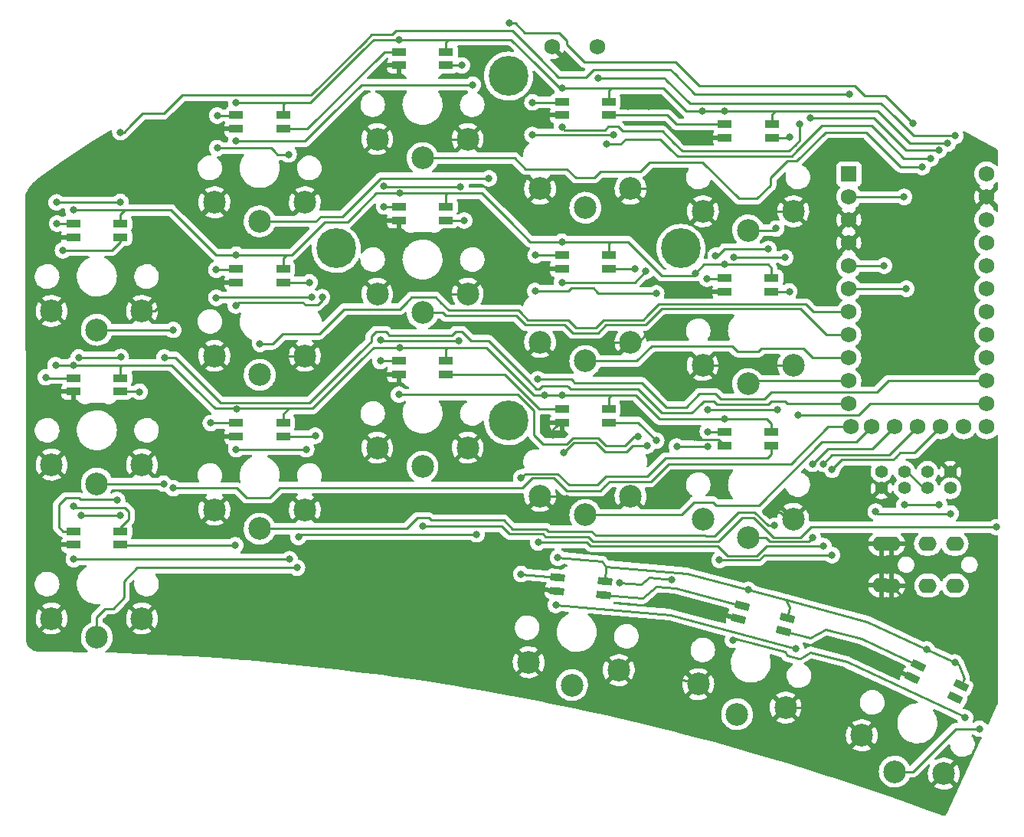
<source format=gbr>
%TF.GenerationSoftware,KiCad,Pcbnew,(6.0.0)*%
%TF.CreationDate,2022-04-19T22:23:16-07:00*%
%TF.ProjectId,half-swept,68616c66-2d73-4776-9570-742e6b696361,rev?*%
%TF.SameCoordinates,Original*%
%TF.FileFunction,Copper,L1,Top*%
%TF.FilePolarity,Positive*%
%FSLAX46Y46*%
G04 Gerber Fmt 4.6, Leading zero omitted, Abs format (unit mm)*
G04 Created by KiCad (PCBNEW (6.0.0)) date 2022-04-19 22:23:16*
%MOMM*%
%LPD*%
G01*
G04 APERTURE LIST*
G04 Aperture macros list*
%AMRoundRect*
0 Rectangle with rounded corners*
0 $1 Rounding radius*
0 $2 $3 $4 $5 $6 $7 $8 $9 X,Y pos of 4 corners*
0 Add a 4 corners polygon primitive as box body*
4,1,4,$2,$3,$4,$5,$6,$7,$8,$9,$2,$3,0*
0 Add four circle primitives for the rounded corners*
1,1,$1+$1,$2,$3*
1,1,$1+$1,$4,$5*
1,1,$1+$1,$6,$7*
1,1,$1+$1,$8,$9*
0 Add four rect primitives between the rounded corners*
20,1,$1+$1,$2,$3,$4,$5,0*
20,1,$1+$1,$4,$5,$6,$7,0*
20,1,$1+$1,$6,$7,$8,$9,0*
20,1,$1+$1,$8,$9,$2,$3,0*%
G04 Aperture macros list end*
%TA.AperFunction,ComponentPad*%
%ADD10C,2.500000*%
%TD*%
%TA.AperFunction,ComponentPad*%
%ADD11O,2.000000X1.600000*%
%TD*%
%TA.AperFunction,ComponentPad*%
%ADD12C,1.750000*%
%TD*%
%TA.AperFunction,ComponentPad*%
%ADD13C,4.400000*%
%TD*%
%TA.AperFunction,ComponentPad*%
%ADD14R,1.752600X1.752600*%
%TD*%
%TA.AperFunction,ComponentPad*%
%ADD15C,1.752600*%
%TD*%
%TA.AperFunction,ComponentPad*%
%ADD16C,1.397000*%
%TD*%
%TA.AperFunction,SMDPad,CuDef*%
%ADD17RoundRect,0.082000X-0.718000X0.328000X-0.718000X-0.328000X0.718000X-0.328000X0.718000X0.328000X0*%
%TD*%
%TA.AperFunction,SMDPad,CuDef*%
%ADD18RoundRect,0.082000X-0.686681X0.389330X-0.743855X-0.264174X0.686681X-0.389330X0.743855X0.264174X0*%
%TD*%
%TA.AperFunction,SMDPad,CuDef*%
%ADD19RoundRect,0.082000X-0.608642X0.502656X-0.778427X-0.130992X0.608642X-0.502656X0.778427X0.130992X0*%
%TD*%
%TA.AperFunction,SMDPad,CuDef*%
%ADD20RoundRect,0.082000X-0.512110X0.600709X-0.789348X0.006171X0.512110X-0.600709X0.789348X-0.006171X0*%
%TD*%
%TA.AperFunction,ViaPad*%
%ADD21C,0.800000*%
%TD*%
%TA.AperFunction,Conductor*%
%ADD22C,0.250000*%
%TD*%
G04 APERTURE END LIST*
D10*
%TO.P,SW2,1,1*%
%TO.N,Switch1*%
X22030236Y-46742495D03*
%TO.P,SW2,2,2*%
%TO.N,gnd*%
X27030236Y-44642495D03*
X17030236Y-44642495D03*
%TD*%
%TO.P,SW3,1,1*%
%TO.N,Switch2*%
X40030236Y-34742495D03*
%TO.P,SW3,2,2*%
%TO.N,gnd*%
X45030236Y-32642495D03*
X35030236Y-32642495D03*
%TD*%
%TO.P,SW4,1,1*%
%TO.N,Switch3*%
X58030236Y-27742495D03*
%TO.P,SW4,2,2*%
%TO.N,gnd*%
X63030236Y-25642495D03*
X53030236Y-25642495D03*
%TD*%
%TO.P,SW5,1,1*%
%TO.N,Switch4*%
X76030237Y-33242495D03*
%TO.P,SW5,2,2*%
%TO.N,gnd*%
X81030237Y-31142495D03*
X71030237Y-31142495D03*
%TD*%
%TO.P,SW6,1,1*%
%TO.N,Switch5*%
X94030235Y-35742495D03*
%TO.P,SW6,2,2*%
%TO.N,gnd*%
X99030235Y-33642495D03*
X89030235Y-33642495D03*
%TD*%
%TO.P,SW8,1,1*%
%TO.N,Switch6*%
X22030236Y-63742495D03*
%TO.P,SW8,2,2*%
%TO.N,gnd*%
X27030236Y-61642495D03*
X17030236Y-61642495D03*
%TD*%
%TO.P,SW9,1,1*%
%TO.N,Switch7*%
X40030237Y-51716495D03*
%TO.P,SW9,2,2*%
%TO.N,gnd*%
X45030237Y-49616495D03*
X35030237Y-49616495D03*
%TD*%
%TO.P,SW10,1,1*%
%TO.N,Switch8*%
X58030236Y-44858495D03*
%TO.P,SW10,2,2*%
%TO.N,gnd*%
X63030236Y-42758495D03*
X53030236Y-42758495D03*
%TD*%
%TO.P,SW11,1,1*%
%TO.N,Switch9*%
X76030236Y-50192496D03*
%TO.P,SW11,2,2*%
%TO.N,gnd*%
X81030236Y-48092496D03*
X71030236Y-48092496D03*
%TD*%
%TO.P,SW12,1,1*%
%TO.N,Switch10*%
X94010236Y-52732496D03*
%TO.P,SW12,2,2*%
%TO.N,gnd*%
X99010236Y-50632496D03*
X89010236Y-50632496D03*
%TD*%
%TO.P,SW14,1,1*%
%TO.N,Switch11*%
X22030237Y-80742495D03*
%TO.P,SW14,2,2*%
%TO.N,gnd*%
X27030237Y-78642495D03*
X17030237Y-78642495D03*
%TD*%
%TO.P,SW15,1,1*%
%TO.N,Switch12*%
X40030236Y-68734495D03*
%TO.P,SW15,2,2*%
%TO.N,gnd*%
X45030236Y-66634495D03*
X35030236Y-66634495D03*
%TD*%
%TO.P,SW16,1,1*%
%TO.N,Switch13*%
X58030235Y-61876495D03*
%TO.P,SW16,2,2*%
%TO.N,gnd*%
X63030235Y-59776495D03*
X53030235Y-59776495D03*
%TD*%
%TO.P,SW17,1,1*%
%TO.N,Switch14*%
X76030236Y-67210496D03*
%TO.P,SW17,2,2*%
%TO.N,gnd*%
X81030236Y-65110496D03*
X71030236Y-65110496D03*
%TD*%
%TO.P,SW18,1,1*%
%TO.N,Switch15*%
X94010236Y-69750495D03*
%TO.P,SW18,2,2*%
%TO.N,gnd*%
X99010236Y-67650495D03*
X89010236Y-67650495D03*
%TD*%
%TO.P,SW20,1,1*%
%TO.N,Switch16*%
X110236789Y-95589710D03*
%TO.P,SW20,2,2*%
%TO.N,gnd*%
X115655827Y-95799555D03*
X106592749Y-91573372D03*
%TD*%
%TO.P,SW21,1,1*%
%TO.N,Switch17*%
X92803204Y-89241456D03*
%TO.P,SW21,2,2*%
%TO.N,gnd*%
X98176353Y-88507107D03*
X88517094Y-85918917D03*
%TD*%
%TO.P,SW1,1,1*%
%TO.N,Switch18*%
X74566018Y-86020043D03*
%TO.P,SW1,2,2*%
%TO.N,gnd*%
X79730019Y-84363813D03*
X69768072Y-83492255D03*
%TD*%
D11*
%TO.P,J2,1,SLEEVE*%
%TO.N,gnd*%
X108798237Y-70412494D03*
%TO.P,J2,2,TIP*%
X109898237Y-75012494D03*
%TO.P,J2,3,RING1*%
%TO.N,data*%
X113898237Y-75012494D03*
%TO.P,J2,4,RING2*%
%TO.N,vcc*%
X116898237Y-75012494D03*
%TD*%
D12*
%TO.P,RSW1,1,1*%
%TO.N,gnd*%
X72355236Y-15404995D03*
%TO.P,RSW1,2,2*%
%TO.N,reset*%
X77355236Y-15404995D03*
%TD*%
D13*
%TO.P,REF\u002A\u002A,1*%
%TO.N,N/C*%
X67530236Y-56792495D03*
X48480236Y-37742495D03*
X86580236Y-37742495D03*
X67530236Y-18692495D03*
%TD*%
D14*
%TO.P,U2,1,TX0/PD3*%
%TO.N,led*%
X105160235Y-29509246D03*
D15*
%TO.P,U2,2,RX1/PD2*%
%TO.N,data*%
X105160235Y-32049246D03*
%TO.P,U2,3,GND*%
%TO.N,gnd*%
X105160235Y-34589246D03*
%TO.P,U2,4,GND*%
X105160235Y-37129246D03*
%TO.P,U2,5,2/PD1*%
%TO.N,sda*%
X105160235Y-39669246D03*
%TO.P,U2,6,3/PD0*%
%TO.N,scl*%
X105160235Y-42209246D03*
%TO.P,U2,7,4/PD4*%
%TO.N,Switch7*%
X105160235Y-44749246D03*
%TO.P,U2,8,5/PC6*%
%TO.N,Switch8*%
X105160235Y-47289246D03*
%TO.P,U2,9,6/PD7*%
%TO.N,Switch9*%
X105160235Y-49829246D03*
%TO.P,U2,10,7/PE6*%
%TO.N,Switch10*%
X105160235Y-52369246D03*
%TO.P,U2,11,8/PB4*%
%TO.N,Switch6*%
X105160235Y-54909246D03*
%TO.P,U2,12,9/PB5*%
%TO.N,Switch1*%
X105388835Y-57449246D03*
%TO.P,U2,13,10/PB6*%
%TO.N,Switch13*%
X120400235Y-57449246D03*
%TO.P,U2,14,16/PB2*%
%TO.N,Switch12*%
X120400235Y-54909246D03*
%TO.P,U2,15,14/PB3*%
%TO.N,Switch11*%
X120400235Y-52369246D03*
%TO.P,U2,16,15/PB1*%
%TO.N,unconnected-(U2-Pad16)*%
X120400235Y-49829246D03*
%TO.P,U2,17,A0/PF7*%
%TO.N,Switch2*%
X120400235Y-47289246D03*
%TO.P,U2,18,A1/PF6*%
%TO.N,Switch3*%
X120400235Y-44749246D03*
%TO.P,U2,19,A2/PF5*%
%TO.N,Switch4*%
X120400235Y-42209246D03*
%TO.P,U2,20,A3/PF4*%
%TO.N,Switch5*%
X120400235Y-39669246D03*
%TO.P,U2,21,VCC*%
%TO.N,vcc*%
X120400235Y-37129246D03*
%TO.P,U2,22,RST*%
%TO.N,reset*%
X120400235Y-34589246D03*
%TO.P,U2,23,GND*%
%TO.N,gnd*%
X120400235Y-32049246D03*
%TO.P,U2,24,B0*%
%TO.N,raw*%
X120400235Y-29509246D03*
%TO.P,U2,25,B7*%
%TO.N,Switch14*%
X107700235Y-57449246D03*
%TO.P,U2,26,D5*%
%TO.N,Switch15*%
X110240235Y-57449246D03*
%TO.P,U2,27,C7*%
%TO.N,Switch18*%
X112780235Y-57449246D03*
%TO.P,U2,28,F1*%
%TO.N,Switch17*%
X115320235Y-57449246D03*
%TO.P,U2,29,F0*%
%TO.N,Switch16*%
X117860235Y-57449246D03*
%TD*%
D16*
%TO.P,OL1,1,SDA*%
%TO.N,sda*%
X108770236Y-62422495D03*
%TO.P,OL1,2,SCL*%
%TO.N,scl*%
X111310236Y-62422495D03*
%TO.P,OL1,3,VCC*%
%TO.N,vcc*%
X113850236Y-62422495D03*
%TO.P,OL1,4,GND*%
%TO.N,gnd*%
X116390236Y-62422495D03*
%TD*%
D17*
%TO.P,D34,1,VDD*%
%TO.N,vcc*%
X42630236Y-23012495D03*
%TO.P,D34,2,DOUT*%
%TO.N,Net-(D20-Pad4)*%
X42630236Y-24512495D03*
%TO.P,D34,3,VSS*%
%TO.N,gnd*%
X37430236Y-24512495D03*
%TO.P,D34,4,DIN*%
%TO.N,Net-(D31-Pad2)*%
X37430236Y-23012495D03*
%TD*%
%TO.P,D26,1,VDD*%
%TO.N,vcc*%
X60630235Y-50146495D03*
%TO.P,D26,2,DOUT*%
%TO.N,Net-(D26-Pad2)*%
X60630235Y-51646495D03*
%TO.P,D26,3,VSS*%
%TO.N,gnd*%
X55430235Y-51646495D03*
%TO.P,D26,4,DIN*%
%TO.N,Net-(D23-Pad2)*%
X55430235Y-50146495D03*
%TD*%
%TO.P,D31,1,VDD*%
%TO.N,vcc*%
X42630237Y-39986495D03*
%TO.P,D31,2,DOUT*%
%TO.N,Net-(D31-Pad2)*%
X42630237Y-41486495D03*
%TO.P,D31,3,VSS*%
%TO.N,gnd*%
X37430237Y-41486495D03*
%TO.P,D31,4,DIN*%
%TO.N,Net-(D28-Pad2)*%
X37430237Y-39986495D03*
%TD*%
%TO.P,D28,1,VDD*%
%TO.N,vcc*%
X42630236Y-57004495D03*
%TO.P,D28,2,DOUT*%
%TO.N,Net-(D28-Pad2)*%
X42630236Y-58504495D03*
%TO.P,D28,3,VSS*%
%TO.N,gnd*%
X37430236Y-58504495D03*
%TO.P,D28,4,DIN*%
%TO.N,Net-(D25-Pad2)*%
X37430236Y-57004495D03*
%TD*%
%TO.P,D32,1,VDD*%
%TO.N,vcc*%
X78630236Y-38462496D03*
%TO.P,D32,2,DOUT*%
%TO.N,Net-(D32-Pad2)*%
X78630236Y-39962496D03*
%TO.P,D32,3,VSS*%
%TO.N,gnd*%
X73430236Y-39962496D03*
%TO.P,D32,4,DIN*%
%TO.N,Net-(D29-Pad2)*%
X73430236Y-38462496D03*
%TD*%
%TO.P,D21,1,VDD*%
%TO.N,vcc*%
X96630235Y-24012495D03*
%TO.P,D21,2,DOUT*%
%TO.N,Net-(D21-Pad2)*%
X96630235Y-25512495D03*
%TO.P,D21,3,VSS*%
%TO.N,gnd*%
X91430235Y-25512495D03*
%TO.P,D21,4,DIN*%
%TO.N,Net-(D21-Pad4)*%
X91430235Y-24012495D03*
%TD*%
%TO.P,D19,1,VDD*%
%TO.N,vcc*%
X24630236Y-35012495D03*
%TO.P,D19,2,DOUT*%
%TO.N,Net-(D19-Pad2)*%
X24630236Y-36512495D03*
%TO.P,D19,3,VSS*%
%TO.N,gnd*%
X19430236Y-36512495D03*
%TO.P,D19,4,DIN*%
%TO.N,led*%
X19430236Y-35012495D03*
%TD*%
%TO.P,D23,1,VDD*%
%TO.N,vcc*%
X60630236Y-33128495D03*
%TO.P,D23,2,DOUT*%
%TO.N,Net-(D23-Pad2)*%
X60630236Y-34628495D03*
%TO.P,D23,3,VSS*%
%TO.N,gnd*%
X55430236Y-34628495D03*
%TO.P,D23,4,DIN*%
%TO.N,Net-(D20-Pad2)*%
X55430236Y-33128495D03*
%TD*%
%TO.P,D22,1,VDD*%
%TO.N,vcc*%
X24630236Y-52062495D03*
%TO.P,D22,2,DOUT*%
%TO.N,Net-(D22-Pad2)*%
X24630236Y-53562495D03*
%TO.P,D22,3,VSS*%
%TO.N,gnd*%
X19430236Y-53562495D03*
%TO.P,D22,4,DIN*%
%TO.N,Net-(D19-Pad2)*%
X19430236Y-52062495D03*
%TD*%
%TO.P,D35,1,VDD*%
%TO.N,vcc*%
X78630237Y-21512495D03*
%TO.P,D35,2,DOUT*%
%TO.N,Net-(D21-Pad4)*%
X78630237Y-23012495D03*
%TO.P,D35,3,VSS*%
%TO.N,gnd*%
X73430237Y-23012495D03*
%TO.P,D35,4,DIN*%
%TO.N,Net-(D32-Pad2)*%
X73430237Y-21512495D03*
%TD*%
%TO.P,D25,1,VDD*%
%TO.N,vcc*%
X24630237Y-69012495D03*
%TO.P,D25,2,DOUT*%
%TO.N,Net-(D25-Pad2)*%
X24630237Y-70512495D03*
%TO.P,D25,3,VSS*%
%TO.N,gnd*%
X19430237Y-70512495D03*
%TO.P,D25,4,DIN*%
%TO.N,Net-(D22-Pad2)*%
X19430237Y-69012495D03*
%TD*%
%TO.P,D24,1,VDD*%
%TO.N,vcc*%
X96610236Y-41002496D03*
%TO.P,D24,2,DOUT*%
%TO.N,Net-(D24-Pad2)*%
X96610236Y-42502496D03*
%TO.P,D24,3,VSS*%
%TO.N,gnd*%
X91410236Y-42502496D03*
%TO.P,D24,4,DIN*%
%TO.N,Net-(D21-Pad2)*%
X91410236Y-41002496D03*
%TD*%
D18*
%TO.P,D30,1,VDD*%
%TO.N,vcc*%
X78178461Y-74561284D03*
%TO.P,D30,2,DOUT*%
%TO.N,Net-(D30-Pad2)*%
X78047728Y-76055576D03*
%TO.P,D30,3,VSS*%
%TO.N,gnd*%
X72867515Y-75602366D03*
%TO.P,D30,4,DIN*%
%TO.N,Net-(D27-Pad2)*%
X72998249Y-74108074D03*
%TD*%
D17*
%TO.P,D29,1,VDD*%
%TO.N,vcc*%
X78630236Y-55480496D03*
%TO.P,D29,2,DOUT*%
%TO.N,Net-(D29-Pad2)*%
X78630236Y-56980496D03*
%TO.P,D29,3,VSS*%
%TO.N,gnd*%
X73430236Y-56980496D03*
%TO.P,D29,4,DIN*%
%TO.N,Net-(D26-Pad2)*%
X73430236Y-55480496D03*
%TD*%
D11*
%TO.P,J1,1,SLEEVE*%
%TO.N,gnd*%
X108780236Y-74992496D03*
%TO.P,J1,2,TIP*%
X109880236Y-70392496D03*
%TO.P,J1,3,RING1*%
%TO.N,data*%
X113880236Y-70392496D03*
%TO.P,J1,4,RING2*%
%TO.N,vcc*%
X116880236Y-70392496D03*
%TD*%
D16*
%TO.P,OL2,1,SDA*%
%TO.N,sda*%
X116390237Y-64242495D03*
%TO.P,OL2,2,SCL*%
%TO.N,scl*%
X113850237Y-64242495D03*
%TO.P,OL2,3,VCC*%
%TO.N,vcc*%
X111310237Y-64242495D03*
%TO.P,OL2,4,GND*%
%TO.N,gnd*%
X108770237Y-64242495D03*
%TD*%
D19*
%TO.P,D33,1,VDD*%
%TO.N,vcc*%
X98350558Y-78584076D03*
%TO.P,D33,2,DOUT*%
%TO.N,Net-(D33-Pad2)*%
X97962330Y-80032965D03*
%TO.P,D33,3,VSS*%
%TO.N,gnd*%
X92939515Y-78687106D03*
%TO.P,D33,4,DIN*%
%TO.N,Net-(D30-Pad2)*%
X93327744Y-77238217D03*
%TD*%
D17*
%TO.P,D20,1,VDD*%
%TO.N,vcc*%
X60630236Y-16012495D03*
%TO.P,D20,2,DOUT*%
%TO.N,Net-(D20-Pad2)*%
X60630236Y-17512495D03*
%TO.P,D20,3,VSS*%
%TO.N,gnd*%
X55430236Y-17512495D03*
%TO.P,D20,4,DIN*%
%TO.N,Net-(D20-Pad4)*%
X55430236Y-16012495D03*
%TD*%
D20*
%TO.P,D36,1,VDD*%
%TO.N,vcc*%
X117550502Y-86057527D03*
%TO.P,D36,2,DOUT*%
%TO.N,unconnected-(D36-Pad2)*%
X116916574Y-87416989D03*
%TO.P,D36,3,VSS*%
%TO.N,gnd*%
X112203774Y-85219374D03*
%TO.P,D36,4,DIN*%
%TO.N,Net-(D33-Pad2)*%
X112837701Y-83859912D03*
%TD*%
D17*
%TO.P,D27,1,VDD*%
%TO.N,vcc*%
X96610236Y-58020495D03*
%TO.P,D27,2,DOUT*%
%TO.N,Net-(D27-Pad2)*%
X96610236Y-59520495D03*
%TO.P,D27,3,VSS*%
%TO.N,gnd*%
X91410236Y-59520495D03*
%TO.P,D27,4,DIN*%
%TO.N,Net-(D24-Pad2)*%
X91410236Y-58020495D03*
%TD*%
D21*
%TO.N,Switch17*%
X90865707Y-72184293D03*
%TO.N,gnd*%
X83465707Y-41394429D03*
X60015707Y-25194429D03*
X73965707Y-65394428D03*
X24115707Y-55544428D03*
X88115707Y-58594428D03*
X95915707Y-33644428D03*
X96015707Y-66894428D03*
X118850000Y-77550000D03*
X86165706Y-47094428D03*
X103015707Y-88544428D03*
X80765707Y-22044428D03*
X59965707Y-42044428D03*
X53015707Y-18444429D03*
X27765706Y-55494429D03*
X96277639Y-50632496D03*
X85463324Y-84996630D03*
X102965707Y-81294429D03*
X41615706Y-49694428D03*
X83865707Y-31144428D03*
X86240707Y-31669428D03*
X87533876Y-77269223D03*
X83015707Y-22044428D03*
X77965706Y-48294429D03*
X87465707Y-25494429D03*
X72465707Y-58394428D03*
%TO.N,vcc*%
X91410237Y-56612496D03*
X19430236Y-33492495D03*
X37430236Y-38442494D03*
X55530236Y-48692495D03*
X37463773Y-55518929D03*
X55530236Y-31642495D03*
X94031358Y-75480053D03*
X88205236Y-40467496D03*
X115165706Y-66094428D03*
X19430236Y-50642497D03*
X91430237Y-22592495D03*
X72998248Y-71924483D03*
X91410236Y-39522496D03*
X111315707Y-66094428D03*
X73480237Y-20042495D03*
X71530236Y-53942495D03*
X116885829Y-83524307D03*
X17480236Y-50642496D03*
X113746721Y-82060517D03*
X37430236Y-21642495D03*
X73430236Y-36992494D03*
X73480237Y-53942494D03*
X116080236Y-26142494D03*
X19430237Y-66242494D03*
X55480238Y-14642495D03*
X88930236Y-22592495D03*
%TO.N,Switch18*%
X70815707Y-70244429D03*
X102365706Y-70644428D03*
X102365707Y-61544428D03*
%TO.N,reset*%
X116930237Y-25292495D03*
X77480236Y-18892495D03*
%TO.N,Switch1*%
X30465707Y-46744428D03*
X30465706Y-64244428D03*
%TO.N,Switch2*%
X112265707Y-23944428D03*
X65365706Y-29994428D03*
X67615707Y-12844428D03*
%TO.N,Switch3*%
X113265707Y-28744428D03*
%TO.N,Switch4*%
X114215706Y-27794429D03*
X78365707Y-26194428D03*
%TO.N,Switch5*%
X97115706Y-35544429D03*
X115115707Y-26866994D03*
X100865707Y-23344428D03*
%TO.N,Switch6*%
X29415707Y-63744428D03*
X29515707Y-49794428D03*
%TO.N,Switch7*%
X40065707Y-48294428D03*
%TO.N,Switch11*%
X70765707Y-52194428D03*
X44165707Y-73044428D03*
X64015707Y-69344428D03*
X44315707Y-69644429D03*
%TO.N,Switch12*%
X96965707Y-68394429D03*
X99515706Y-56194428D03*
%TO.N,Switch13*%
X58065706Y-68444428D03*
X121465707Y-68544428D03*
%TO.N,Switch15*%
X101165706Y-69744429D03*
X101165707Y-61544428D03*
%TO.N,Switch16*%
X119615706Y-90844428D03*
%TO.N,Switch17*%
X103315707Y-62194429D03*
X103315707Y-71644429D03*
%TO.N,Net-(D1-Pad2)*%
X24680237Y-49742495D03*
X20030237Y-49792495D03*
%TO.N,led*%
X17630237Y-34992495D03*
X105180236Y-20692495D03*
X17580236Y-32642494D03*
X24630237Y-32592495D03*
X24630235Y-24892494D03*
%TO.N,data*%
X111265707Y-32044429D03*
%TO.N,Net-(D16-Pad2)*%
X37430235Y-25892495D03*
X63580236Y-19642495D03*
%TO.N,Net-(D3-Pad2)*%
X92430235Y-38692495D03*
X98130236Y-38742494D03*
%TO.N,Net-(D17-Pad2)*%
X73430235Y-24342495D03*
X99730236Y-23992495D03*
%TO.N,Net-(D4-Pad2)*%
X20280236Y-67292494D03*
X24630236Y-67292496D03*
%TO.N,Net-(D10-Pad4)*%
X43330236Y-72092495D03*
X19480236Y-72092496D03*
%TO.N,Net-(D11-Pad4)*%
X81880236Y-58542495D03*
X55430237Y-53892496D03*
%TO.N,Net-(D12-Pad4)*%
X86130235Y-59642496D03*
X89580236Y-59592495D03*
X79847256Y-74703866D03*
X85599648Y-74353889D03*
%TO.N,Net-(D10-Pad2)*%
X37430237Y-59942495D03*
X45180237Y-59942495D03*
%TO.N,Net-(D11-Pad2)*%
X82830236Y-59542495D03*
X73665707Y-60344429D03*
%TO.N,Net-(D12-Pad2)*%
X99324382Y-82007850D03*
X72757496Y-77145243D03*
%TO.N,Net-(D13-Pad2)*%
X46930237Y-43142495D03*
X37380235Y-44042495D03*
%TO.N,Net-(D14-Pad2)*%
X82730235Y-40242495D03*
X73430237Y-41492495D03*
%TO.N,Net-(D15-Pad2)*%
X118012279Y-89613078D03*
X92342905Y-81017153D03*
%TO.N,sda*%
X116415707Y-67044429D03*
X109065707Y-39644428D03*
X108130236Y-66842495D03*
%TO.N,scl*%
X111515707Y-42194428D03*
%TO.N,Net-(D19-Pad2)*%
X16380237Y-51992496D03*
X18280237Y-37942495D03*
%TO.N,Net-(D20-Pad2)*%
X62230236Y-30892495D03*
X53780237Y-30842496D03*
X53780238Y-33092496D03*
X62380238Y-17492495D03*
%TO.N,Net-(D21-Pad2)*%
X98630236Y-25392495D03*
X96263774Y-37792495D03*
X89480236Y-41092496D03*
X90430235Y-38542495D03*
%TO.N,Net-(D22-Pad2)*%
X26765706Y-53594429D03*
X24265707Y-65544429D03*
%TO.N,Net-(D23-Pad2)*%
X62080237Y-47942497D03*
X53380237Y-50192496D03*
X62630236Y-34642496D03*
X53380236Y-47842494D03*
%TO.N,Net-(D24-Pad2)*%
X89580235Y-55592495D03*
X98580236Y-42492495D03*
X97230236Y-55542495D03*
X89580235Y-57992495D03*
%TO.N,Net-(D25-Pad2)*%
X37330235Y-70542496D03*
X34630237Y-57042496D03*
%TO.N,Net-(D27-Pad2)*%
X68930237Y-73742495D03*
X68930235Y-63092496D03*
%TO.N,Net-(D28-Pad2)*%
X46180236Y-58442495D03*
X35230237Y-40092495D03*
X45780236Y-43142495D03*
X35230237Y-43192496D03*
%TO.N,Net-(D29-Pad2)*%
X83880236Y-58992496D03*
X70480236Y-42442496D03*
X70530236Y-38492495D03*
X83880236Y-42692494D03*
%TO.N,Net-(D31-Pad2)*%
X45530236Y-41492495D03*
X35330238Y-23042496D03*
X35330236Y-26642495D03*
X43230236Y-27342497D03*
%TO.N,Net-(D32-Pad2)*%
X70180237Y-25192496D03*
X70180236Y-21592495D03*
X81480237Y-39992495D03*
X79180237Y-25142495D03*
%TD*%
D22*
%TO.N,Switch14*%
X106005053Y-59144428D02*
X107700236Y-57449246D01*
X90115707Y-65794428D02*
X90465707Y-66144428D01*
X90465707Y-66144428D02*
X95215707Y-66144428D01*
X102215706Y-59144428D02*
X106005053Y-59144428D01*
X86649639Y-67210496D02*
X88065707Y-65794428D01*
X77731775Y-67210496D02*
X86649639Y-67210496D01*
X88065707Y-65794428D02*
X90115707Y-65794428D01*
X76030237Y-67210497D02*
X77731775Y-67210496D01*
X95215707Y-66144428D02*
X102215706Y-59144428D01*
%TO.N,Switch13*%
X100994428Y-68544428D02*
X121465707Y-68544428D01*
X99838856Y-69700000D02*
X100994428Y-68544428D01*
X96800000Y-69700000D02*
X99838856Y-69700000D01*
X94600000Y-67500000D02*
X96800000Y-69700000D01*
X93360136Y-67500000D02*
X94600000Y-67500000D01*
X76865706Y-70094429D02*
X90765707Y-70094429D01*
X76365707Y-69594428D02*
X76865706Y-70094429D01*
X71315707Y-69294429D02*
X71615706Y-69594429D01*
X67615707Y-69294428D02*
X71315707Y-69294429D01*
X66765707Y-68444428D02*
X67615707Y-69294428D01*
X71615706Y-69594429D02*
X76365707Y-69594428D01*
X58065706Y-68444428D02*
X66765707Y-68444428D01*
X90765707Y-70094429D02*
X93360136Y-67500000D01*
%TO.N,Switch15*%
X100760135Y-70150000D02*
X101165706Y-69744429D01*
X96400000Y-70150000D02*
X100760135Y-70150000D01*
X96000494Y-69750494D02*
X96400000Y-70150000D01*
X94010237Y-69750494D02*
X96000494Y-69750494D01*
%TO.N,Switch12*%
X96205572Y-68394428D02*
X96965707Y-68394429D01*
X94711144Y-66900000D02*
X96205572Y-68394428D01*
X92960134Y-66900000D02*
X94711144Y-66900000D01*
X89321278Y-69500000D02*
X90360134Y-69500000D01*
X89315706Y-69494428D02*
X89321278Y-69500000D01*
X77165707Y-69494428D02*
X89315706Y-69494428D01*
X76665707Y-68994428D02*
X77165707Y-69494428D01*
X71965707Y-68994428D02*
X76665707Y-68994428D01*
X67015707Y-67794429D02*
X67965707Y-68744428D01*
X58965707Y-67794428D02*
X67015707Y-67794429D01*
X58715707Y-67544428D02*
X58965707Y-67794428D01*
X71715706Y-68744428D02*
X71965707Y-68994428D01*
X90360134Y-69500000D02*
X92960134Y-66900000D01*
X57465707Y-67544428D02*
X58715707Y-67544428D01*
X67965707Y-68744428D02*
X71715706Y-68744428D01*
X56275639Y-68734496D02*
X57465707Y-67544428D01*
X40030237Y-68734495D02*
X56275639Y-68734496D01*
%TO.N,Switch18*%
X95005092Y-71744908D02*
X96105571Y-70644429D01*
X91794908Y-71744908D02*
X95005092Y-71744908D01*
X96105571Y-70644429D02*
X102365706Y-70644428D01*
X90694428Y-70644428D02*
X91794908Y-71744908D01*
X76615707Y-70644428D02*
X90694428Y-70644428D01*
X76215706Y-70244428D02*
X76615707Y-70644428D01*
X70815707Y-70244429D02*
X76215706Y-70244428D01*
%TO.N,Switch17*%
X92765707Y-72194428D02*
X90875842Y-72194428D01*
X95265706Y-72194428D02*
X92765707Y-72194428D01*
X103315707Y-71644429D02*
X95815706Y-71644429D01*
X90875842Y-72194428D02*
X90865707Y-72184293D01*
X95815706Y-71644429D02*
X95265706Y-72194428D01*
%TO.N,Switch1*%
X34815707Y-64244428D02*
X30465706Y-64244428D01*
X37515707Y-64244429D02*
X34815707Y-64244428D01*
X38565707Y-65294428D02*
X37515707Y-64244429D01*
X42215707Y-64194428D02*
X41115706Y-65294428D01*
X67165706Y-64194428D02*
X42215707Y-64194428D01*
X69055571Y-64194429D02*
X67165706Y-64194428D01*
X70150480Y-63099520D02*
X69055571Y-64194429D01*
X72520799Y-63099520D02*
X70150480Y-63099520D01*
X73965707Y-64544428D02*
X72520799Y-63099520D01*
X77665706Y-64544428D02*
X73965707Y-64544428D01*
X78715706Y-63494428D02*
X78165707Y-64044429D01*
X41115706Y-65294428D02*
X38565707Y-65294428D01*
X78165707Y-64044429D02*
X77665706Y-64544428D01*
X85215707Y-61544429D02*
X83265707Y-63494428D01*
X83265707Y-63494428D02*
X78715706Y-63494428D01*
X102860889Y-57449246D02*
X98765707Y-61544429D01*
X105388835Y-57449247D02*
X102860889Y-57449246D01*
X98765707Y-61544429D02*
X85215707Y-61544429D01*
%TO.N,Net-(D27-Pad2)*%
X69372731Y-62650000D02*
X68930235Y-63092496D01*
X72987741Y-62650000D02*
X69372731Y-62650000D01*
X74230237Y-63892496D02*
X72987741Y-62650000D01*
X77380237Y-63892495D02*
X74230237Y-63892496D01*
X84880237Y-60942495D02*
X82880237Y-62942496D01*
X82880237Y-62942496D02*
X78330236Y-62942495D01*
X78330236Y-62942495D02*
X77380237Y-63892495D01*
X96180236Y-60942495D02*
X84880237Y-60942495D01*
X96610237Y-60512495D02*
X96180236Y-60942495D01*
X96610237Y-59520495D02*
X96610237Y-60512495D01*
%TO.N,gnd*%
X60463774Y-25642495D02*
X63030236Y-25642496D01*
X72465706Y-57694428D02*
X72465707Y-58394428D01*
X98371773Y-67650494D02*
X99010237Y-67650494D01*
X83865707Y-31144428D02*
X83863773Y-31142495D01*
X24165707Y-55494428D02*
X27765706Y-55494429D01*
X83865707Y-31144428D02*
X85715707Y-31144428D01*
X37430236Y-41486495D02*
X31623639Y-41486495D01*
X95915707Y-33644428D02*
X95917640Y-33642495D01*
X88389263Y-58867985D02*
X88115707Y-58594428D01*
X82615706Y-47394428D02*
X82915706Y-47094428D01*
X96277639Y-50632496D02*
X99010237Y-50632497D01*
X72765706Y-57394429D02*
X72465706Y-57694428D01*
X85463324Y-84996630D02*
X85534379Y-85119701D01*
X73430237Y-56980496D02*
X73179639Y-56980497D01*
X89010237Y-50632496D02*
X96277639Y-50632496D01*
X81030237Y-48092496D02*
X81917639Y-48092495D01*
X73179639Y-56980497D02*
X72765706Y-57394429D01*
X82915706Y-47094428D02*
X86165706Y-47094428D01*
X96015707Y-66894428D02*
X97615706Y-66894429D01*
X92939516Y-78687106D02*
X87570022Y-77248355D01*
X41693639Y-49616495D02*
X45030236Y-49616495D01*
X85715707Y-31144428D02*
X86240707Y-31669428D01*
X55430235Y-17512496D02*
X53947640Y-17512496D01*
X87570022Y-77248355D02*
X87533876Y-77269223D01*
X97615706Y-66894429D02*
X98371773Y-67650494D01*
X80765707Y-22044428D02*
X83015707Y-22044428D01*
X90757727Y-58867984D02*
X88389263Y-58867985D01*
X91410237Y-59520494D02*
X90757727Y-58867984D01*
X86240707Y-31669428D02*
X87065707Y-32494428D01*
X60015707Y-25194429D02*
X60463774Y-25642495D01*
X59965707Y-42044428D02*
X60679773Y-42758496D01*
X28467639Y-44642496D02*
X27030236Y-44642495D01*
X77965706Y-48294429D02*
X78167640Y-48092495D01*
X118850000Y-77550000D02*
X112435743Y-77550000D01*
X24115707Y-55544428D02*
X24165707Y-55494428D01*
X60679773Y-42758496D02*
X63030235Y-42758495D01*
X78167640Y-48092495D02*
X81030237Y-48092496D01*
X73965707Y-65394428D02*
X73681775Y-65110496D01*
X41615706Y-49694428D02*
X41693639Y-49616495D01*
X102978385Y-88507107D02*
X103015707Y-88544428D01*
X81917639Y-48092495D02*
X82615706Y-47394428D01*
X112435743Y-77550000D02*
X109898237Y-75012494D01*
X53947640Y-17512496D02*
X53015707Y-18444429D01*
X87483774Y-25512495D02*
X87465707Y-25494429D01*
X87065707Y-32494428D02*
X87882168Y-32494428D01*
X31623639Y-41486495D02*
X28467639Y-44642496D01*
X87882168Y-32494428D02*
X89030235Y-33642495D01*
X95917640Y-33642495D02*
X99030236Y-33642496D01*
X91430236Y-25512496D02*
X87483774Y-25512495D01*
X83863773Y-31142495D02*
X81030238Y-31142495D01*
X85534379Y-85119701D02*
X88517095Y-85918917D01*
X73681775Y-65110496D02*
X71030237Y-65110497D01*
X98176354Y-88507107D02*
X102978385Y-88507107D01*
%TO.N,vcc*%
X19580237Y-66392495D02*
X19430237Y-66242494D01*
X45880237Y-55442497D02*
X43230237Y-55442496D01*
X78630235Y-54192495D02*
X78880237Y-53942496D01*
X42630237Y-57004496D02*
X42630237Y-56042495D01*
X42630237Y-56042495D02*
X43230237Y-55442496D01*
X43230237Y-55442496D02*
X41480236Y-55442495D01*
X52630236Y-14642495D02*
X51480238Y-15792496D01*
X30230236Y-33492495D02*
X26880237Y-33492496D01*
X81580236Y-53942496D02*
X84250238Y-56612496D01*
X43580237Y-38442496D02*
X43030237Y-38442495D01*
X35180236Y-38442496D02*
X34180235Y-37442495D01*
X37430236Y-38442494D02*
X35180236Y-38442496D01*
X25580236Y-66842495D02*
X25130237Y-66392496D01*
X32880236Y-53242495D02*
X30280236Y-50642495D01*
X55530236Y-31642495D02*
X52930235Y-31642496D01*
X43030237Y-38442495D02*
X37430236Y-38442494D01*
X41480236Y-55442495D02*
X35080237Y-55442495D01*
X98152726Y-76584371D02*
X98653819Y-77452289D01*
X30280236Y-50642495D02*
X26430237Y-50642496D01*
X110430235Y-24692495D02*
X108330235Y-22592495D01*
X25580235Y-67692495D02*
X25580236Y-66842495D01*
X98152726Y-76584371D02*
X107204285Y-79009729D01*
X24630237Y-33992495D02*
X25130236Y-33492494D01*
X49780238Y-34792495D02*
X47730237Y-34792496D01*
X50930238Y-33642494D02*
X49780238Y-34792495D01*
X78630236Y-55480495D02*
X78630235Y-54192495D01*
X96610236Y-58020495D02*
X96610235Y-57122495D01*
X111880237Y-26142495D02*
X110430235Y-24692495D01*
X55480238Y-14642495D02*
X52630236Y-14642495D01*
X70380235Y-53942495D02*
X68430237Y-51992496D01*
X24630236Y-68642496D02*
X25580235Y-67692495D01*
X60780237Y-31642497D02*
X55530236Y-31642495D01*
X60630236Y-33128495D02*
X60630237Y-31792495D01*
X60630237Y-31792495D02*
X60780237Y-31642497D01*
X62780238Y-14642495D02*
X60930237Y-14642494D01*
X107204285Y-79009729D02*
X113746721Y-82060517D01*
X73230235Y-20042495D02*
X70580236Y-17392496D01*
X24630236Y-35012495D02*
X24630237Y-33992495D01*
X116080236Y-26142494D02*
X111880237Y-26142495D01*
X73430236Y-36992494D02*
X69930236Y-36992495D01*
X51330237Y-49992495D02*
X45880237Y-55442497D01*
X84480237Y-40742495D02*
X87930237Y-40742495D01*
X88930236Y-22592495D02*
X87230236Y-22592495D01*
X94031358Y-75480053D02*
X98152726Y-76584371D01*
X65130237Y-48692496D02*
X60780235Y-48692495D01*
X113746721Y-82060517D02*
X116885829Y-83524307D01*
X80730237Y-36992495D02*
X84480237Y-40742495D01*
X87930237Y-40742495D02*
X88205236Y-40467496D01*
X64580236Y-31642495D02*
X60780237Y-31642497D01*
X78630237Y-21512495D02*
X78630236Y-20342495D01*
X67830237Y-14642495D02*
X62780238Y-14642495D01*
X96610235Y-57122495D02*
X96100238Y-56612494D01*
X24630237Y-52062495D02*
X24630237Y-50792495D01*
X73480237Y-53942494D02*
X71530236Y-53942495D01*
X26430237Y-50642496D02*
X24780236Y-50642495D01*
X70580236Y-17392496D02*
X67830237Y-14642495D01*
X78324733Y-72889394D02*
X87290226Y-73673774D01*
X24780236Y-50642495D02*
X19430236Y-50642497D01*
X42630237Y-38842495D02*
X43030237Y-38442495D01*
X84680236Y-20042497D02*
X78930235Y-20042494D01*
X42630238Y-23012496D02*
X42630236Y-21842495D01*
X60630237Y-14942495D02*
X60930237Y-14642494D01*
X60630236Y-48842495D02*
X60780235Y-48692495D01*
X116898237Y-70410496D02*
X116880236Y-70392496D01*
X73430236Y-36992494D02*
X78830237Y-36992496D01*
X42630236Y-21842495D02*
X42830237Y-21642495D01*
X78930235Y-20042494D02*
X74230235Y-20042495D01*
X94580237Y-22592494D02*
X91430237Y-22592495D01*
X73480237Y-53942494D02*
X78880237Y-53942496D01*
X60630236Y-50146495D02*
X60630236Y-48842495D01*
X98653819Y-77452289D02*
X98350558Y-78584076D01*
X35080237Y-55442495D02*
X32880236Y-53242495D01*
X89150237Y-39522495D02*
X89360236Y-39522496D01*
X78630236Y-20342495D02*
X78930235Y-20042494D01*
X60930237Y-14642494D02*
X55480238Y-14642495D01*
X78324733Y-72889394D02*
X78178461Y-74561285D01*
X108330235Y-22592495D02*
X96980237Y-22592495D01*
X96980237Y-22592495D02*
X94580237Y-22592494D01*
X78830237Y-36992496D02*
X80730237Y-36992495D01*
X68430237Y-51992496D02*
X65130237Y-48692496D01*
X45630237Y-21642495D02*
X42830237Y-21642495D01*
X88205236Y-40467496D02*
X89150237Y-39522495D01*
X91430237Y-22592495D02*
X88930236Y-22592495D01*
X55530236Y-48692495D02*
X52630237Y-48692494D01*
X25130236Y-33492494D02*
X19430236Y-33492495D01*
X71530236Y-53942495D02*
X70380235Y-53942495D01*
X47230236Y-34792495D02*
X45930236Y-36092495D01*
X96610237Y-39922495D02*
X96210236Y-39522495D01*
X42630236Y-39986496D02*
X42630237Y-38842495D01*
X73480237Y-20042495D02*
X73230235Y-20042495D01*
X96630237Y-22942495D02*
X96980237Y-22592495D01*
X24630237Y-69012495D02*
X24630236Y-68642496D01*
X78880237Y-53942496D02*
X81580236Y-53942496D01*
X87290226Y-73673774D02*
X94031358Y-75480053D01*
X86130236Y-21492495D02*
X84680236Y-20042497D01*
X60780235Y-48692495D02*
X55680236Y-48692494D01*
X115165706Y-66094428D02*
X111315707Y-66094428D01*
X96100238Y-56612494D02*
X91410237Y-56612496D01*
X24630237Y-50792495D02*
X24780236Y-50642495D01*
X69930236Y-36992495D02*
X67680237Y-34742495D01*
X67680237Y-34742495D02*
X64580236Y-31642495D01*
X51480238Y-15792496D02*
X45630237Y-21642495D01*
X117907143Y-85292706D02*
X117550501Y-86057527D01*
X60630237Y-16012496D02*
X60630237Y-14942495D01*
X72998248Y-71924483D02*
X77872936Y-72350963D01*
X34180235Y-37442495D02*
X30230236Y-33492495D01*
X47730237Y-34792496D02*
X47230236Y-34792495D01*
X96210236Y-39522495D02*
X91410236Y-39522496D01*
X96610236Y-41002496D02*
X96610237Y-39922495D01*
X89360236Y-39522496D02*
X91410236Y-39522496D01*
X26880237Y-33492496D02*
X25130236Y-33492494D01*
X17480236Y-50642496D02*
X19430236Y-50642497D01*
X44330237Y-37692495D02*
X43580237Y-38442496D01*
X117340700Y-83736416D02*
X117907143Y-85292706D01*
X78630236Y-37192495D02*
X78830237Y-36992496D01*
X52930235Y-31642496D02*
X50930238Y-33642494D01*
X45930236Y-36092495D02*
X44330237Y-37692495D01*
X84250238Y-56612496D02*
X91410237Y-56612496D01*
X96630236Y-24012496D02*
X96630237Y-22942495D01*
X42830237Y-21642495D02*
X37430236Y-21642495D01*
X52630237Y-48692494D02*
X51330237Y-49992495D01*
X25130237Y-66392496D02*
X19580237Y-66392495D01*
X116885829Y-83524307D02*
X117340700Y-83736416D01*
X78630236Y-38462496D02*
X78630236Y-37192495D01*
X74230235Y-20042495D02*
X73480237Y-20042495D01*
X87230236Y-22592495D02*
X86130236Y-21492495D01*
X77872936Y-72350963D02*
X78324733Y-72889394D01*
X55680236Y-48692494D02*
X55530236Y-48692495D01*
%TO.N,Switch18*%
X112780235Y-57449247D02*
X109635054Y-60594428D01*
X109635054Y-60594428D02*
X106965707Y-60594428D01*
X106965707Y-60594428D02*
X103315706Y-60594428D01*
X103315706Y-60594428D02*
X102365707Y-61544428D01*
%TO.N,reset*%
X112330237Y-25292496D02*
X110280235Y-23242495D01*
X87580235Y-21692495D02*
X84930236Y-19042495D01*
X110280235Y-23242495D02*
X108730235Y-21692494D01*
X105930236Y-21692497D02*
X87580235Y-21692495D01*
X84930236Y-19042495D02*
X84780237Y-18892495D01*
X108730235Y-21692494D02*
X105930236Y-21692497D01*
X116930237Y-25292495D02*
X112330237Y-25292496D01*
X84780237Y-18892495D02*
X77480236Y-18892495D01*
%TO.N,Switch1*%
X30463774Y-46742495D02*
X22030236Y-46742496D01*
X30465707Y-46744428D02*
X30463774Y-46742495D01*
%TO.N,Switch2*%
X109215707Y-20894429D02*
X107565707Y-20894428D01*
X75965707Y-17144428D02*
X74415707Y-15594429D01*
X112265707Y-23944428D02*
X109215707Y-20894429D01*
X106115706Y-20094428D02*
X105815707Y-19794428D01*
X104665706Y-19794428D02*
X88615707Y-19794429D01*
X88615707Y-19794429D02*
X87665707Y-18844428D01*
X71615706Y-13894428D02*
X69315707Y-13894428D01*
X68265707Y-12844429D02*
X67615707Y-12844428D01*
X105815707Y-19794428D02*
X104665706Y-19794428D01*
X106915706Y-20894429D02*
X106115706Y-20094428D01*
X87665707Y-18844428D02*
X85965707Y-17144429D01*
X69315707Y-13894428D02*
X68265707Y-12844429D01*
X46765706Y-34194429D02*
X46217639Y-34742495D01*
X73965707Y-14744428D02*
X73165706Y-13944428D01*
X49165707Y-34194428D02*
X46765706Y-34194429D01*
X74415707Y-15594429D02*
X73965707Y-15144429D01*
X53365707Y-29994428D02*
X49165707Y-34194428D01*
X73965706Y-14794429D02*
X73965707Y-14744428D01*
X65365706Y-29994428D02*
X53365707Y-29994428D01*
X73165706Y-13944428D02*
X73115707Y-13894429D01*
X85965707Y-17144429D02*
X78865706Y-17144428D01*
X73115707Y-13894429D02*
X71615706Y-13894428D01*
X78865706Y-17144428D02*
X75965707Y-17144428D01*
X107565707Y-20894428D02*
X106915706Y-20894429D01*
X46217639Y-34742495D02*
X40030237Y-34742496D01*
X73965707Y-15144429D02*
X73965706Y-14794429D01*
%TO.N,Switch3*%
X77015706Y-29894428D02*
X74965707Y-29894428D01*
X96515706Y-30744428D02*
X95015707Y-32244428D01*
X74965707Y-29894428D02*
X74015707Y-28944428D01*
X107065706Y-24894428D02*
X102565706Y-24894429D01*
X74015707Y-28944428D02*
X69415706Y-28944429D01*
X88965707Y-28194428D02*
X83165707Y-28194428D01*
X96515707Y-29944428D02*
X96515706Y-30744428D01*
X68213774Y-27742496D02*
X58030235Y-27742495D01*
X77665707Y-29244428D02*
X77015706Y-29894428D01*
X83165707Y-28194428D02*
X82115707Y-29244429D01*
X102565706Y-24894429D02*
X99365706Y-28094428D01*
X99365706Y-28094428D02*
X98365707Y-28094428D01*
X95015707Y-32244428D02*
X93015706Y-32244428D01*
X113265707Y-28744428D02*
X110915707Y-28744428D01*
X110915707Y-28744428D02*
X107065706Y-24894428D01*
X98365707Y-28094428D02*
X96515707Y-29944428D01*
X93015706Y-32244428D02*
X88965707Y-28194428D01*
X82115707Y-29244429D02*
X77665707Y-29244428D01*
X69415706Y-28944429D02*
X68213774Y-27742496D01*
%TO.N,Switch4*%
X114215706Y-27794429D02*
X111265707Y-27794428D01*
X84315707Y-25644429D02*
X81465706Y-25644428D01*
X107665706Y-24194429D02*
X102615707Y-24194429D01*
X85415706Y-26744428D02*
X84315707Y-25644429D01*
X102215707Y-24194428D02*
X99415707Y-26994428D01*
X102615707Y-24194429D02*
X102215707Y-24194428D01*
X98865707Y-27544429D02*
X96465707Y-27544428D01*
X96465707Y-27544428D02*
X86215706Y-27544429D01*
X111265707Y-27794428D02*
X109015707Y-25544429D01*
X99415707Y-26994428D02*
X98865707Y-27544429D01*
X80465707Y-25644428D02*
X79915707Y-26194429D01*
X109015707Y-25544429D02*
X107665706Y-24194429D01*
X79915707Y-26194429D02*
X78365707Y-26194428D01*
X86215706Y-27544429D02*
X85415706Y-26744428D01*
X81465706Y-25644428D02*
X80465707Y-25644428D01*
%TO.N,Switch5*%
X96917640Y-35742495D02*
X94030236Y-35742495D01*
X107965707Y-23344428D02*
X100865707Y-23344428D01*
X111488273Y-26866994D02*
X110065706Y-25444428D01*
X97115706Y-35544429D02*
X96917640Y-35742495D01*
X110065706Y-25444428D02*
X107965707Y-23344428D01*
X115115707Y-26866994D02*
X111488273Y-26866994D01*
%TO.N,Switch6*%
X53965707Y-46944429D02*
X52865706Y-46944428D01*
X61265707Y-47344428D02*
X59815707Y-47344429D01*
X96615707Y-54644428D02*
X96415707Y-54844428D01*
X30715707Y-49794428D02*
X29515707Y-49794428D01*
X98215707Y-54744428D02*
X98115707Y-54644429D01*
X63715707Y-47944428D02*
X63415707Y-47944429D01*
X70965707Y-53244429D02*
X70615707Y-53244428D01*
X87815707Y-55944429D02*
X86715707Y-55944428D01*
X63415707Y-47944429D02*
X62715707Y-47244429D01*
X74115706Y-53044429D02*
X74015707Y-52944428D01*
X52365707Y-47694429D02*
X52365707Y-47994428D01*
X52365707Y-47994428D02*
X51115707Y-49244428D01*
X52865706Y-46944428D02*
X52365707Y-47444428D01*
X54365707Y-47344428D02*
X54165707Y-47144428D01*
X80265707Y-53294428D02*
X74365707Y-53294428D01*
X96265707Y-54994428D02*
X93715707Y-54994429D01*
X74015707Y-52944428D02*
X71415707Y-52944428D01*
X29413773Y-63742495D02*
X22030235Y-63742496D01*
X74365707Y-53294428D02*
X74115706Y-53044429D01*
X98380525Y-54909246D02*
X98215707Y-54744428D01*
X81865706Y-53294428D02*
X80265707Y-53294428D01*
X70615707Y-53244428D02*
X69715706Y-52344428D01*
X98115707Y-54644429D02*
X96915707Y-54644429D01*
X84515706Y-55944428D02*
X82715707Y-54144428D01*
X96415707Y-54844428D02*
X96265707Y-54994428D01*
X33515706Y-52594428D02*
X30715707Y-49794428D01*
X93715707Y-54994429D02*
X90565706Y-54994429D01*
X29415707Y-63744428D02*
X29413773Y-63742495D01*
X42765706Y-54794428D02*
X35715707Y-54794428D01*
X65315707Y-47944428D02*
X63715707Y-47944428D01*
X62715707Y-47244429D02*
X62415707Y-46944428D01*
X105160235Y-54909246D02*
X98380525Y-54909246D01*
X54165707Y-47144428D02*
X53965707Y-46944429D01*
X69715706Y-52344428D02*
X65315707Y-47944428D01*
X45565706Y-54794428D02*
X42765706Y-54794428D01*
X61665707Y-46944428D02*
X61265707Y-47344428D01*
X59815707Y-47344429D02*
X54365707Y-47344428D01*
X62415707Y-46944428D02*
X61765706Y-46944428D01*
X71415707Y-52944428D02*
X71265707Y-52944428D01*
X96915707Y-54644429D02*
X96615707Y-54644428D01*
X51115707Y-49244428D02*
X45565706Y-54794428D01*
X82715707Y-54144428D02*
X81865706Y-53294428D01*
X52365707Y-47444428D02*
X52365707Y-47694429D01*
X88865707Y-54894428D02*
X87815707Y-55944429D01*
X71265707Y-52944428D02*
X70965707Y-53244429D01*
X89115706Y-54644428D02*
X88865707Y-54894428D01*
X86715707Y-55944428D02*
X84515706Y-55944428D01*
X90565706Y-54994429D02*
X90215707Y-54644428D01*
X90215707Y-54644428D02*
X89115706Y-54644428D01*
X35715707Y-54794428D02*
X33515706Y-52594428D01*
X61765706Y-46944428D02*
X61665707Y-46944428D01*
%TO.N,Switch7*%
X74315707Y-45844429D02*
X74115707Y-45644428D01*
X78065707Y-45644428D02*
X77665707Y-46044428D01*
X68615706Y-44594428D02*
X62565707Y-44594428D01*
X41465707Y-48294429D02*
X40065707Y-48294428D01*
X46615707Y-47194428D02*
X45065707Y-47194429D01*
X82865707Y-45194428D02*
X82415707Y-45644428D01*
X74965707Y-46494428D02*
X74315707Y-45844429D01*
X56815707Y-43144428D02*
X56265706Y-43694428D01*
X100815706Y-44344428D02*
X100365707Y-43894428D01*
X77215707Y-46494428D02*
X75115707Y-46494428D01*
X52615706Y-44444428D02*
X49365706Y-44444428D01*
X68965707Y-44944428D02*
X68615706Y-44594428D01*
X105160236Y-44749247D02*
X101220525Y-44749246D01*
X82415707Y-45644428D02*
X80715707Y-45644429D01*
X60915707Y-44594429D02*
X60015706Y-43694429D01*
X80715707Y-45644429D02*
X78065707Y-45644428D01*
X69665707Y-45644428D02*
X68965707Y-44944428D01*
X55515706Y-44444429D02*
X52615706Y-44444428D01*
X75115707Y-46494428D02*
X74965707Y-46494428D01*
X94765707Y-43894428D02*
X84165707Y-43894429D01*
X42065707Y-47694429D02*
X41465707Y-48294429D01*
X74115707Y-45644428D02*
X69665707Y-45644428D01*
X100365707Y-43894428D02*
X94765707Y-43894428D01*
X60015706Y-43694429D02*
X59465707Y-43144429D01*
X59465707Y-43144429D02*
X58365706Y-43144428D01*
X47165707Y-46644429D02*
X46615707Y-47194428D01*
X56265706Y-43694428D02*
X55515706Y-44444429D01*
X42565707Y-47194428D02*
X42065707Y-47694429D01*
X45065707Y-47194429D02*
X42565707Y-47194428D01*
X77665707Y-46044428D02*
X77215707Y-46494428D01*
X49365706Y-44444428D02*
X47165707Y-46644429D01*
X58365706Y-43144428D02*
X56815707Y-43144428D01*
X62565707Y-44594428D02*
X60915707Y-44594429D01*
X101220525Y-44749246D02*
X100815706Y-44344428D01*
X84165707Y-43894429D02*
X82865707Y-45194428D01*
%TO.N,Switch8*%
X78315706Y-46194429D02*
X77415706Y-47094428D01*
X68365706Y-45194428D02*
X60565707Y-45194428D01*
X82665707Y-46194429D02*
X78315706Y-46194429D01*
X60229774Y-44858495D02*
X58030235Y-44858496D01*
X77415706Y-47094428D02*
X74665706Y-47094428D01*
X74665706Y-47094428D02*
X73765707Y-46194428D01*
X60565707Y-45194428D02*
X60229774Y-44858495D01*
X73765707Y-46194428D02*
X69365706Y-46194428D01*
X69365706Y-46194428D02*
X68365706Y-45194428D01*
X105160236Y-47289246D02*
X102710525Y-47289246D01*
X84465707Y-44394428D02*
X82665707Y-46194429D01*
X102710525Y-47289246D02*
X99815706Y-44394428D01*
X99815706Y-44394428D02*
X84465707Y-44394428D01*
%TO.N,Switch9*%
X83365707Y-48544428D02*
X81717639Y-50192495D01*
X95515707Y-48794428D02*
X95165707Y-49144428D01*
X100115707Y-48794429D02*
X95515707Y-48794428D01*
X105160235Y-49829246D02*
X101150525Y-49829246D01*
X81717639Y-50192495D02*
X76030237Y-50192495D01*
X95165707Y-49144428D02*
X92865706Y-49144428D01*
X92865706Y-49144428D02*
X92265707Y-48544429D01*
X92265707Y-48544429D02*
X83365707Y-48544428D01*
X101150525Y-49829246D02*
X100115707Y-48794429D01*
%TO.N,Switch10*%
X94373486Y-52369247D02*
X94010237Y-52732496D01*
X105160236Y-52369246D02*
X94373486Y-52369247D01*
%TO.N,Switch11*%
X74865706Y-52594429D02*
X74665706Y-52394428D01*
X96015707Y-54244428D02*
X95865707Y-54394428D01*
X73065706Y-52194429D02*
X70765707Y-52194428D01*
X82265706Y-52594429D02*
X80715706Y-52594428D01*
X109540889Y-52369246D02*
X108515707Y-53394428D01*
X74665706Y-52394428D02*
X74465706Y-52194428D01*
X23815707Y-77544428D02*
X22965707Y-77544428D01*
X22965707Y-77544428D02*
X22030237Y-78479899D01*
X64015707Y-69344428D02*
X44615707Y-69344428D01*
X87165706Y-55294428D02*
X86415707Y-55294428D01*
X25015707Y-74494429D02*
X25015707Y-76344428D01*
X90365706Y-53794428D02*
X88665707Y-53794429D01*
X44615707Y-69344428D02*
X44315707Y-69644429D01*
X22030237Y-78479899D02*
X22030237Y-80742495D01*
X120400235Y-52369246D02*
X109540889Y-52369246D01*
X95865707Y-54394428D02*
X93915707Y-54394428D01*
X108265707Y-53644429D02*
X104665707Y-53644428D01*
X93915707Y-54394428D02*
X90965706Y-54394429D01*
X84965707Y-55294428D02*
X83915706Y-54244428D01*
X86415707Y-55294428D02*
X84965707Y-55294428D01*
X74465706Y-52194428D02*
X73065706Y-52194429D01*
X26465707Y-73044429D02*
X25015707Y-74494429D01*
X96615707Y-53644429D02*
X96015707Y-54244428D01*
X80715706Y-52594428D02*
X74865706Y-52594429D01*
X90965706Y-54394429D02*
X90365706Y-53794428D01*
X83915706Y-54244428D02*
X82265706Y-52594429D01*
X25015707Y-76344428D02*
X23815707Y-77544428D01*
X88665707Y-53794429D02*
X87165706Y-55294428D01*
X44165707Y-73044428D02*
X26465707Y-73044429D01*
X104665707Y-53644428D02*
X96615707Y-53644429D01*
X108515707Y-53394428D02*
X108265707Y-53644429D01*
%TO.N,Switch12*%
X106815707Y-55594429D02*
X106265707Y-56144428D01*
X107500888Y-54909247D02*
X106815707Y-55594429D01*
X99565707Y-56144428D02*
X99515706Y-56194428D01*
X120400236Y-54909247D02*
X107500888Y-54909247D01*
X106265707Y-56144428D02*
X99565707Y-56144428D01*
%TO.N,Switch15*%
X107795054Y-59894428D02*
X106015707Y-59894428D01*
X110240236Y-57449246D02*
X107795054Y-59894428D01*
X102815707Y-59894428D02*
X101165707Y-61544428D01*
X106015707Y-59894428D02*
X102815707Y-59894428D01*
%TO.N,Switch16*%
X119615706Y-90844428D02*
X116965707Y-90844429D01*
X112220425Y-95589711D02*
X110236789Y-95589710D01*
X116965707Y-90844429D02*
X112220425Y-95589711D01*
%TO.N,Switch17*%
X110365706Y-60794428D02*
X110065706Y-61094428D01*
X108715706Y-61094429D02*
X104415706Y-61094428D01*
X110815706Y-60344428D02*
X110365706Y-60794428D01*
X112425054Y-60344428D02*
X111715707Y-60344428D01*
X111715707Y-60344428D02*
X110815706Y-60344428D01*
X110065706Y-61094428D02*
X108715706Y-61094429D01*
X104415706Y-61094428D02*
X103315707Y-62194429D01*
X115320236Y-57449246D02*
X112425054Y-60344428D01*
%TO.N,Net-(D1-Pad2)*%
X20030237Y-49792495D02*
X24630236Y-49792495D01*
X24630236Y-49792495D02*
X24680237Y-49742495D01*
%TO.N,led*%
X67930238Y-13642495D02*
X63880237Y-13642494D01*
X17580236Y-32642494D02*
X24580237Y-32642495D01*
X27680237Y-22842495D02*
X27080236Y-22842495D01*
X53080237Y-14092496D02*
X52430236Y-14092495D01*
X73080238Y-18792495D02*
X71030236Y-16742494D01*
X51680236Y-14842496D02*
X45730236Y-20792496D01*
X31480237Y-20792495D02*
X29980237Y-22292495D01*
X55130237Y-13642495D02*
X54880236Y-13892495D01*
X76230236Y-18642495D02*
X76080238Y-18792495D01*
X24580237Y-32642495D02*
X24630237Y-32592495D01*
X17650237Y-35012496D02*
X17630237Y-34992495D01*
X71030236Y-16742494D02*
X67930238Y-13642495D01*
X63880237Y-13642494D02*
X55130237Y-13642495D01*
X19430235Y-35012496D02*
X17650237Y-35012496D01*
X29430236Y-22842495D02*
X27680237Y-22842495D01*
X54880236Y-13892495D02*
X54680237Y-14092496D01*
X88130237Y-20692495D02*
X85880236Y-18442496D01*
X25830236Y-24092495D02*
X25030237Y-24892495D01*
X54680237Y-14092496D02*
X53080237Y-14092496D01*
X31730236Y-20792495D02*
X31480237Y-20792495D01*
X40380236Y-20792494D02*
X31730236Y-20792495D01*
X52430236Y-14092495D02*
X51680236Y-14842496D01*
X105180236Y-20692495D02*
X88130237Y-20692495D01*
X27080236Y-22842495D02*
X25830236Y-24092495D01*
X73980237Y-18792495D02*
X73080238Y-18792495D01*
X25030237Y-24892495D02*
X24630235Y-24892494D01*
X85880236Y-18442496D02*
X85380237Y-17942495D01*
X76080238Y-18792495D02*
X73980237Y-18792495D01*
X76930236Y-17942495D02*
X76230236Y-18642495D01*
X29980237Y-22292495D02*
X29430236Y-22842495D01*
X85380237Y-17942495D02*
X76930236Y-17942495D01*
X45730236Y-20792496D02*
X40380236Y-20792494D01*
%TO.N,data*%
X111260888Y-32049247D02*
X105160236Y-32049247D01*
X111265707Y-32044429D02*
X111260888Y-32049247D01*
X113880235Y-74994495D02*
X113898237Y-75012496D01*
%TO.N,Net-(D16-Pad2)*%
X51280236Y-19642495D02*
X58830235Y-19642495D01*
X48080236Y-22842496D02*
X51280236Y-19642495D01*
X45030236Y-25892495D02*
X48080236Y-22842496D01*
X58830235Y-19642495D02*
X63580236Y-19642495D01*
X37430235Y-25892495D02*
X45030236Y-25892495D01*
%TO.N,Net-(D3-Pad2)*%
X92430235Y-38692495D02*
X98080235Y-38692495D01*
X98080235Y-38692495D02*
X98130236Y-38742494D01*
%TO.N,Net-(D17-Pad2)*%
X78180236Y-24642495D02*
X78580237Y-24242496D01*
X80180235Y-24792495D02*
X83530237Y-24792495D01*
X79580236Y-24242495D02*
X79630237Y-24242495D01*
X78580237Y-24242496D02*
X79580236Y-24242495D01*
X73730237Y-24642495D02*
X76530235Y-24642495D01*
X85830236Y-26092495D02*
X86730235Y-26992495D01*
X73430235Y-24342495D02*
X73730237Y-24642495D01*
X93730236Y-26992496D02*
X98530237Y-26992495D01*
X84530237Y-24792495D02*
X85830236Y-26092495D01*
X79630237Y-24242495D02*
X80080236Y-24692496D01*
X99730237Y-25792494D02*
X99730236Y-23992495D01*
X83530237Y-24792495D02*
X84530237Y-24792495D01*
X80080236Y-24692496D02*
X80180235Y-24792495D01*
X99280236Y-26242494D02*
X99730237Y-25792494D01*
X86730235Y-26992495D02*
X93730236Y-26992496D01*
X98530237Y-26992495D02*
X99280236Y-26242494D01*
X76530235Y-24642495D02*
X78180236Y-24642495D01*
%TO.N,Net-(D4-Pad2)*%
X20280236Y-67292494D02*
X24630236Y-67292496D01*
%TO.N,Net-(D10-Pad4)*%
X19480236Y-72092496D02*
X43330236Y-72092495D01*
%TO.N,Net-(D11-Pad4)*%
X74615707Y-58694428D02*
X77465707Y-58694429D01*
X55430237Y-53892496D02*
X68563775Y-53892496D01*
X80415707Y-59544428D02*
X81417640Y-58542494D01*
X71365706Y-59344429D02*
X73965707Y-59344428D01*
X81417640Y-58542494D02*
X81880236Y-58542495D01*
X73965707Y-59344428D02*
X74615707Y-58694428D01*
X68563775Y-53892496D02*
X70365707Y-55694428D01*
X78315707Y-59544428D02*
X80415707Y-59544428D01*
X70365707Y-58344429D02*
X71365706Y-59344429D01*
X77465707Y-58694429D02*
X78315707Y-59544428D01*
X70365707Y-55694428D02*
X70365707Y-58344429D01*
%TO.N,Net-(D12-Pad4)*%
X79847256Y-74703866D02*
X82188313Y-74908682D01*
X83109162Y-74135999D02*
X85599648Y-74353889D01*
X86180237Y-59592495D02*
X86130235Y-59642496D01*
X82188313Y-74908682D02*
X83109162Y-74135999D01*
X89580236Y-59592495D02*
X86180237Y-59592495D01*
%TO.N,Net-(D10-Pad2)*%
X37430237Y-59942495D02*
X45180237Y-59942495D01*
%TO.N,Net-(D11-Pad2)*%
X77207254Y-59235975D02*
X78215706Y-60244428D01*
X81280237Y-59542495D02*
X82830236Y-59542495D01*
X78215706Y-60244428D02*
X80578305Y-60244428D01*
X74774160Y-59235976D02*
X77207254Y-59235975D01*
X73665707Y-60344429D02*
X74774160Y-59235976D01*
X80578305Y-60244428D02*
X81280237Y-59542495D01*
%TO.N,Net-(D12-Pad2)*%
X85409169Y-78252121D02*
X99305831Y-81975721D01*
X99305831Y-81975721D02*
X99324382Y-82007850D01*
X72757496Y-77145243D02*
X85409169Y-78252121D01*
%TO.N,Net-(D13-Pad2)*%
X44780237Y-43692497D02*
X45080236Y-43992495D01*
X46430237Y-43992495D02*
X46930237Y-43492495D01*
X37730236Y-43692496D02*
X39380237Y-43692495D01*
X37380235Y-44042495D02*
X37730236Y-43692496D01*
X39380237Y-43692495D02*
X44780237Y-43692497D01*
X46930237Y-43492495D02*
X46930237Y-43142495D01*
X45080236Y-43992495D02*
X46430237Y-43992495D01*
%TO.N,Net-(D14-Pad2)*%
X81480236Y-41492495D02*
X82730235Y-40242495D01*
X73430237Y-41492495D02*
X81480236Y-41492495D01*
%TO.N,Net-(D15-Pad2)*%
X117987498Y-89544996D02*
X118012279Y-89613078D01*
X100931100Y-82386605D02*
X104939692Y-83460704D01*
X92587853Y-80875732D02*
X94857779Y-81483958D01*
X99767593Y-83058356D02*
X100931100Y-82386605D01*
X99645118Y-83129067D02*
X99767593Y-83058356D01*
X92342905Y-81017153D02*
X92587853Y-80875732D01*
X98093631Y-82351001D02*
X98341118Y-82779661D01*
X94857779Y-81483958D02*
X98093631Y-82351001D01*
X104939692Y-83460704D02*
X117987498Y-89544996D01*
X98341118Y-82779661D02*
X99645118Y-83129067D01*
%TO.N,sda*%
X108332168Y-67044428D02*
X108130236Y-66842495D01*
X105160236Y-39669246D02*
X109040889Y-39669247D01*
X116415707Y-67044429D02*
X108332168Y-67044428D01*
X109040889Y-39669247D02*
X109065707Y-39644428D01*
%TO.N,scl*%
X111515707Y-42194428D02*
X111500889Y-42209246D01*
X111593774Y-62422495D02*
X111310236Y-62422495D01*
X113413773Y-64242495D02*
X111593774Y-62422495D01*
X113850238Y-64242494D02*
X113413773Y-64242495D01*
X111500889Y-42209246D02*
X105160235Y-42209246D01*
%TO.N,Net-(D19-Pad2)*%
X16450236Y-52062494D02*
X16380237Y-51992496D01*
X18280237Y-37942495D02*
X23680238Y-37942494D01*
X24630237Y-36992495D02*
X24630236Y-36512495D01*
X23680238Y-37942494D02*
X24630237Y-36992495D01*
X19430238Y-52062495D02*
X16450236Y-52062494D01*
%TO.N,Net-(D20-Pad2)*%
X53780238Y-33092496D02*
X55394236Y-33092495D01*
X55394236Y-33092495D02*
X55430238Y-33128496D01*
X53830237Y-30892495D02*
X53780237Y-30842496D01*
X60630236Y-17512494D02*
X62360235Y-17512495D01*
X62360235Y-17512495D02*
X62380238Y-17492495D01*
X62230236Y-30892495D02*
X53830237Y-30892495D01*
%TO.N,Net-(D20-Pad4)*%
X45310236Y-24512495D02*
X53810237Y-16012494D01*
X42630236Y-24512495D02*
X45310236Y-24512495D01*
X53810237Y-16012494D02*
X55430236Y-16012496D01*
%TO.N,Net-(D21-Pad2)*%
X91430237Y-37792494D02*
X90980238Y-38242494D01*
X90680236Y-38542494D02*
X90430235Y-38542495D01*
X96630237Y-25512496D02*
X98510235Y-25512495D01*
X91320236Y-41092495D02*
X91410237Y-41002496D01*
X98510235Y-25512495D02*
X98630236Y-25392495D01*
X90980238Y-38242494D02*
X90680236Y-38542494D01*
X96263774Y-37792495D02*
X91430237Y-37792494D01*
X89480236Y-41092496D02*
X91320236Y-41092495D01*
%TO.N,Net-(D21-Pad4)*%
X78630235Y-23012494D02*
X85100238Y-23012496D01*
X86100237Y-24012495D02*
X91430237Y-24012496D01*
X85100238Y-23012496D02*
X86100237Y-24012495D01*
%TO.N,Net-(D22-Pad2)*%
X24630235Y-53562494D02*
X26733773Y-53562495D01*
X18283773Y-69012495D02*
X19430237Y-69012495D01*
X24265707Y-65544429D02*
X24239262Y-65517983D01*
X24239262Y-65517983D02*
X20239261Y-65517984D01*
X26733773Y-53562495D02*
X26765706Y-53594429D01*
X18565707Y-65344428D02*
X17815707Y-66094428D01*
X20065707Y-65344429D02*
X18565707Y-65344428D01*
X17815707Y-66094428D02*
X17815707Y-68544428D01*
X17815707Y-68544428D02*
X18283773Y-69012495D01*
X20239261Y-65517984D02*
X20065707Y-65344429D01*
%TO.N,Net-(D23-Pad2)*%
X62080237Y-47942497D02*
X53480236Y-47942494D01*
X55384237Y-50192496D02*
X55430236Y-50146496D01*
X62616236Y-34628495D02*
X62630236Y-34642496D01*
X53480236Y-47942494D02*
X53380236Y-47842494D01*
X60630237Y-34628495D02*
X62616236Y-34628495D01*
X53380237Y-50192496D02*
X55384237Y-50192496D01*
%TO.N,Net-(D24-Pad2)*%
X98570237Y-42502495D02*
X98580236Y-42492495D01*
X96610236Y-42502496D02*
X98570237Y-42502495D01*
X91382236Y-57992497D02*
X91410238Y-58020495D01*
X97230236Y-55542495D02*
X89630236Y-55542494D01*
X89630236Y-55542494D02*
X89580235Y-55592495D01*
X89580235Y-57992495D02*
X91382236Y-57992497D01*
%TO.N,Net-(D25-Pad2)*%
X24630235Y-70512495D02*
X24660237Y-70542496D01*
X24660237Y-70542496D02*
X37330235Y-70542496D01*
X37392236Y-57042494D02*
X37430238Y-57004497D01*
X34630237Y-57042496D02*
X37392236Y-57042494D01*
%TO.N,Net-(D26-Pad2)*%
X60630236Y-51646496D02*
X67134236Y-51646494D01*
X67134236Y-51646494D02*
X70968235Y-55480496D01*
X70968235Y-55480496D02*
X73430236Y-55480495D01*
%TO.N,Net-(D27-Pad2)*%
X68930237Y-73742495D02*
X72989487Y-74097633D01*
X72989487Y-74097633D02*
X72998248Y-74108075D01*
%TO.N,Net-(D28-Pad2)*%
X37324236Y-40092495D02*
X37430237Y-39986495D01*
X35230237Y-40092495D02*
X37324236Y-40092495D01*
X35280237Y-43142495D02*
X35230237Y-43192496D01*
X45780236Y-43142495D02*
X35280237Y-43142495D01*
X46118236Y-58504495D02*
X46180236Y-58442495D01*
X42630237Y-58504495D02*
X46118236Y-58504495D01*
%TO.N,Net-(D29-Pad2)*%
X77480236Y-42692496D02*
X77280235Y-42492495D01*
X74180236Y-42442495D02*
X70480236Y-42442496D01*
X75430236Y-42142495D02*
X74480236Y-42142495D01*
X78630237Y-56980495D02*
X81868237Y-56980496D01*
X73400237Y-38492495D02*
X73430235Y-38462495D01*
X70530236Y-38492495D02*
X73400237Y-38492495D01*
X76930236Y-42142495D02*
X75430236Y-42142495D01*
X83880236Y-42692494D02*
X77480236Y-42692496D01*
X77280235Y-42492495D02*
X76930236Y-42142495D01*
X74480236Y-42142495D02*
X74180236Y-42442495D01*
X81868237Y-56980496D02*
X83880236Y-58992496D01*
%TO.N,Net-(D30-Pad2)*%
X82352747Y-76432217D02*
X83927296Y-75111016D01*
X93300413Y-77253997D02*
X93327745Y-77238218D01*
X78047728Y-76055577D02*
X82352747Y-76432217D01*
X83927296Y-75111016D02*
X85969495Y-75289684D01*
X85969495Y-75289684D02*
X93300413Y-77253997D01*
%TO.N,Net-(D31-Pad2)*%
X41280236Y-26642495D02*
X39580236Y-26642495D01*
X41980235Y-27342496D02*
X41630236Y-26992496D01*
X41630236Y-26992496D02*
X41280236Y-26642495D01*
X45524236Y-41486496D02*
X45530236Y-41492495D01*
X39580236Y-26642495D02*
X35330236Y-26642495D01*
X42630236Y-41486496D02*
X45524236Y-41486496D01*
X35330238Y-23042496D02*
X37400237Y-23042495D01*
X37400237Y-23042495D02*
X37430237Y-23012495D01*
X43230236Y-27342497D02*
X41980235Y-27342496D01*
%TO.N,Net-(D32-Pad2)*%
X70230236Y-25142495D02*
X70180237Y-25192496D01*
X73350237Y-21592495D02*
X73430236Y-21512495D01*
X81450236Y-39962495D02*
X81480237Y-39992495D01*
X79180237Y-25142495D02*
X70230236Y-25142495D01*
X70180236Y-21592495D02*
X73350237Y-21592495D01*
X78630235Y-39962496D02*
X81450236Y-39962495D01*
%TO.N,Net-(D33-Pad2)*%
X102599305Y-79831298D02*
X106559601Y-80892457D01*
X106559601Y-80892457D02*
X112820197Y-83811820D01*
X112820197Y-83811820D02*
X112837701Y-83859913D01*
X97962329Y-80032965D02*
X100890868Y-80817665D01*
X100890868Y-80817665D02*
X102599305Y-79831298D01*
%TD*%
%TA.AperFunction,Conductor*%
%TO.N,gnd*%
G36*
X92329165Y-62197931D02*
G01*
X92375658Y-62251587D01*
X92385762Y-62321861D01*
X92356712Y-62385926D01*
X92237863Y-62524590D01*
X92198245Y-62585596D01*
X92083372Y-62762486D01*
X92078073Y-62770645D01*
X91952229Y-63035672D01*
X91950950Y-63039655D01*
X91950949Y-63039658D01*
X91902396Y-63190883D01*
X91862542Y-63315015D01*
X91810587Y-63603765D01*
X91803393Y-63762178D01*
X91798476Y-63870473D01*
X91797278Y-63896850D01*
X91797641Y-63900998D01*
X91797641Y-63901002D01*
X91806566Y-64003008D01*
X91822849Y-64189120D01*
X91823759Y-64193192D01*
X91823760Y-64193197D01*
X91884336Y-64464199D01*
X91886849Y-64475442D01*
X91988155Y-64750783D01*
X91990102Y-64754476D01*
X91990103Y-64754478D01*
X92123034Y-65006604D01*
X92124987Y-65010308D01*
X92294941Y-65249456D01*
X92297796Y-65252518D01*
X92297798Y-65252520D01*
X92341137Y-65298996D01*
X92372967Y-65362458D01*
X92365434Y-65433053D01*
X92320930Y-65488370D01*
X92248987Y-65510928D01*
X90780302Y-65510928D01*
X90712181Y-65490926D01*
X90691207Y-65474023D01*
X90619359Y-65402175D01*
X90611819Y-65393889D01*
X90607707Y-65387410D01*
X90558054Y-65340783D01*
X90555213Y-65338029D01*
X90535477Y-65318293D01*
X90532280Y-65315813D01*
X90523258Y-65308108D01*
X90519104Y-65304207D01*
X90491028Y-65277842D01*
X90484082Y-65274023D01*
X90484079Y-65274021D01*
X90473273Y-65268080D01*
X90456754Y-65257229D01*
X90450683Y-65252520D01*
X90440748Y-65244814D01*
X90433479Y-65241669D01*
X90433475Y-65241666D01*
X90400170Y-65227254D01*
X90389520Y-65222037D01*
X90350767Y-65200733D01*
X90331144Y-65195695D01*
X90312441Y-65189291D01*
X90301127Y-65184395D01*
X90301126Y-65184395D01*
X90293852Y-65181247D01*
X90286029Y-65180008D01*
X90286019Y-65180005D01*
X90250183Y-65174329D01*
X90238563Y-65171923D01*
X90203418Y-65162900D01*
X90203417Y-65162900D01*
X90195737Y-65160928D01*
X90175483Y-65160928D01*
X90155772Y-65159377D01*
X90152439Y-65158849D01*
X90135764Y-65156208D01*
X90107826Y-65158849D01*
X90091746Y-65160369D01*
X90079888Y-65160928D01*
X89409145Y-65160928D01*
X89341024Y-65140926D01*
X89294531Y-65087270D01*
X89284427Y-65016996D01*
X89313921Y-64952416D01*
X89338778Y-64930408D01*
X89360129Y-64916034D01*
X89360131Y-64916033D01*
X89364555Y-64913054D01*
X89383131Y-64895334D01*
X89454318Y-64827424D01*
X89531371Y-64753919D01*
X89535207Y-64748764D01*
X89615119Y-64641358D01*
X89668990Y-64568953D01*
X89675757Y-64555645D01*
X89728578Y-64451751D01*
X89773476Y-64363444D01*
X89775823Y-64355888D01*
X89840260Y-64148366D01*
X89841843Y-64143268D01*
X89846254Y-64109984D01*
X89871434Y-63920006D01*
X89871434Y-63920001D01*
X89872134Y-63914721D01*
X89863485Y-63684337D01*
X89846580Y-63603765D01*
X89817238Y-63463923D01*
X89816143Y-63458704D01*
X89814013Y-63453310D01*
X89733421Y-63249239D01*
X89733420Y-63249237D01*
X89731460Y-63244274D01*
X89722572Y-63229626D01*
X89614626Y-63051738D01*
X89611859Y-63047178D01*
X89596668Y-63029672D01*
X89464259Y-62877083D01*
X89464257Y-62877081D01*
X89460759Y-62873050D01*
X89416659Y-62836890D01*
X89286609Y-62730255D01*
X89286603Y-62730251D01*
X89282481Y-62726871D01*
X89277845Y-62724232D01*
X89277842Y-62724230D01*
X89086765Y-62615463D01*
X89082122Y-62612820D01*
X88865411Y-62534158D01*
X88860162Y-62533209D01*
X88860159Y-62533208D01*
X88642628Y-62493872D01*
X88642621Y-62493871D01*
X88638544Y-62493134D01*
X88620822Y-62492298D01*
X88615880Y-62492065D01*
X88615873Y-62492065D01*
X88614392Y-62491995D01*
X88452346Y-62491995D01*
X88385427Y-62497673D01*
X88285827Y-62506124D01*
X88285823Y-62506125D01*
X88280516Y-62506575D01*
X88275361Y-62507913D01*
X88275355Y-62507914D01*
X88062533Y-62563152D01*
X88062529Y-62563153D01*
X88057364Y-62564494D01*
X88052498Y-62566686D01*
X88052495Y-62566687D01*
X87944216Y-62615463D01*
X87847161Y-62659183D01*
X87655917Y-62787936D01*
X87652060Y-62791615D01*
X87652058Y-62791617D01*
X87604600Y-62836890D01*
X87489101Y-62947071D01*
X87485918Y-62951349D01*
X87462132Y-62983318D01*
X87351482Y-63132037D01*
X87349066Y-63136788D01*
X87349064Y-63136792D01*
X87313123Y-63207484D01*
X87246996Y-63337546D01*
X87245414Y-63342640D01*
X87245413Y-63342643D01*
X87191574Y-63516032D01*
X87178629Y-63557722D01*
X87177928Y-63563011D01*
X87150005Y-63773693D01*
X87148338Y-63786269D01*
X87148538Y-63791598D01*
X87148538Y-63791600D01*
X87149009Y-63804140D01*
X87156987Y-64016653D01*
X87158082Y-64021872D01*
X87176570Y-64109984D01*
X87204329Y-64242286D01*
X87206287Y-64247245D01*
X87206288Y-64247247D01*
X87287050Y-64451747D01*
X87289012Y-64456716D01*
X87291779Y-64461275D01*
X87291780Y-64461278D01*
X87343673Y-64546795D01*
X87408613Y-64653812D01*
X87412110Y-64657842D01*
X87552347Y-64819451D01*
X87559713Y-64827940D01*
X87578457Y-64843309D01*
X87733863Y-64970735D01*
X87733869Y-64970739D01*
X87737991Y-64974119D01*
X87767394Y-64990856D01*
X87788113Y-65002650D01*
X87837419Y-65053733D01*
X87851280Y-65123363D01*
X87825296Y-65189434D01*
X87772164Y-65229304D01*
X87758090Y-65234876D01*
X87744412Y-65244814D01*
X87722319Y-65260865D01*
X87712402Y-65267379D01*
X87674345Y-65289886D01*
X87660024Y-65304207D01*
X87644991Y-65317047D01*
X87628600Y-65328956D01*
X87619318Y-65340176D01*
X87600409Y-65363033D01*
X87592419Y-65371812D01*
X86424139Y-66540091D01*
X86361827Y-66574117D01*
X86335044Y-66576996D01*
X82182473Y-66576996D01*
X82114352Y-66556994D01*
X82073744Y-66514667D01*
X82071691Y-66511161D01*
X81043048Y-65482518D01*
X81029104Y-65474904D01*
X81027271Y-65475035D01*
X81020656Y-65479286D01*
X79992506Y-66507436D01*
X79990352Y-66511381D01*
X79940150Y-66561583D01*
X79879764Y-66576996D01*
X77756949Y-66576996D01*
X77688828Y-66556994D01*
X77642335Y-66503338D01*
X77639516Y-66496662D01*
X77623578Y-66455676D01*
X77623574Y-66455669D01*
X77621883Y-66451319D01*
X77613591Y-66436810D01*
X77538570Y-66305551D01*
X77492187Y-66224398D01*
X77330374Y-66019139D01*
X77139999Y-65840053D01*
X76957327Y-65713328D01*
X76929087Y-65693737D01*
X76929084Y-65693735D01*
X76925245Y-65691072D01*
X76921052Y-65689004D01*
X76695017Y-65577536D01*
X76695014Y-65577535D01*
X76690829Y-65575471D01*
X76652501Y-65563202D01*
X76446359Y-65497216D01*
X76441901Y-65495789D01*
X76183929Y-65453775D01*
X76069413Y-65452276D01*
X75927258Y-65450415D01*
X75927255Y-65450415D01*
X75922581Y-65450354D01*
X75663598Y-65485600D01*
X75659112Y-65486908D01*
X75659110Y-65486908D01*
X75645325Y-65490926D01*
X75412669Y-65558739D01*
X75408416Y-65560699D01*
X75408415Y-65560700D01*
X75372991Y-65577031D01*
X75175308Y-65668164D01*
X75137543Y-65692924D01*
X74960640Y-65808906D01*
X74960635Y-65808910D01*
X74956727Y-65811472D01*
X74821797Y-65931902D01*
X74776503Y-65972329D01*
X74761730Y-65985514D01*
X74594599Y-66186466D01*
X74592170Y-66190469D01*
X74464821Y-66400334D01*
X74459007Y-66409915D01*
X74357933Y-66650951D01*
X74293595Y-66904279D01*
X74293127Y-66908930D01*
X74293126Y-66908934D01*
X74285773Y-66981956D01*
X74267409Y-67164335D01*
X74267633Y-67169001D01*
X74267633Y-67169007D01*
X74271126Y-67241717D01*
X74279949Y-67425404D01*
X74330940Y-67681752D01*
X74419262Y-67927748D01*
X74421478Y-67931872D01*
X74530297Y-68134395D01*
X74542973Y-68157987D01*
X74545769Y-68161732D01*
X74548284Y-68165679D01*
X74546771Y-68166643D01*
X74568863Y-68226085D01*
X74553691Y-68295442D01*
X74503431Y-68345586D01*
X74443174Y-68360928D01*
X72282636Y-68360928D01*
X72214515Y-68340926D01*
X72196390Y-68326784D01*
X72158023Y-68290755D01*
X72155213Y-68288031D01*
X72135475Y-68268293D01*
X72132351Y-68265870D01*
X72132347Y-68265866D01*
X72132282Y-68265816D01*
X72123261Y-68258111D01*
X72096806Y-68233269D01*
X72091027Y-68227842D01*
X72084079Y-68224023D01*
X72084077Y-68224021D01*
X72073274Y-68218082D01*
X72056747Y-68207226D01*
X72047008Y-68199671D01*
X72047006Y-68199670D01*
X72040746Y-68194814D01*
X72000170Y-68177255D01*
X71989513Y-68172034D01*
X71957711Y-68154551D01*
X71950766Y-68150733D01*
X71931134Y-68145692D01*
X71912442Y-68139292D01*
X71893850Y-68131247D01*
X71850181Y-68124331D01*
X71838561Y-68121924D01*
X71811868Y-68115070D01*
X71803413Y-68112899D01*
X71803412Y-68112899D01*
X71795736Y-68110928D01*
X71775481Y-68110928D01*
X71755770Y-68109377D01*
X71743591Y-68107448D01*
X71735762Y-68106208D01*
X71727870Y-68106954D01*
X71691744Y-68110369D01*
X71679886Y-68110928D01*
X68280303Y-68110928D01*
X68212182Y-68090926D01*
X68191208Y-68074024D01*
X67519357Y-67402175D01*
X67511819Y-67393891D01*
X67507707Y-67387411D01*
X67458039Y-67340770D01*
X67455198Y-67338016D01*
X67435476Y-67318294D01*
X67432352Y-67315871D01*
X67432348Y-67315867D01*
X67432283Y-67315817D01*
X67423262Y-67308112D01*
X67399807Y-67286087D01*
X67391028Y-67277843D01*
X67384080Y-67274024D01*
X67384078Y-67274022D01*
X67373275Y-67268083D01*
X67356748Y-67257227D01*
X67347009Y-67249672D01*
X67347007Y-67249671D01*
X67340747Y-67244815D01*
X67300167Y-67227255D01*
X67289519Y-67222038D01*
X67257716Y-67204554D01*
X67257714Y-67204553D01*
X67250767Y-67200734D01*
X67243091Y-67198763D01*
X67243088Y-67198762D01*
X67231145Y-67195696D01*
X67212441Y-67189292D01*
X67201127Y-67184396D01*
X67201126Y-67184396D01*
X67193852Y-67181248D01*
X67186029Y-67180009D01*
X67186019Y-67180006D01*
X67150183Y-67174330D01*
X67138563Y-67171924D01*
X67103418Y-67162901D01*
X67103417Y-67162901D01*
X67095737Y-67160929D01*
X67075483Y-67160929D01*
X67055772Y-67159378D01*
X67043593Y-67157449D01*
X67035764Y-67156209D01*
X66999035Y-67159681D01*
X66991746Y-67160370D01*
X66979888Y-67160929D01*
X66223274Y-67160929D01*
X59282638Y-67160928D01*
X59214517Y-67140926D01*
X59196385Y-67126778D01*
X59158056Y-67090785D01*
X59155214Y-67088030D01*
X59135477Y-67068293D01*
X59132280Y-67065813D01*
X59123258Y-67058108D01*
X59119107Y-67054210D01*
X59091028Y-67027842D01*
X59084082Y-67024023D01*
X59084079Y-67024021D01*
X59073273Y-67018080D01*
X59056754Y-67007229D01*
X59051669Y-67003285D01*
X59040748Y-66994814D01*
X59033479Y-66991669D01*
X59033475Y-66991666D01*
X59000170Y-66977254D01*
X58989520Y-66972037D01*
X58950767Y-66950733D01*
X58931144Y-66945695D01*
X58912441Y-66939291D01*
X58901127Y-66934395D01*
X58901126Y-66934395D01*
X58893852Y-66931247D01*
X58886029Y-66930008D01*
X58886019Y-66930005D01*
X58850183Y-66924329D01*
X58838563Y-66921923D01*
X58803418Y-66912900D01*
X58803417Y-66912900D01*
X58795737Y-66910928D01*
X58775483Y-66910928D01*
X58755772Y-66909377D01*
X58743593Y-66907448D01*
X58735764Y-66906208D01*
X58701870Y-66909412D01*
X58691746Y-66910369D01*
X58679888Y-66910928D01*
X57544474Y-66910928D01*
X57533291Y-66910401D01*
X57525798Y-66908726D01*
X57517872Y-66908975D01*
X57517871Y-66908975D01*
X57457721Y-66910866D01*
X57453762Y-66910928D01*
X57425851Y-66910928D01*
X57421917Y-66911425D01*
X57421916Y-66911425D01*
X57421851Y-66911433D01*
X57410014Y-66912366D01*
X57378197Y-66913366D01*
X57373736Y-66913506D01*
X57365817Y-66913755D01*
X57356544Y-66916449D01*
X57346365Y-66919406D01*
X57327013Y-66923414D01*
X57319942Y-66924308D01*
X57306910Y-66925954D01*
X57299541Y-66928871D01*
X57299539Y-66928872D01*
X57265804Y-66942228D01*
X57254576Y-66946073D01*
X57212114Y-66958410D01*
X57205292Y-66962444D01*
X57205286Y-66962447D01*
X57194675Y-66968722D01*
X57176925Y-66977418D01*
X57165463Y-66981956D01*
X57165458Y-66981959D01*
X57158090Y-66984876D01*
X57140677Y-66997527D01*
X57122332Y-67010855D01*
X57112414Y-67017371D01*
X57101170Y-67024021D01*
X57074344Y-67039886D01*
X57060020Y-67054210D01*
X57044988Y-67067049D01*
X57028600Y-67078956D01*
X57010339Y-67101030D01*
X57000419Y-67113021D01*
X56992429Y-67121801D01*
X56050139Y-68064091D01*
X55987827Y-68098117D01*
X55961044Y-68100996D01*
X55849222Y-68100996D01*
X46182473Y-68100995D01*
X46114352Y-68080993D01*
X46073744Y-68038666D01*
X46071691Y-68035160D01*
X45043048Y-67006517D01*
X45029104Y-66998903D01*
X45027271Y-66999034D01*
X45020656Y-67003285D01*
X43992506Y-68031435D01*
X43990352Y-68035380D01*
X43940150Y-68085582D01*
X43879764Y-68100995D01*
X41756949Y-68100995D01*
X41688828Y-68080993D01*
X41642335Y-68027337D01*
X41639516Y-68020661D01*
X41623578Y-67979675D01*
X41623574Y-67979668D01*
X41621883Y-67975318D01*
X41607168Y-67949571D01*
X41554536Y-67857485D01*
X41492187Y-67748397D01*
X41330374Y-67543138D01*
X41139999Y-67364052D01*
X40962095Y-67240635D01*
X40929087Y-67217736D01*
X40929084Y-67217734D01*
X40925245Y-67215071D01*
X40903919Y-67204554D01*
X40695017Y-67101535D01*
X40695014Y-67101534D01*
X40690829Y-67099470D01*
X40655091Y-67088030D01*
X40446359Y-67021215D01*
X40441901Y-67019788D01*
X40183929Y-66977774D01*
X40070178Y-66976285D01*
X39927258Y-66974414D01*
X39927255Y-66974414D01*
X39922581Y-66974353D01*
X39663598Y-67009599D01*
X39659112Y-67010907D01*
X39659110Y-67010907D01*
X39636933Y-67017371D01*
X39412669Y-67082738D01*
X39408416Y-67084698D01*
X39408415Y-67084699D01*
X39372991Y-67101030D01*
X39175308Y-67192163D01*
X39136303Y-67217736D01*
X38960640Y-67332905D01*
X38960635Y-67332909D01*
X38956727Y-67335471D01*
X38761730Y-67509513D01*
X38594599Y-67710465D01*
X38586814Y-67723295D01*
X38462749Y-67927748D01*
X38459007Y-67933914D01*
X38357933Y-68174950D01*
X38293595Y-68428278D01*
X38293127Y-68432929D01*
X38293126Y-68432933D01*
X38287152Y-68492263D01*
X38267409Y-68688334D01*
X38267633Y-68693000D01*
X38267633Y-68693006D01*
X38271606Y-68775720D01*
X38279949Y-68949403D01*
X38330940Y-69205751D01*
X38419262Y-69451747D01*
X38457086Y-69522142D01*
X38539965Y-69676387D01*
X38542973Y-69681986D01*
X38545768Y-69685729D01*
X38545770Y-69685732D01*
X38696566Y-69887672D01*
X38696571Y-69887678D01*
X38699358Y-69891410D01*
X38702667Y-69894690D01*
X38702672Y-69894696D01*
X38876587Y-70067099D01*
X38884979Y-70075418D01*
X38888741Y-70078176D01*
X38888744Y-70078179D01*
X39084552Y-70221751D01*
X39095760Y-70229969D01*
X39099903Y-70232149D01*
X39099905Y-70232150D01*
X39322920Y-70349484D01*
X39322925Y-70349486D01*
X39327070Y-70351667D01*
X39443985Y-70392496D01*
X39567263Y-70435547D01*
X39573826Y-70437839D01*
X39578419Y-70438711D01*
X39826021Y-70485719D01*
X39826024Y-70485719D01*
X39830610Y-70486590D01*
X39961194Y-70491721D01*
X40087111Y-70496669D01*
X40087117Y-70496669D01*
X40091779Y-70496852D01*
X40171213Y-70488152D01*
X40346943Y-70468907D01*
X40346948Y-70468906D01*
X40351596Y-70468397D01*
X40370793Y-70463343D01*
X40599830Y-70403043D01*
X40599832Y-70403042D01*
X40604353Y-70401852D01*
X40613387Y-70397971D01*
X40798629Y-70318384D01*
X40844498Y-70298677D01*
X40938706Y-70240380D01*
X41062783Y-70163599D01*
X41062784Y-70163599D01*
X41066755Y-70161141D01*
X41070318Y-70158124D01*
X41070323Y-70158121D01*
X41262675Y-69995282D01*
X41262676Y-69995281D01*
X41266241Y-69992263D01*
X41289797Y-69965403D01*
X41435493Y-69799269D01*
X41435497Y-69799264D01*
X41438575Y-69795754D01*
X41450845Y-69776679D01*
X41542926Y-69633522D01*
X41579969Y-69575932D01*
X41640191Y-69442244D01*
X41686407Y-69388350D01*
X41755073Y-69367995D01*
X43291320Y-69367995D01*
X43359441Y-69387997D01*
X43405934Y-69441653D01*
X43416630Y-69507165D01*
X43402203Y-69644429D01*
X43402893Y-69650994D01*
X43419712Y-69811014D01*
X43422165Y-69834357D01*
X43481180Y-70015985D01*
X43484483Y-70021707D01*
X43484484Y-70021708D01*
X43495581Y-70040928D01*
X43576667Y-70181373D01*
X43581085Y-70186280D01*
X43581086Y-70186281D01*
X43620423Y-70229969D01*
X43704454Y-70323295D01*
X43716646Y-70332153D01*
X43826729Y-70412133D01*
X43858955Y-70435547D01*
X43864983Y-70438231D01*
X43864985Y-70438232D01*
X44027388Y-70510538D01*
X44033419Y-70513223D01*
X44126820Y-70533076D01*
X44213763Y-70551557D01*
X44213768Y-70551557D01*
X44220220Y-70552929D01*
X44411194Y-70552929D01*
X44417646Y-70551557D01*
X44417651Y-70551557D01*
X44504594Y-70533076D01*
X44597995Y-70513223D01*
X44604026Y-70510538D01*
X44766429Y-70438232D01*
X44766431Y-70438231D01*
X44772459Y-70435547D01*
X44804686Y-70412133D01*
X44914768Y-70332153D01*
X44926960Y-70323295D01*
X45010991Y-70229969D01*
X45050328Y-70186281D01*
X45050329Y-70186280D01*
X45054747Y-70181373D01*
X45135833Y-70040928D01*
X45187215Y-69991935D01*
X45244952Y-69977928D01*
X63307507Y-69977928D01*
X63375628Y-69997930D01*
X63394854Y-70014271D01*
X63395127Y-70013968D01*
X63400039Y-70018391D01*
X63404454Y-70023294D01*
X63558955Y-70135546D01*
X63564983Y-70138230D01*
X63564985Y-70138231D01*
X63672908Y-70186281D01*
X63733419Y-70213222D01*
X63812207Y-70229969D01*
X63913763Y-70251556D01*
X63913768Y-70251556D01*
X63920220Y-70252928D01*
X64111194Y-70252928D01*
X64117646Y-70251556D01*
X64117651Y-70251556D01*
X64219207Y-70229969D01*
X64297995Y-70213222D01*
X64358506Y-70186281D01*
X64466429Y-70138231D01*
X64466431Y-70138230D01*
X64472459Y-70135546D01*
X64626960Y-70023294D01*
X64635357Y-70013968D01*
X64750328Y-69886280D01*
X64750329Y-69886279D01*
X64754747Y-69881372D01*
X64820341Y-69767760D01*
X64846930Y-69721707D01*
X64846931Y-69721706D01*
X64850234Y-69715984D01*
X64909249Y-69534356D01*
X64913413Y-69494744D01*
X64928521Y-69350993D01*
X64929211Y-69344428D01*
X64915828Y-69217098D01*
X64928600Y-69147260D01*
X64977102Y-69095414D01*
X65041138Y-69077928D01*
X66451113Y-69077928D01*
X66519234Y-69097930D01*
X66540208Y-69114833D01*
X67112050Y-69686675D01*
X67119594Y-69694965D01*
X67123707Y-69701446D01*
X67129484Y-69706871D01*
X67142286Y-69718893D01*
X67166180Y-69741330D01*
X67173374Y-69748086D01*
X67176216Y-69750841D01*
X67195938Y-69770563D01*
X67199062Y-69772986D01*
X67199066Y-69772990D01*
X67199131Y-69773040D01*
X67208152Y-69780745D01*
X67240386Y-69811014D01*
X67247334Y-69814833D01*
X67247336Y-69814835D01*
X67258139Y-69820774D01*
X67274666Y-69831630D01*
X67284405Y-69839185D01*
X67284407Y-69839186D01*
X67290667Y-69844042D01*
X67331247Y-69861602D01*
X67341895Y-69866819D01*
X67350787Y-69871707D01*
X67380647Y-69888123D01*
X67388323Y-69890094D01*
X67388326Y-69890095D01*
X67400269Y-69893161D01*
X67418974Y-69899565D01*
X67437562Y-69907609D01*
X67445385Y-69908848D01*
X67445395Y-69908851D01*
X67481231Y-69914527D01*
X67492851Y-69916933D01*
X67527996Y-69925956D01*
X67535677Y-69927928D01*
X67555931Y-69927928D01*
X67575642Y-69929479D01*
X67587821Y-69931408D01*
X67595650Y-69932648D01*
X67603542Y-69931902D01*
X67639668Y-69928487D01*
X67651526Y-69927928D01*
X67724892Y-69927928D01*
X69795531Y-69927929D01*
X69863652Y-69947931D01*
X69910145Y-70001587D01*
X69920841Y-70067099D01*
X69902203Y-70244429D01*
X69902893Y-70250994D01*
X69920644Y-70419882D01*
X69922165Y-70434357D01*
X69981180Y-70615985D01*
X69984483Y-70621707D01*
X69984484Y-70621708D01*
X70000759Y-70649897D01*
X70076667Y-70781373D01*
X70081085Y-70786280D01*
X70081086Y-70786281D01*
X70196835Y-70914833D01*
X70204454Y-70923295D01*
X70257286Y-70961680D01*
X70332028Y-71015983D01*
X70358955Y-71035547D01*
X70364983Y-71038231D01*
X70364985Y-71038232D01*
X70520531Y-71107485D01*
X70533419Y-71113223D01*
X70614282Y-71130411D01*
X70713763Y-71151557D01*
X70713768Y-71151557D01*
X70720220Y-71152929D01*
X70911194Y-71152929D01*
X70917646Y-71151557D01*
X70917651Y-71151557D01*
X71017132Y-71130411D01*
X71097995Y-71113223D01*
X71110883Y-71107485D01*
X71266429Y-71038232D01*
X71266431Y-71038231D01*
X71272459Y-71035547D01*
X71299387Y-71015983D01*
X71408342Y-70936822D01*
X71426960Y-70923295D01*
X71431375Y-70918392D01*
X71436287Y-70913969D01*
X71437412Y-70915218D01*
X71490721Y-70882378D01*
X71523907Y-70877929D01*
X72522431Y-70877929D01*
X72590552Y-70897931D01*
X72637045Y-70951587D01*
X72647149Y-71021861D01*
X72617655Y-71086441D01*
X72573679Y-71119036D01*
X72547529Y-71130678D01*
X72547524Y-71130681D01*
X72541496Y-71133365D01*
X72536155Y-71137245D01*
X72536154Y-71137246D01*
X72498181Y-71164835D01*
X72386995Y-71245617D01*
X72382574Y-71250527D01*
X72382573Y-71250528D01*
X72285791Y-71358016D01*
X72259208Y-71387539D01*
X72163721Y-71552927D01*
X72104706Y-71734555D01*
X72104016Y-71741116D01*
X72104016Y-71741118D01*
X72091033Y-71864644D01*
X72084744Y-71924483D01*
X72085434Y-71931048D01*
X72103093Y-72099061D01*
X72104706Y-72114411D01*
X72163721Y-72296039D01*
X72259208Y-72461427D01*
X72263626Y-72466334D01*
X72263627Y-72466335D01*
X72381286Y-72597009D01*
X72386995Y-72603349D01*
X72471244Y-72664560D01*
X72524161Y-72703006D01*
X72541496Y-72715601D01*
X72547524Y-72718285D01*
X72547526Y-72718286D01*
X72692109Y-72782658D01*
X72715960Y-72793277D01*
X72794560Y-72809984D01*
X72896304Y-72831611D01*
X72896309Y-72831611D01*
X72902761Y-72832983D01*
X73093735Y-72832983D01*
X73100187Y-72831611D01*
X73100192Y-72831611D01*
X73201936Y-72809984D01*
X73280536Y-72793277D01*
X73304387Y-72782658D01*
X73448970Y-72718286D01*
X73448972Y-72718285D01*
X73455000Y-72715601D01*
X73521689Y-72667149D01*
X73558451Y-72640440D01*
X73625319Y-72616581D01*
X73643494Y-72616855D01*
X73952714Y-72643908D01*
X74018832Y-72669771D01*
X74060471Y-72727275D01*
X74064412Y-72798162D01*
X74029403Y-72859927D01*
X73989055Y-72886204D01*
X73910289Y-72918124D01*
X73864236Y-72936787D01*
X73859401Y-72939866D01*
X73859399Y-72939867D01*
X73829225Y-72959082D01*
X73709064Y-73035600D01*
X73704868Y-73039502D01*
X73704865Y-73039504D01*
X73672705Y-73069408D01*
X73574342Y-73160870D01*
X73570917Y-73165472D01*
X73570915Y-73165475D01*
X73563518Y-73175415D01*
X73506804Y-73218124D01*
X73451452Y-73225716D01*
X72762892Y-73165475D01*
X72324481Y-73127119D01*
X72208145Y-73132197D01*
X72137124Y-73154590D01*
X72067738Y-73176467D01*
X72067735Y-73176468D01*
X72059858Y-73178952D01*
X72052891Y-73183391D01*
X72052890Y-73183391D01*
X71976565Y-73232016D01*
X71928727Y-73262492D01*
X71923147Y-73268582D01*
X71880431Y-73315198D01*
X71819662Y-73351909D01*
X71776552Y-73355595D01*
X70648449Y-73256899D01*
X69685175Y-73172624D01*
X69619058Y-73146761D01*
X69602532Y-73131423D01*
X69541490Y-73063629D01*
X69427066Y-72980495D01*
X69392331Y-72955258D01*
X69392330Y-72955257D01*
X69386989Y-72951377D01*
X69380961Y-72948693D01*
X69380959Y-72948692D01*
X69218556Y-72876386D01*
X69218555Y-72876386D01*
X69212525Y-72873701D01*
X69119125Y-72853848D01*
X69032181Y-72835367D01*
X69032176Y-72835367D01*
X69025724Y-72833995D01*
X68834750Y-72833995D01*
X68828298Y-72835367D01*
X68828293Y-72835367D01*
X68741349Y-72853848D01*
X68647949Y-72873701D01*
X68641919Y-72876386D01*
X68641918Y-72876386D01*
X68479515Y-72948692D01*
X68479513Y-72948693D01*
X68473485Y-72951377D01*
X68468144Y-72955257D01*
X68468143Y-72955258D01*
X68433408Y-72980495D01*
X68318984Y-73063629D01*
X68314563Y-73068539D01*
X68314562Y-73068540D01*
X68218332Y-73175415D01*
X68191197Y-73205551D01*
X68095710Y-73370939D01*
X68036695Y-73552567D01*
X68036005Y-73559128D01*
X68036005Y-73559130D01*
X68020925Y-73702611D01*
X68016733Y-73742495D01*
X68017423Y-73749060D01*
X68031601Y-73883953D01*
X68036695Y-73932423D01*
X68095710Y-74114051D01*
X68099013Y-74119773D01*
X68099014Y-74119774D01*
X68125411Y-74165494D01*
X68191197Y-74279439D01*
X68195615Y-74284346D01*
X68195616Y-74284347D01*
X68283512Y-74381965D01*
X68318984Y-74421361D01*
X68383061Y-74467916D01*
X68457346Y-74521887D01*
X68473485Y-74533613D01*
X68479513Y-74536297D01*
X68479515Y-74536298D01*
X68641918Y-74608604D01*
X68647949Y-74611289D01*
X68741350Y-74631142D01*
X68828293Y-74649623D01*
X68828298Y-74649623D01*
X68834750Y-74650995D01*
X69025724Y-74650995D01*
X69032176Y-74649623D01*
X69032181Y-74649623D01*
X69119124Y-74631142D01*
X69212525Y-74611289D01*
X69218556Y-74608604D01*
X69380959Y-74536298D01*
X69380961Y-74536297D01*
X69386989Y-74533613D01*
X69403129Y-74521887D01*
X69490440Y-74458451D01*
X69557307Y-74434593D01*
X69575483Y-74434866D01*
X71651392Y-74616485D01*
X71717510Y-74642349D01*
X71746659Y-74674277D01*
X71747030Y-74674859D01*
X71766780Y-74743053D01*
X71746527Y-74811100D01*
X71733678Y-74827712D01*
X71698944Y-74865617D01*
X71689550Y-74879033D01*
X71625445Y-75002176D01*
X71619844Y-75017566D01*
X71597343Y-75119064D01*
X71596090Y-75127201D01*
X71588209Y-75217287D01*
X71591338Y-75232857D01*
X71592620Y-75234180D01*
X71600123Y-75236513D01*
X73017165Y-75360488D01*
X73083283Y-75386351D01*
X73124922Y-75443855D01*
X73131704Y-75496990D01*
X73109393Y-75752015D01*
X73083530Y-75818134D01*
X73026026Y-75859773D01*
X72972890Y-75866555D01*
X71560401Y-75742979D01*
X71544831Y-75746108D01*
X71543508Y-75747389D01*
X71541174Y-75754895D01*
X71532894Y-75849539D01*
X71532715Y-75857759D01*
X71537250Y-75961622D01*
X71540095Y-75977760D01*
X71581839Y-76110155D01*
X71588764Y-76125006D01*
X71663356Y-76242091D01*
X71673884Y-76254638D01*
X71776240Y-76348430D01*
X71789656Y-76357824D01*
X71912802Y-76421930D01*
X71928191Y-76427531D01*
X71932968Y-76428590D01*
X71995145Y-76462862D01*
X72028923Y-76525308D01*
X72023577Y-76596103D01*
X72014816Y-76614603D01*
X71928447Y-76764198D01*
X71922969Y-76773687D01*
X71863954Y-76955315D01*
X71863264Y-76961876D01*
X71863264Y-76961878D01*
X71848066Y-77106485D01*
X71843992Y-77145243D01*
X71863954Y-77335171D01*
X71922969Y-77516799D01*
X71926272Y-77522521D01*
X71926273Y-77522522D01*
X71938171Y-77543129D01*
X72018456Y-77682187D01*
X72022874Y-77687094D01*
X72022875Y-77687095D01*
X72097713Y-77770211D01*
X72146243Y-77824109D01*
X72241834Y-77893560D01*
X72285168Y-77925044D01*
X72300744Y-77936361D01*
X72306772Y-77939045D01*
X72306774Y-77939046D01*
X72465916Y-78009900D01*
X72475208Y-78014037D01*
X72559411Y-78031935D01*
X72655552Y-78052371D01*
X72655557Y-78052371D01*
X72662009Y-78053743D01*
X72852983Y-78053743D01*
X72859435Y-78052371D01*
X72859440Y-78052371D01*
X72955581Y-78031935D01*
X73039784Y-78014037D01*
X73049076Y-78009900D01*
X73208218Y-77939046D01*
X73208220Y-77939045D01*
X73214248Y-77936361D01*
X73229825Y-77925044D01*
X73317699Y-77861199D01*
X73384566Y-77837341D01*
X73402742Y-77837614D01*
X74106441Y-77899180D01*
X74172559Y-77925044D01*
X74214198Y-77982547D01*
X74218139Y-78053434D01*
X74183130Y-78115199D01*
X74151877Y-78137364D01*
X74137751Y-78144438D01*
X74065122Y-78180808D01*
X73960160Y-78233369D01*
X73905563Y-78270473D01*
X73726465Y-78392188D01*
X73717505Y-78398277D01*
X73714389Y-78401063D01*
X73631908Y-78474810D01*
X73498792Y-78593829D01*
X73307864Y-78816589D01*
X73265884Y-78881233D01*
X73151794Y-79056916D01*
X73148074Y-79062644D01*
X73146280Y-79066423D01*
X73146279Y-79066424D01*
X73139503Y-79080694D01*
X73022230Y-79327671D01*
X73020951Y-79331654D01*
X73020950Y-79331657D01*
X72989203Y-79430539D01*
X72932543Y-79607014D01*
X72880588Y-79895764D01*
X72874718Y-80025034D01*
X72867643Y-80180841D01*
X72867279Y-80188849D01*
X72867642Y-80192997D01*
X72867642Y-80193001D01*
X72880837Y-80343813D01*
X72892850Y-80481119D01*
X72893760Y-80485191D01*
X72893761Y-80485196D01*
X72955716Y-80762366D01*
X72956850Y-80767441D01*
X72958294Y-80771364D01*
X72958294Y-80771366D01*
X72982780Y-80837916D01*
X73058156Y-81042782D01*
X73060103Y-81046475D01*
X73060104Y-81046477D01*
X73179684Y-81273280D01*
X73194988Y-81302307D01*
X73364942Y-81541455D01*
X73565031Y-81756025D01*
X73791741Y-81942246D01*
X74041088Y-82096848D01*
X74044905Y-82098564D01*
X74044908Y-82098565D01*
X74075762Y-82112431D01*
X74308693Y-82217114D01*
X74352901Y-82230293D01*
X74585855Y-82299741D01*
X74585863Y-82299743D01*
X74589852Y-82300932D01*
X74593968Y-82301584D01*
X74593973Y-82301585D01*
X74876159Y-82346278D01*
X74876164Y-82346278D01*
X74879627Y-82346827D01*
X74928723Y-82349057D01*
X74969969Y-82350930D01*
X74969988Y-82350930D01*
X74971388Y-82350994D01*
X75154657Y-82350994D01*
X75372979Y-82336493D01*
X75660578Y-82278503D01*
X75849579Y-82213425D01*
X75934017Y-82184351D01*
X75934018Y-82184350D01*
X75937981Y-82182986D01*
X75941723Y-82181112D01*
X75941728Y-82181110D01*
X76194036Y-82054763D01*
X87655746Y-82054763D01*
X87655946Y-82060092D01*
X87655946Y-82060094D01*
X87657243Y-82094641D01*
X87664395Y-82285147D01*
X87665490Y-82290366D01*
X87673905Y-82330473D01*
X87711737Y-82510780D01*
X87713695Y-82515739D01*
X87713696Y-82515741D01*
X87789495Y-82707674D01*
X87796420Y-82725210D01*
X87799187Y-82729769D01*
X87799188Y-82729772D01*
X87803617Y-82737070D01*
X87916021Y-82922306D01*
X87919518Y-82926336D01*
X88056369Y-83084043D01*
X88067121Y-83096434D01*
X88071252Y-83099821D01*
X88241271Y-83239229D01*
X88241277Y-83239233D01*
X88245399Y-83242613D01*
X88250035Y-83245252D01*
X88250038Y-83245254D01*
X88378894Y-83318603D01*
X88445758Y-83356664D01*
X88662469Y-83435326D01*
X88667718Y-83436275D01*
X88667721Y-83436276D01*
X88885252Y-83475612D01*
X88885259Y-83475613D01*
X88889336Y-83476350D01*
X88907058Y-83477186D01*
X88912000Y-83477419D01*
X88912007Y-83477419D01*
X88913488Y-83477489D01*
X89075534Y-83477489D01*
X89142453Y-83471811D01*
X89242053Y-83463360D01*
X89242057Y-83463359D01*
X89247364Y-83462909D01*
X89252519Y-83461571D01*
X89252525Y-83461570D01*
X89465347Y-83406332D01*
X89465351Y-83406331D01*
X89470516Y-83404990D01*
X89475382Y-83402798D01*
X89475385Y-83402797D01*
X89647891Y-83325089D01*
X89680719Y-83310301D01*
X89871963Y-83181548D01*
X89879072Y-83174767D01*
X89978473Y-83079942D01*
X90038779Y-83022413D01*
X90176398Y-82837447D01*
X90179099Y-82832136D01*
X90237594Y-82717083D01*
X90280884Y-82631938D01*
X90283273Y-82624246D01*
X90347668Y-82416860D01*
X90349251Y-82411762D01*
X90356199Y-82359341D01*
X90378842Y-82188500D01*
X90378842Y-82188495D01*
X90379542Y-82183215D01*
X90370893Y-81952831D01*
X90359044Y-81896356D01*
X90329333Y-81754754D01*
X90323551Y-81727198D01*
X90321592Y-81722237D01*
X90240829Y-81517733D01*
X90240828Y-81517731D01*
X90238868Y-81512768D01*
X90227895Y-81494684D01*
X90137442Y-81345624D01*
X90119267Y-81315672D01*
X90110630Y-81305719D01*
X89971667Y-81145577D01*
X89971665Y-81145575D01*
X89968167Y-81141544D01*
X89904608Y-81089429D01*
X89794017Y-80998749D01*
X89794011Y-80998745D01*
X89789889Y-80995365D01*
X89785253Y-80992726D01*
X89785250Y-80992724D01*
X89594173Y-80883957D01*
X89589530Y-80881314D01*
X89372819Y-80802652D01*
X89367570Y-80801703D01*
X89367567Y-80801702D01*
X89150036Y-80762366D01*
X89150029Y-80762365D01*
X89145952Y-80761628D01*
X89128230Y-80760792D01*
X89123288Y-80760559D01*
X89123281Y-80760559D01*
X89121800Y-80760489D01*
X88959754Y-80760489D01*
X88892835Y-80766167D01*
X88793235Y-80774618D01*
X88793231Y-80774619D01*
X88787924Y-80775069D01*
X88782769Y-80776407D01*
X88782763Y-80776408D01*
X88569941Y-80831646D01*
X88569937Y-80831647D01*
X88564772Y-80832988D01*
X88559906Y-80835180D01*
X88559903Y-80835181D01*
X88451624Y-80883957D01*
X88354569Y-80927677D01*
X88163325Y-81056430D01*
X87996509Y-81215565D01*
X87993326Y-81219843D01*
X87983809Y-81232634D01*
X87858890Y-81400531D01*
X87856474Y-81405282D01*
X87856472Y-81405286D01*
X87813389Y-81490025D01*
X87754404Y-81606040D01*
X87752822Y-81611134D01*
X87752821Y-81611137D01*
X87695973Y-81794216D01*
X87686037Y-81826216D01*
X87685336Y-81831505D01*
X87656475Y-82049264D01*
X87655746Y-82054763D01*
X76194036Y-82054763D01*
X76196570Y-82053494D01*
X76196572Y-82053493D01*
X76200314Y-82051619D01*
X76316971Y-81972339D01*
X76439510Y-81889062D01*
X76439513Y-81889060D01*
X76442969Y-81886711D01*
X76446085Y-81883925D01*
X76658565Y-81693946D01*
X76658566Y-81693945D01*
X76661682Y-81691159D01*
X76852610Y-81468399D01*
X76958256Y-81305719D01*
X77010121Y-81225854D01*
X77010124Y-81225849D01*
X77012400Y-81222344D01*
X77016667Y-81213359D01*
X77065082Y-81111396D01*
X77138244Y-80957317D01*
X77139717Y-80952731D01*
X77223530Y-80691680D01*
X77227931Y-80677974D01*
X77249585Y-80557625D01*
X79197410Y-80557625D01*
X79197610Y-80562954D01*
X79197610Y-80562956D01*
X79199638Y-80616971D01*
X79206059Y-80788009D01*
X79253401Y-81013642D01*
X79255359Y-81018601D01*
X79255360Y-81018603D01*
X79333606Y-81216732D01*
X79338084Y-81228072D01*
X79340851Y-81232631D01*
X79340852Y-81232634D01*
X79391241Y-81315672D01*
X79457685Y-81425168D01*
X79461182Y-81429198D01*
X79564602Y-81548379D01*
X79608785Y-81599296D01*
X79646928Y-81630571D01*
X79782935Y-81742091D01*
X79782941Y-81742095D01*
X79787063Y-81745475D01*
X79791699Y-81748114D01*
X79791702Y-81748116D01*
X79919949Y-81821118D01*
X79987422Y-81859526D01*
X80204133Y-81938188D01*
X80209382Y-81939137D01*
X80209385Y-81939138D01*
X80426916Y-81978474D01*
X80426923Y-81978475D01*
X80431000Y-81979212D01*
X80448722Y-81980048D01*
X80453664Y-81980281D01*
X80453671Y-81980281D01*
X80455152Y-81980351D01*
X80617198Y-81980351D01*
X80684117Y-81974673D01*
X80783717Y-81966222D01*
X80783721Y-81966221D01*
X80789028Y-81965771D01*
X80794183Y-81964433D01*
X80794189Y-81964432D01*
X81007011Y-81909194D01*
X81007015Y-81909193D01*
X81012180Y-81907852D01*
X81017046Y-81905660D01*
X81017049Y-81905659D01*
X81217510Y-81815358D01*
X81222383Y-81813163D01*
X81413627Y-81684410D01*
X81464066Y-81636294D01*
X81556224Y-81548379D01*
X81580443Y-81525275D01*
X81589749Y-81512768D01*
X81707282Y-81354798D01*
X81718062Y-81340309D01*
X81722235Y-81332103D01*
X81782407Y-81213751D01*
X81822548Y-81134800D01*
X81833798Y-81098571D01*
X81889332Y-80919722D01*
X81890915Y-80914624D01*
X81898600Y-80856644D01*
X81920506Y-80691362D01*
X81920506Y-80691357D01*
X81921206Y-80686077D01*
X81912557Y-80455693D01*
X81865215Y-80230060D01*
X81846610Y-80182950D01*
X81782493Y-80020595D01*
X81782492Y-80020593D01*
X81780532Y-80015630D01*
X81758464Y-79979262D01*
X81663698Y-79823094D01*
X81660931Y-79818534D01*
X81641101Y-79795682D01*
X81513331Y-79648439D01*
X81513329Y-79648437D01*
X81509831Y-79644406D01*
X81460767Y-79604176D01*
X81335681Y-79501611D01*
X81335675Y-79501607D01*
X81331553Y-79498227D01*
X81326917Y-79495588D01*
X81326914Y-79495586D01*
X81135837Y-79386819D01*
X81131194Y-79384176D01*
X80914483Y-79305514D01*
X80909234Y-79304565D01*
X80909231Y-79304564D01*
X80691700Y-79265228D01*
X80691693Y-79265227D01*
X80687616Y-79264490D01*
X80669894Y-79263654D01*
X80664952Y-79263421D01*
X80664945Y-79263421D01*
X80663464Y-79263351D01*
X80501418Y-79263351D01*
X80440087Y-79268555D01*
X80334899Y-79277480D01*
X80334895Y-79277481D01*
X80329588Y-79277931D01*
X80324433Y-79279269D01*
X80324427Y-79279270D01*
X80111605Y-79334508D01*
X80111601Y-79334509D01*
X80106436Y-79335850D01*
X80101570Y-79338042D01*
X80101567Y-79338043D01*
X79998572Y-79384439D01*
X79896233Y-79430539D01*
X79704989Y-79559292D01*
X79701132Y-79562971D01*
X79701130Y-79562973D01*
X79654667Y-79607297D01*
X79538173Y-79718427D01*
X79534990Y-79722705D01*
X79509922Y-79756397D01*
X79400554Y-79903393D01*
X79398138Y-79908144D01*
X79398136Y-79908148D01*
X79361980Y-79979262D01*
X79296068Y-80108902D01*
X79294486Y-80113996D01*
X79294485Y-80113999D01*
X79250073Y-80257028D01*
X79227701Y-80329078D01*
X79227000Y-80334367D01*
X79202906Y-80516159D01*
X79197410Y-80557625D01*
X77249585Y-80557625D01*
X77279886Y-80389224D01*
X77288307Y-80203771D01*
X77293006Y-80100309D01*
X77293006Y-80100304D01*
X77293195Y-80096139D01*
X77290572Y-80066153D01*
X77270305Y-79834514D01*
X77267624Y-79803869D01*
X77265794Y-79795682D01*
X77204536Y-79521625D01*
X77204534Y-79521618D01*
X77203624Y-79517547D01*
X77201917Y-79512906D01*
X77153952Y-79382543D01*
X77102318Y-79242206D01*
X77099132Y-79236162D01*
X76967439Y-78986385D01*
X76967438Y-78986384D01*
X76965486Y-78982681D01*
X76795532Y-78743533D01*
X76595443Y-78528963D01*
X76368733Y-78342742D01*
X76365180Y-78340539D01*
X76356975Y-78335451D01*
X76309621Y-78282553D01*
X76298384Y-78212451D01*
X76326831Y-78147403D01*
X76385929Y-78108060D01*
X76434355Y-78102846D01*
X85287765Y-78877420D01*
X85309386Y-78881232D01*
X90443927Y-80257028D01*
X91411017Y-80516159D01*
X91471640Y-80553111D01*
X91502661Y-80616971D01*
X91498239Y-80676801D01*
X91449363Y-80827225D01*
X91448673Y-80833786D01*
X91448673Y-80833788D01*
X91436172Y-80952731D01*
X91429401Y-81017153D01*
X91437485Y-81094067D01*
X91447605Y-81190351D01*
X91449363Y-81207081D01*
X91508378Y-81388709D01*
X91511681Y-81394431D01*
X91511682Y-81394432D01*
X91526795Y-81420608D01*
X91603865Y-81554097D01*
X91608283Y-81559004D01*
X91608284Y-81559005D01*
X91653764Y-81609516D01*
X91731652Y-81696019D01*
X91822044Y-81761693D01*
X91874523Y-81799821D01*
X91886153Y-81808271D01*
X91892181Y-81810955D01*
X91892183Y-81810956D01*
X92005366Y-81861348D01*
X92060617Y-81885947D01*
X92153354Y-81905659D01*
X92240961Y-81924281D01*
X92240966Y-81924281D01*
X92247418Y-81925653D01*
X92438392Y-81925653D01*
X92444844Y-81924281D01*
X92444849Y-81924281D01*
X92525273Y-81907186D01*
X92596064Y-81912588D01*
X92652697Y-81955405D01*
X92677190Y-82022043D01*
X92661769Y-82091344D01*
X92647142Y-82112425D01*
X92557863Y-82216589D01*
X92555589Y-82220091D01*
X92404475Y-82452786D01*
X92398073Y-82462644D01*
X92396279Y-82466423D01*
X92396278Y-82466424D01*
X92375352Y-82510495D01*
X92272229Y-82727671D01*
X92270950Y-82731654D01*
X92270949Y-82731657D01*
X92231802Y-82853587D01*
X92182542Y-83007014D01*
X92130587Y-83295764D01*
X92124206Y-83436276D01*
X92117646Y-83580752D01*
X92117278Y-83588849D01*
X92117641Y-83592997D01*
X92117641Y-83593001D01*
X92121467Y-83636731D01*
X92142849Y-83881119D01*
X92143759Y-83885191D01*
X92143760Y-83885196D01*
X92205775Y-84162634D01*
X92206849Y-84167441D01*
X92308155Y-84442782D01*
X92310102Y-84446475D01*
X92310103Y-84446477D01*
X92362531Y-84545915D01*
X92444987Y-84702307D01*
X92614941Y-84941455D01*
X92815030Y-85156025D01*
X93041740Y-85342246D01*
X93291087Y-85496848D01*
X93294904Y-85498564D01*
X93294907Y-85498565D01*
X93332527Y-85515472D01*
X93558692Y-85617114D01*
X93646642Y-85643333D01*
X93835854Y-85699741D01*
X93835862Y-85699743D01*
X93839851Y-85700932D01*
X93843967Y-85701584D01*
X93843972Y-85701585D01*
X94126158Y-85746278D01*
X94126163Y-85746278D01*
X94129626Y-85746827D01*
X94178722Y-85749057D01*
X94219968Y-85750930D01*
X94219987Y-85750930D01*
X94221387Y-85750994D01*
X94404656Y-85750994D01*
X94622978Y-85736493D01*
X94910577Y-85678503D01*
X95187980Y-85582986D01*
X95191722Y-85581112D01*
X95191727Y-85581110D01*
X95446569Y-85453494D01*
X95446571Y-85453493D01*
X95450313Y-85451619D01*
X95576236Y-85366042D01*
X95689509Y-85289062D01*
X95689512Y-85289060D01*
X95692968Y-85286711D01*
X95710984Y-85270603D01*
X95908564Y-85093946D01*
X95908565Y-85093945D01*
X95911681Y-85091159D01*
X96102609Y-84868399D01*
X96193642Y-84728221D01*
X96260120Y-84625854D01*
X96260123Y-84625849D01*
X96262399Y-84622344D01*
X96274429Y-84597010D01*
X96374878Y-84385464D01*
X96388243Y-84357317D01*
X96394165Y-84338874D01*
X96476652Y-84081954D01*
X96477930Y-84077974D01*
X96529885Y-83789224D01*
X96538761Y-83593762D01*
X96543005Y-83500309D01*
X96543005Y-83500304D01*
X96543194Y-83496139D01*
X96541772Y-83479878D01*
X96522754Y-83262513D01*
X96517623Y-83203869D01*
X96513300Y-83184528D01*
X96454535Y-82921625D01*
X96454533Y-82921618D01*
X96453623Y-82917547D01*
X96446759Y-82898891D01*
X96394643Y-82757244D01*
X96389893Y-82686406D01*
X96424194Y-82624246D01*
X96486657Y-82590498D01*
X96545504Y-82592029D01*
X97625795Y-82881491D01*
X97686417Y-82918443D01*
X97702299Y-82940193D01*
X97753109Y-83028199D01*
X97758242Y-83038145D01*
X97760538Y-83045471D01*
X97796461Y-83103407D01*
X97798440Y-83106713D01*
X97812419Y-83130927D01*
X97814811Y-83134079D01*
X97814814Y-83134083D01*
X97814853Y-83134134D01*
X97821579Y-83143920D01*
X97840705Y-83174767D01*
X97840708Y-83174771D01*
X97844883Y-83181504D01*
X97850604Y-83186990D01*
X97859505Y-83195526D01*
X97872658Y-83210289D01*
X97878354Y-83217793D01*
X97884902Y-83226420D01*
X97905333Y-83242613D01*
X97919551Y-83253882D01*
X97928498Y-83261687D01*
X97946065Y-83278533D01*
X97960408Y-83292288D01*
X97967314Y-83296180D01*
X97967319Y-83296183D01*
X97978055Y-83302232D01*
X97994466Y-83313260D01*
X98010340Y-83325841D01*
X98050732Y-83343825D01*
X98061330Y-83349155D01*
X98099853Y-83370862D01*
X98119431Y-83376108D01*
X98138052Y-83382703D01*
X98156561Y-83390943D01*
X98164375Y-83392265D01*
X98164376Y-83392265D01*
X98200145Y-83398315D01*
X98211742Y-83400843D01*
X98613659Y-83508536D01*
X98890941Y-83582833D01*
X98951563Y-83619785D01*
X98982584Y-83683645D01*
X98974156Y-83754140D01*
X98928696Y-83809060D01*
X98863521Y-83852939D01*
X98788509Y-83903440D01*
X98621693Y-84062575D01*
X98618510Y-84066853D01*
X98596565Y-84096348D01*
X98484074Y-84247541D01*
X98481658Y-84252292D01*
X98481656Y-84252296D01*
X98438147Y-84337872D01*
X98379588Y-84453050D01*
X98378006Y-84458144D01*
X98378005Y-84458147D01*
X98319386Y-84646932D01*
X98311221Y-84673226D01*
X98310520Y-84678515D01*
X98282281Y-84891583D01*
X98280930Y-84901773D01*
X98281130Y-84907102D01*
X98281130Y-84907104D01*
X98284468Y-84996013D01*
X98289579Y-85132157D01*
X98290674Y-85137376D01*
X98306061Y-85210712D01*
X98336921Y-85357790D01*
X98338879Y-85362749D01*
X98338880Y-85362751D01*
X98414610Y-85554509D01*
X98421604Y-85572220D01*
X98424371Y-85576779D01*
X98424372Y-85576782D01*
X98512541Y-85722079D01*
X98541205Y-85769316D01*
X98544702Y-85773346D01*
X98680115Y-85929396D01*
X98692305Y-85943444D01*
X98696436Y-85946831D01*
X98866455Y-86086239D01*
X98866461Y-86086243D01*
X98870583Y-86089623D01*
X98875219Y-86092262D01*
X98875222Y-86092264D01*
X98981952Y-86153018D01*
X99070942Y-86203674D01*
X99287653Y-86282336D01*
X99292902Y-86283285D01*
X99292905Y-86283286D01*
X99510436Y-86322622D01*
X99510443Y-86322623D01*
X99514520Y-86323360D01*
X99532242Y-86324196D01*
X99537184Y-86324429D01*
X99537191Y-86324429D01*
X99538672Y-86324499D01*
X99700718Y-86324499D01*
X99767637Y-86318821D01*
X99867237Y-86310370D01*
X99867241Y-86310369D01*
X99872548Y-86309919D01*
X99877703Y-86308581D01*
X99877709Y-86308580D01*
X100090531Y-86253342D01*
X100090535Y-86253341D01*
X100095700Y-86252000D01*
X100100566Y-86249808D01*
X100100569Y-86249807D01*
X100301030Y-86159506D01*
X100305903Y-86157311D01*
X100497147Y-86028558D01*
X100502761Y-86023203D01*
X100605610Y-85925089D01*
X100663963Y-85869423D01*
X100801582Y-85684457D01*
X100804190Y-85679329D01*
X100871522Y-85546895D01*
X100906068Y-85478948D01*
X100910308Y-85465295D01*
X100972852Y-85263870D01*
X100974435Y-85258772D01*
X100983076Y-85193573D01*
X101004026Y-85035510D01*
X101004026Y-85035505D01*
X101004726Y-85030225D01*
X101003197Y-84989482D01*
X100997560Y-84839341D01*
X100996077Y-84799841D01*
X100994421Y-84791946D01*
X100949830Y-84579427D01*
X100948735Y-84574208D01*
X100946776Y-84569247D01*
X100866013Y-84364743D01*
X100866012Y-84364741D01*
X100864052Y-84359778D01*
X100850841Y-84338006D01*
X100747218Y-84167242D01*
X100744451Y-84162682D01*
X100696903Y-84107887D01*
X100596851Y-83992587D01*
X100596849Y-83992585D01*
X100593351Y-83988554D01*
X100523476Y-83931260D01*
X100419201Y-83845759D01*
X100419195Y-83845755D01*
X100415073Y-83842375D01*
X100234247Y-83739443D01*
X100184941Y-83688361D01*
X100171079Y-83618731D01*
X100197062Y-83552660D01*
X100233579Y-83520822D01*
X100975402Y-83092530D01*
X101044397Y-83075792D01*
X101071013Y-83079942D01*
X104711550Y-84055421D01*
X104732189Y-84062933D01*
X109367132Y-86224243D01*
X112731700Y-87793167D01*
X112733055Y-87793799D01*
X112786340Y-87840716D01*
X112805801Y-87908994D01*
X112785259Y-87976954D01*
X112731236Y-88023019D01*
X112679805Y-88033994D01*
X112655817Y-88033994D01*
X112437495Y-88048495D01*
X112149896Y-88106485D01*
X111872493Y-88202002D01*
X111868751Y-88203876D01*
X111868746Y-88203878D01*
X111672145Y-88302329D01*
X111610160Y-88333369D01*
X111521565Y-88393578D01*
X111397014Y-88478223D01*
X111367505Y-88498277D01*
X111364389Y-88501063D01*
X111162122Y-88681911D01*
X111148792Y-88693829D01*
X110957864Y-88916589D01*
X110945753Y-88935239D01*
X110802539Y-89155769D01*
X110798074Y-89162644D01*
X110672230Y-89427671D01*
X110670951Y-89431654D01*
X110670950Y-89431657D01*
X110646600Y-89507500D01*
X110582543Y-89707014D01*
X110530588Y-89995764D01*
X110526453Y-90086823D01*
X110517964Y-90273770D01*
X110517279Y-90288849D01*
X110517642Y-90292997D01*
X110517642Y-90293001D01*
X110525697Y-90385066D01*
X110542850Y-90581119D01*
X110543760Y-90585191D01*
X110543761Y-90585196D01*
X110594090Y-90810355D01*
X110606850Y-90867441D01*
X110708156Y-91142782D01*
X110844988Y-91402307D01*
X111014942Y-91641455D01*
X111215031Y-91856025D01*
X111441741Y-92042246D01*
X111691088Y-92196848D01*
X111694905Y-92198564D01*
X111694908Y-92198565D01*
X111768946Y-92231839D01*
X111958693Y-92317114D01*
X112046643Y-92343333D01*
X112235855Y-92399741D01*
X112235863Y-92399743D01*
X112239852Y-92400932D01*
X112243968Y-92401584D01*
X112243973Y-92401585D01*
X112526159Y-92446278D01*
X112526164Y-92446278D01*
X112529627Y-92446827D01*
X112578723Y-92449057D01*
X112619969Y-92450930D01*
X112619988Y-92450930D01*
X112621388Y-92450994D01*
X112804657Y-92450994D01*
X113022979Y-92436493D01*
X113310578Y-92378503D01*
X113587981Y-92282986D01*
X113591723Y-92281112D01*
X113591728Y-92281110D01*
X113846570Y-92153494D01*
X113846572Y-92153493D01*
X113850314Y-92151619D01*
X114011252Y-92042246D01*
X114089510Y-91989062D01*
X114089513Y-91989060D01*
X114092969Y-91986711D01*
X114311682Y-91791159D01*
X114502610Y-91568399D01*
X114608256Y-91405719D01*
X114660121Y-91325854D01*
X114660124Y-91325849D01*
X114662400Y-91322344D01*
X114788244Y-91057317D01*
X114803542Y-91009671D01*
X114869049Y-90805638D01*
X114877931Y-90777974D01*
X114929886Y-90489224D01*
X114938534Y-90298782D01*
X114943006Y-90200309D01*
X114943006Y-90200304D01*
X114943195Y-90196139D01*
X114942206Y-90184827D01*
X114925664Y-89995764D01*
X114917624Y-89903869D01*
X114909840Y-89869045D01*
X114854536Y-89621625D01*
X114854534Y-89621618D01*
X114853624Y-89617547D01*
X114752318Y-89342206D01*
X114652628Y-89153126D01*
X114617439Y-89086385D01*
X114617438Y-89086384D01*
X114615486Y-89082681D01*
X114454796Y-88856568D01*
X114431639Y-88789455D01*
X114448443Y-88720475D01*
X114499872Y-88671531D01*
X114569598Y-88658161D01*
X114610752Y-88669384D01*
X115171155Y-88930704D01*
X117082821Y-89822129D01*
X117136105Y-89869045D01*
X117149403Y-89897385D01*
X117177752Y-89984634D01*
X117186587Y-89999936D01*
X117199285Y-90021930D01*
X117216022Y-90090925D01*
X117192801Y-90158017D01*
X117136994Y-90201904D01*
X117090165Y-90210929D01*
X117044474Y-90210929D01*
X117033291Y-90210402D01*
X117025798Y-90208727D01*
X117017872Y-90208976D01*
X117017871Y-90208976D01*
X116957721Y-90210867D01*
X116953762Y-90210929D01*
X116925851Y-90210929D01*
X116921917Y-90211426D01*
X116921916Y-90211426D01*
X116921851Y-90211434D01*
X116910014Y-90212367D01*
X116878197Y-90213367D01*
X116873736Y-90213507D01*
X116865817Y-90213756D01*
X116848161Y-90218885D01*
X116846365Y-90219407D01*
X116827013Y-90223415D01*
X116819942Y-90224309D01*
X116806910Y-90225955D01*
X116799541Y-90228872D01*
X116799539Y-90228873D01*
X116765804Y-90242229D01*
X116754576Y-90246074D01*
X116712114Y-90258411D01*
X116705292Y-90262445D01*
X116705286Y-90262448D01*
X116694675Y-90268723D01*
X116676925Y-90277419D01*
X116665463Y-90281957D01*
X116665458Y-90281960D01*
X116658090Y-90284877D01*
X116651675Y-90289538D01*
X116622332Y-90310856D01*
X116612414Y-90317372D01*
X116600228Y-90324579D01*
X116574344Y-90339887D01*
X116560020Y-90354211D01*
X116544988Y-90367050D01*
X116528600Y-90378957D01*
X116509821Y-90401657D01*
X116500419Y-90413022D01*
X116492429Y-90421802D01*
X112036450Y-94877781D01*
X111974138Y-94911807D01*
X111903323Y-94906742D01*
X111846487Y-94864195D01*
X111832474Y-94838954D01*
X111832144Y-94839111D01*
X111830129Y-94834886D01*
X111828436Y-94830533D01*
X111698740Y-94603612D01*
X111536927Y-94398353D01*
X111346552Y-94219267D01*
X111155545Y-94086760D01*
X111135640Y-94072951D01*
X111135637Y-94072949D01*
X111131798Y-94070286D01*
X111127605Y-94068218D01*
X110901570Y-93956750D01*
X110901567Y-93956749D01*
X110897382Y-93954685D01*
X110851238Y-93939914D01*
X110652912Y-93876430D01*
X110648454Y-93875003D01*
X110390482Y-93832989D01*
X110276731Y-93831500D01*
X110133811Y-93829629D01*
X110133808Y-93829629D01*
X110129134Y-93829568D01*
X109870151Y-93864814D01*
X109865665Y-93866122D01*
X109865663Y-93866122D01*
X109806965Y-93883231D01*
X109619222Y-93937953D01*
X109614969Y-93939913D01*
X109614968Y-93939914D01*
X109578448Y-93956750D01*
X109381861Y-94047378D01*
X109345999Y-94070890D01*
X109167193Y-94188120D01*
X109167188Y-94188124D01*
X109163280Y-94190686D01*
X108968283Y-94364728D01*
X108801152Y-94565680D01*
X108798723Y-94569683D01*
X108682732Y-94760831D01*
X108665560Y-94789129D01*
X108564486Y-95030165D01*
X108500148Y-95283493D01*
X108499680Y-95288144D01*
X108499679Y-95288148D01*
X108489034Y-95393869D01*
X108473962Y-95543549D01*
X108486502Y-95804618D01*
X108537493Y-96060966D01*
X108625815Y-96306962D01*
X108628031Y-96311086D01*
X108692542Y-96431147D01*
X108749526Y-96537201D01*
X108752321Y-96540944D01*
X108752323Y-96540947D01*
X108903119Y-96742887D01*
X108903124Y-96742893D01*
X108905911Y-96746625D01*
X108909220Y-96749905D01*
X108909225Y-96749911D01*
X109088215Y-96927345D01*
X109091532Y-96930633D01*
X109095294Y-96933391D01*
X109095297Y-96933394D01*
X109271121Y-97062313D01*
X109302313Y-97085184D01*
X109306456Y-97087364D01*
X109306458Y-97087365D01*
X109529473Y-97204699D01*
X109529478Y-97204701D01*
X109533623Y-97206882D01*
X109780379Y-97293054D01*
X109784972Y-97293926D01*
X110032574Y-97340934D01*
X110032577Y-97340934D01*
X110037163Y-97341805D01*
X110167747Y-97346936D01*
X110293664Y-97351884D01*
X110293670Y-97351884D01*
X110298332Y-97352067D01*
X110377766Y-97343367D01*
X110553496Y-97324122D01*
X110553501Y-97324121D01*
X110558149Y-97323612D01*
X110670905Y-97293926D01*
X110806383Y-97258258D01*
X110806385Y-97258257D01*
X110810906Y-97257067D01*
X110877968Y-97228255D01*
X110923511Y-97208688D01*
X114611439Y-97208688D01*
X114620152Y-97220208D01*
X114717845Y-97291839D01*
X114725755Y-97296782D01*
X114948717Y-97414088D01*
X114957280Y-97417811D01*
X115195131Y-97500873D01*
X115204140Y-97503287D01*
X115451669Y-97550282D01*
X115460925Y-97551336D01*
X115712684Y-97561228D01*
X115721998Y-97560902D01*
X115972442Y-97533475D01*
X115981619Y-97531774D01*
X116225258Y-97467629D01*
X116234078Y-97464592D01*
X116465563Y-97365138D01*
X116473835Y-97360831D01*
X116688076Y-97228255D01*
X116695015Y-97223213D01*
X116703345Y-97210574D01*
X116697283Y-97200221D01*
X115668639Y-96171577D01*
X115654695Y-96163963D01*
X115652862Y-96164094D01*
X115646247Y-96168345D01*
X114618097Y-97196495D01*
X114611439Y-97208688D01*
X110923511Y-97208688D01*
X111046761Y-97155735D01*
X111051051Y-97153892D01*
X111273308Y-97016356D01*
X111276871Y-97013339D01*
X111276876Y-97013336D01*
X111469228Y-96850497D01*
X111469229Y-96850496D01*
X111472794Y-96847478D01*
X111493525Y-96823838D01*
X111642046Y-96654484D01*
X111642050Y-96654479D01*
X111645128Y-96650969D01*
X111654441Y-96636491D01*
X111783997Y-96435073D01*
X111783999Y-96435070D01*
X111786522Y-96431147D01*
X111846743Y-96297461D01*
X111892958Y-96243566D01*
X111961625Y-96223211D01*
X112141658Y-96223211D01*
X112152841Y-96223738D01*
X112160334Y-96225413D01*
X112168260Y-96225164D01*
X112168261Y-96225164D01*
X112228411Y-96223273D01*
X112232370Y-96223211D01*
X112260281Y-96223211D01*
X112264216Y-96222714D01*
X112264281Y-96222706D01*
X112276118Y-96221773D01*
X112308376Y-96220759D01*
X112312395Y-96220633D01*
X112320314Y-96220384D01*
X112339768Y-96214732D01*
X112359125Y-96210724D01*
X112371355Y-96209179D01*
X112371356Y-96209179D01*
X112379222Y-96208185D01*
X112386593Y-96205266D01*
X112386595Y-96205266D01*
X112420337Y-96191907D01*
X112431567Y-96188062D01*
X112466408Y-96177940D01*
X112466409Y-96177940D01*
X112474018Y-96175729D01*
X112480837Y-96171696D01*
X112480842Y-96171694D01*
X112491453Y-96165418D01*
X112509201Y-96156723D01*
X112528042Y-96149263D01*
X112563812Y-96123275D01*
X112573732Y-96116759D01*
X112604960Y-96098291D01*
X112604963Y-96098289D01*
X112611787Y-96094253D01*
X112626108Y-96079932D01*
X112641142Y-96067091D01*
X112651119Y-96059842D01*
X112657532Y-96055183D01*
X112685723Y-96021106D01*
X112693713Y-96012327D01*
X113929797Y-94776243D01*
X113992109Y-94742217D01*
X114062924Y-94747282D01*
X114119760Y-94789829D01*
X114144571Y-94856349D01*
X114126611Y-94930703D01*
X114087473Y-94995201D01*
X114083235Y-95003518D01*
X113985808Y-95235854D01*
X113982847Y-95244704D01*
X113920833Y-95488886D01*
X113919211Y-95498083D01*
X113893970Y-95748753D01*
X113893725Y-95758078D01*
X113905814Y-96009730D01*
X113906951Y-96018990D01*
X113956101Y-96266090D01*
X113958595Y-96275083D01*
X114043727Y-96512194D01*
X114047527Y-96520729D01*
X114166773Y-96742656D01*
X114171784Y-96750523D01*
X114235273Y-96835545D01*
X114246531Y-96843994D01*
X114258950Y-96837222D01*
X115295485Y-95800687D01*
X116020235Y-95800687D01*
X116020366Y-95802520D01*
X116024617Y-95809135D01*
X117055740Y-96840258D01*
X117068120Y-96847018D01*
X117076461Y-96840774D01*
X117202592Y-96644682D01*
X117207039Y-96636491D01*
X117310518Y-96406777D01*
X117313709Y-96398010D01*
X117382096Y-96155531D01*
X117383956Y-96146389D01*
X117415943Y-95894951D01*
X117416424Y-95888663D01*
X117418674Y-95802715D01*
X117418523Y-95796406D01*
X117399739Y-95543629D01*
X117398363Y-95534423D01*
X117342756Y-95288681D01*
X117340032Y-95279770D01*
X117248715Y-95044947D01*
X117244704Y-95036538D01*
X117119681Y-94817795D01*
X117114470Y-94810069D01*
X117077218Y-94762816D01*
X117065293Y-94754345D01*
X117053761Y-94760831D01*
X116027849Y-95786743D01*
X116020235Y-95800687D01*
X115295485Y-95800687D01*
X116694246Y-94401926D01*
X116700630Y-94390236D01*
X116691218Y-94378125D01*
X116554420Y-94283225D01*
X116546392Y-94278497D01*
X116320420Y-94167060D01*
X116311787Y-94163572D01*
X116071825Y-94086760D01*
X116062765Y-94084584D01*
X115814087Y-94044084D01*
X115804800Y-94043272D01*
X115552880Y-94039974D01*
X115543569Y-94040544D01*
X115293924Y-94074519D01*
X115284805Y-94076457D01*
X115042925Y-94146959D01*
X115034194Y-94150222D01*
X114805385Y-94255706D01*
X114793145Y-94262491D01*
X114792060Y-94260534D01*
X114732889Y-94278508D01*
X114664585Y-94259140D01*
X114617595Y-94205919D01*
X114606838Y-94135742D01*
X114635729Y-94070890D01*
X114642622Y-94063418D01*
X116143443Y-92562597D01*
X116205755Y-92528571D01*
X116276570Y-92533636D01*
X116333406Y-92576183D01*
X116358449Y-92646965D01*
X116361681Y-92733052D01*
X116409023Y-92958685D01*
X116410981Y-92963644D01*
X116410982Y-92963646D01*
X116478515Y-93134648D01*
X116493706Y-93173115D01*
X116496473Y-93177674D01*
X116496474Y-93177677D01*
X116585965Y-93325153D01*
X116613307Y-93370211D01*
X116616804Y-93374241D01*
X116703368Y-93473997D01*
X116764407Y-93544339D01*
X116768538Y-93547726D01*
X116938557Y-93687134D01*
X116938563Y-93687138D01*
X116942685Y-93690518D01*
X116947321Y-93693157D01*
X116947324Y-93693159D01*
X117056352Y-93755221D01*
X117143044Y-93804569D01*
X117359755Y-93883231D01*
X117365004Y-93884180D01*
X117365007Y-93884181D01*
X117582538Y-93923517D01*
X117582545Y-93923518D01*
X117586622Y-93924255D01*
X117604344Y-93925091D01*
X117609286Y-93925324D01*
X117609293Y-93925324D01*
X117610774Y-93925394D01*
X117772820Y-93925394D01*
X117839739Y-93919716D01*
X117939339Y-93911265D01*
X117939343Y-93911264D01*
X117944650Y-93910814D01*
X117949805Y-93909476D01*
X117949811Y-93909475D01*
X118162633Y-93854237D01*
X118162637Y-93854236D01*
X118167802Y-93852895D01*
X118172668Y-93850703D01*
X118172671Y-93850702D01*
X118373132Y-93760401D01*
X118378005Y-93758206D01*
X118569249Y-93629453D01*
X118736065Y-93470318D01*
X118873684Y-93285352D01*
X118877878Y-93277104D01*
X118975752Y-93084598D01*
X118978170Y-93079843D01*
X118981041Y-93070599D01*
X119044954Y-92864765D01*
X119046537Y-92859667D01*
X119047238Y-92854378D01*
X119076128Y-92636405D01*
X119076128Y-92636400D01*
X119076828Y-92631120D01*
X119076208Y-92614591D01*
X119070063Y-92450930D01*
X119068179Y-92400736D01*
X119020837Y-92175103D01*
X118967323Y-92039597D01*
X118938115Y-91965638D01*
X118938114Y-91965636D01*
X118936154Y-91960673D01*
X118926883Y-91945394D01*
X118819320Y-91768137D01*
X118816553Y-91763577D01*
X118749676Y-91686508D01*
X118720137Y-91621949D01*
X118730191Y-91551667D01*
X118776646Y-91497979D01*
X118844842Y-91477928D01*
X118907506Y-91477928D01*
X118975627Y-91497930D01*
X118994852Y-91514271D01*
X118995126Y-91513967D01*
X119000035Y-91518387D01*
X119004453Y-91523294D01*
X119009795Y-91527175D01*
X119009797Y-91527177D01*
X119091013Y-91586184D01*
X119158954Y-91635546D01*
X119164982Y-91638230D01*
X119164984Y-91638231D01*
X119302081Y-91699270D01*
X119333418Y-91713222D01*
X119426818Y-91733075D01*
X119513762Y-91751556D01*
X119513767Y-91751556D01*
X119520219Y-91752928D01*
X119711193Y-91752928D01*
X119716370Y-91751828D01*
X119785729Y-91764512D01*
X119837576Y-91813014D01*
X119854970Y-91881847D01*
X119843216Y-91930385D01*
X119730411Y-92171827D01*
X115949949Y-100263346D01*
X115943519Y-100273878D01*
X115943913Y-100274102D01*
X115939480Y-100281906D01*
X115933984Y-100289004D01*
X115930702Y-100297359D01*
X115926267Y-100305165D01*
X115926051Y-100305042D01*
X115915677Y-100323778D01*
X115887567Y-100361764D01*
X115864362Y-100385705D01*
X115814321Y-100425211D01*
X115785649Y-100442225D01*
X115727006Y-100467218D01*
X115694870Y-100476118D01*
X115631720Y-100484853D01*
X115598377Y-100485011D01*
X115554547Y-100479372D01*
X115535149Y-100476876D01*
X115502930Y-100468281D01*
X115462477Y-100451492D01*
X115446174Y-100443295D01*
X115443518Y-100441709D01*
X115436542Y-100436061D01*
X115406762Y-100423608D01*
X115392397Y-100416493D01*
X115364441Y-100400352D01*
X115352746Y-100395827D01*
X115349685Y-100395159D01*
X115346869Y-100394221D01*
X114252740Y-99993312D01*
X112269425Y-99266589D01*
X112269231Y-99266520D01*
X112269180Y-99266502D01*
X109173810Y-98172359D01*
X109173764Y-98172343D01*
X109173543Y-98172265D01*
X106065327Y-97113482D01*
X103341659Y-96220384D01*
X102945536Y-96090494D01*
X102945521Y-96090489D01*
X102945185Y-96090379D01*
X102944846Y-96090272D01*
X99813889Y-95103205D01*
X99813829Y-95103187D01*
X99813526Y-95103091D01*
X98163501Y-94603612D01*
X96671007Y-94151819D01*
X96670951Y-94151803D01*
X96670761Y-94151745D01*
X94322998Y-93470318D01*
X93517631Y-93236564D01*
X93517597Y-93236554D01*
X93517303Y-93236469D01*
X93517026Y-93236392D01*
X92603316Y-92982505D01*
X105548361Y-92982505D01*
X105557074Y-92994025D01*
X105654767Y-93065656D01*
X105662677Y-93070599D01*
X105885639Y-93187905D01*
X105894202Y-93191628D01*
X106132053Y-93274690D01*
X106141062Y-93277104D01*
X106388591Y-93324099D01*
X106397847Y-93325153D01*
X106649606Y-93335045D01*
X106658920Y-93334719D01*
X106909364Y-93307292D01*
X106918541Y-93305591D01*
X107162180Y-93241446D01*
X107171000Y-93238409D01*
X107402485Y-93138955D01*
X107410757Y-93134648D01*
X107624998Y-93002072D01*
X107631937Y-92997030D01*
X107640267Y-92984391D01*
X107634205Y-92974038D01*
X106605561Y-91945394D01*
X106591617Y-91937780D01*
X106589784Y-91937911D01*
X106583169Y-91942162D01*
X105555019Y-92970312D01*
X105548361Y-92982505D01*
X92603316Y-92982505D01*
X90353805Y-92357447D01*
X90353751Y-92357433D01*
X90353566Y-92357381D01*
X88227597Y-91792807D01*
X87245103Y-91531895D01*
X104830647Y-91531895D01*
X104842736Y-91783547D01*
X104843873Y-91792807D01*
X104893023Y-92039907D01*
X104895517Y-92048900D01*
X104980649Y-92286011D01*
X104984449Y-92294546D01*
X105103695Y-92516473D01*
X105108706Y-92524340D01*
X105172195Y-92609362D01*
X105183453Y-92617811D01*
X105195872Y-92611039D01*
X106220727Y-91586184D01*
X106227105Y-91574504D01*
X106957157Y-91574504D01*
X106957288Y-91576337D01*
X106961539Y-91582952D01*
X107992662Y-92614075D01*
X108005042Y-92620835D01*
X108013383Y-92614591D01*
X108139514Y-92418499D01*
X108143961Y-92410308D01*
X108247440Y-92180594D01*
X108250631Y-92171827D01*
X108319018Y-91929348D01*
X108320878Y-91920206D01*
X108352865Y-91668768D01*
X108353346Y-91662480D01*
X108355596Y-91576532D01*
X108355445Y-91570223D01*
X108336661Y-91317446D01*
X108335285Y-91308240D01*
X108279678Y-91062498D01*
X108276954Y-91053587D01*
X108185637Y-90818764D01*
X108181626Y-90810355D01*
X108056603Y-90591612D01*
X108051392Y-90583886D01*
X108014140Y-90536633D01*
X108002215Y-90528162D01*
X107990683Y-90534648D01*
X106964771Y-91560560D01*
X106957157Y-91574504D01*
X106227105Y-91574504D01*
X106228341Y-91572240D01*
X106228210Y-91570407D01*
X106223959Y-91563792D01*
X105194070Y-90533903D01*
X105180762Y-90526636D01*
X105170723Y-90533758D01*
X105160510Y-90546038D01*
X105155095Y-90553630D01*
X105024395Y-90769018D01*
X105020157Y-90777335D01*
X104922730Y-91009671D01*
X104919769Y-91018521D01*
X104857755Y-91262703D01*
X104856133Y-91271900D01*
X104830892Y-91522570D01*
X104830647Y-91531895D01*
X87245103Y-91531895D01*
X87180346Y-91514698D01*
X87180318Y-91514691D01*
X87179965Y-91514597D01*
X85726854Y-91146477D01*
X83997266Y-90708316D01*
X83997210Y-90708302D01*
X83996917Y-90708228D01*
X81934556Y-90210839D01*
X80805205Y-89938468D01*
X80805166Y-89938459D01*
X80804839Y-89938380D01*
X77604151Y-89205153D01*
X77589174Y-89201902D01*
X77558735Y-89195295D01*
X91040377Y-89195295D01*
X91040601Y-89199961D01*
X91040601Y-89199967D01*
X91042443Y-89238307D01*
X91052917Y-89456364D01*
X91103908Y-89712712D01*
X91192230Y-89958708D01*
X91209233Y-89990352D01*
X91306015Y-90170473D01*
X91315941Y-90188947D01*
X91318736Y-90192690D01*
X91318738Y-90192693D01*
X91469534Y-90394633D01*
X91469539Y-90394639D01*
X91472326Y-90398371D01*
X91475635Y-90401651D01*
X91475640Y-90401657D01*
X91611800Y-90536633D01*
X91657947Y-90582379D01*
X91661709Y-90585137D01*
X91661712Y-90585140D01*
X91829458Y-90708136D01*
X91868728Y-90736930D01*
X91872871Y-90739110D01*
X91872873Y-90739111D01*
X92095888Y-90856445D01*
X92095893Y-90856447D01*
X92100038Y-90858628D01*
X92136514Y-90871366D01*
X92310127Y-90931995D01*
X92346794Y-90944800D01*
X92351387Y-90945672D01*
X92598989Y-90992680D01*
X92598992Y-90992680D01*
X92603578Y-90993551D01*
X92734162Y-90998682D01*
X92860079Y-91003630D01*
X92860085Y-91003630D01*
X92864747Y-91003813D01*
X92944181Y-90995113D01*
X93119911Y-90975868D01*
X93119916Y-90975867D01*
X93124564Y-90975358D01*
X93237320Y-90945672D01*
X93372798Y-90910004D01*
X93372800Y-90910003D01*
X93377321Y-90908813D01*
X93617466Y-90805638D01*
X93663204Y-90777335D01*
X93835751Y-90670560D01*
X93835752Y-90670560D01*
X93839723Y-90668102D01*
X93843286Y-90665085D01*
X93843291Y-90665082D01*
X94035643Y-90502243D01*
X94035644Y-90502242D01*
X94039209Y-90499224D01*
X94062319Y-90472872D01*
X94208461Y-90306230D01*
X94208465Y-90306225D01*
X94211543Y-90302715D01*
X94233408Y-90268723D01*
X94350409Y-90086823D01*
X94352937Y-90082893D01*
X94428009Y-89916240D01*
X97131965Y-89916240D01*
X97140678Y-89927760D01*
X97238371Y-89999391D01*
X97246281Y-90004334D01*
X97469243Y-90121640D01*
X97477806Y-90125363D01*
X97715657Y-90208425D01*
X97724666Y-90210839D01*
X97972195Y-90257834D01*
X97981451Y-90258888D01*
X98233210Y-90268780D01*
X98242524Y-90268454D01*
X98492968Y-90241027D01*
X98502145Y-90239326D01*
X98745784Y-90175181D01*
X98754604Y-90172144D01*
X98777807Y-90162175D01*
X105545965Y-90162175D01*
X105550538Y-90171951D01*
X106579937Y-91201350D01*
X106593881Y-91208964D01*
X106595714Y-91208833D01*
X106602329Y-91204582D01*
X107631168Y-90175743D01*
X107637552Y-90164053D01*
X107628140Y-90151942D01*
X107491342Y-90057042D01*
X107483314Y-90052314D01*
X107257342Y-89940877D01*
X107248709Y-89937389D01*
X107008747Y-89860577D01*
X106999687Y-89858401D01*
X106751009Y-89817901D01*
X106741722Y-89817089D01*
X106489802Y-89813791D01*
X106480491Y-89814361D01*
X106230846Y-89848336D01*
X106221727Y-89850274D01*
X105979847Y-89920776D01*
X105971116Y-89924039D01*
X105742307Y-90029523D01*
X105734155Y-90034042D01*
X105555102Y-90151434D01*
X105545965Y-90162175D01*
X98777807Y-90162175D01*
X98986089Y-90072690D01*
X98994361Y-90068383D01*
X99208602Y-89935807D01*
X99215541Y-89930765D01*
X99223871Y-89918126D01*
X99217809Y-89907773D01*
X98189165Y-88879129D01*
X98175221Y-88871515D01*
X98173388Y-88871646D01*
X98166773Y-88875897D01*
X97138623Y-89904047D01*
X97131965Y-89916240D01*
X94428009Y-89916240D01*
X94460287Y-89844585D01*
X94497479Y-89712712D01*
X94529964Y-89597532D01*
X94529965Y-89597529D01*
X94531234Y-89593028D01*
X94548402Y-89458075D01*
X94563820Y-89336877D01*
X94563820Y-89336873D01*
X94564218Y-89333747D01*
X94566635Y-89241456D01*
X94554582Y-89079269D01*
X94547611Y-88985456D01*
X94547610Y-88985452D01*
X94547265Y-88980804D01*
X94545645Y-88973642D01*
X94490612Y-88730436D01*
X94489581Y-88725879D01*
X94470807Y-88677602D01*
X94396544Y-88486632D01*
X94396543Y-88486629D01*
X94394851Y-88482279D01*
X94385335Y-88465630D01*
X96414251Y-88465630D01*
X96426340Y-88717282D01*
X96427477Y-88726542D01*
X96476627Y-88973642D01*
X96479121Y-88982635D01*
X96564253Y-89219746D01*
X96568053Y-89228281D01*
X96687299Y-89450208D01*
X96692310Y-89458075D01*
X96755799Y-89543097D01*
X96767057Y-89551546D01*
X96779476Y-89544774D01*
X97804331Y-88519919D01*
X97810709Y-88508239D01*
X98540761Y-88508239D01*
X98540892Y-88510072D01*
X98545143Y-88516687D01*
X99576266Y-89547810D01*
X99588646Y-89554570D01*
X99596987Y-89548326D01*
X99723118Y-89352234D01*
X99727565Y-89344043D01*
X99831044Y-89114329D01*
X99834235Y-89105562D01*
X99902622Y-88863083D01*
X99904482Y-88853941D01*
X99936469Y-88602503D01*
X99936950Y-88596215D01*
X99939200Y-88510267D01*
X99939049Y-88503958D01*
X99920265Y-88251181D01*
X99918889Y-88241975D01*
X99863282Y-87996233D01*
X99860558Y-87987322D01*
X99808661Y-87853868D01*
X106383646Y-87853868D01*
X106383846Y-87859197D01*
X106383846Y-87859199D01*
X106386521Y-87930456D01*
X106392295Y-88084252D01*
X106439637Y-88309885D01*
X106441595Y-88314844D01*
X106441596Y-88314846D01*
X106521308Y-88516687D01*
X106524320Y-88524315D01*
X106527087Y-88528874D01*
X106527088Y-88528877D01*
X106556517Y-88577374D01*
X106643921Y-88721411D01*
X106647418Y-88725441D01*
X106777977Y-88875897D01*
X106795021Y-88895539D01*
X106799152Y-88898926D01*
X106969171Y-89038334D01*
X106969177Y-89038338D01*
X106973299Y-89041718D01*
X106977935Y-89044357D01*
X106977938Y-89044359D01*
X107085457Y-89105562D01*
X107173658Y-89155769D01*
X107390369Y-89234431D01*
X107395618Y-89235380D01*
X107395621Y-89235381D01*
X107613152Y-89274717D01*
X107613159Y-89274718D01*
X107617236Y-89275455D01*
X107634958Y-89276291D01*
X107639900Y-89276524D01*
X107639907Y-89276524D01*
X107641388Y-89276594D01*
X107803434Y-89276594D01*
X107870353Y-89270916D01*
X107969953Y-89262465D01*
X107969957Y-89262464D01*
X107975264Y-89262014D01*
X107980419Y-89260676D01*
X107980425Y-89260675D01*
X108193247Y-89205437D01*
X108193251Y-89205436D01*
X108198416Y-89204095D01*
X108203282Y-89201903D01*
X108203285Y-89201902D01*
X108403746Y-89111601D01*
X108408619Y-89109406D01*
X108599863Y-88980653D01*
X108607213Y-88973642D01*
X108736821Y-88850001D01*
X108766679Y-88821518D01*
X108904298Y-88636552D01*
X108908157Y-88628963D01*
X108965240Y-88516687D01*
X109008784Y-88431043D01*
X109020418Y-88393578D01*
X109075568Y-88215965D01*
X109077151Y-88210867D01*
X109091762Y-88100628D01*
X109106742Y-87987605D01*
X109106742Y-87987600D01*
X109107442Y-87982320D01*
X109098793Y-87751936D01*
X109088474Y-87702753D01*
X109052546Y-87531522D01*
X109051451Y-87526303D01*
X109047603Y-87516560D01*
X108968729Y-87316838D01*
X108968728Y-87316836D01*
X108966768Y-87311873D01*
X108914745Y-87226141D01*
X108849934Y-87119337D01*
X108847167Y-87114777D01*
X108833353Y-87098858D01*
X108699567Y-86944682D01*
X108699565Y-86944680D01*
X108696067Y-86940649D01*
X108644150Y-86898080D01*
X108521917Y-86797854D01*
X108521911Y-86797850D01*
X108517789Y-86794470D01*
X108513153Y-86791831D01*
X108513150Y-86791829D01*
X108322073Y-86683062D01*
X108317430Y-86680419D01*
X108100719Y-86601757D01*
X108095470Y-86600808D01*
X108095467Y-86600807D01*
X107877936Y-86561471D01*
X107877929Y-86561470D01*
X107873852Y-86560733D01*
X107856130Y-86559897D01*
X107851188Y-86559664D01*
X107851181Y-86559664D01*
X107849700Y-86559594D01*
X107687654Y-86559594D01*
X107620735Y-86565272D01*
X107521135Y-86573723D01*
X107521131Y-86573724D01*
X107515824Y-86574174D01*
X107510669Y-86575512D01*
X107510663Y-86575513D01*
X107297841Y-86630751D01*
X107297837Y-86630752D01*
X107292672Y-86632093D01*
X107287806Y-86634285D01*
X107287803Y-86634286D01*
X107179524Y-86683062D01*
X107082469Y-86726782D01*
X106891225Y-86855535D01*
X106887368Y-86859214D01*
X106887366Y-86859216D01*
X106871227Y-86874612D01*
X106724409Y-87014670D01*
X106586790Y-87199636D01*
X106584374Y-87204387D01*
X106584372Y-87204391D01*
X106573358Y-87226055D01*
X106482304Y-87405145D01*
X106480722Y-87410239D01*
X106480721Y-87410242D01*
X106442464Y-87533450D01*
X106413937Y-87625321D01*
X106413236Y-87630610D01*
X106384749Y-87845549D01*
X106383646Y-87853868D01*
X99808661Y-87853868D01*
X99769241Y-87752499D01*
X99765230Y-87744090D01*
X99640207Y-87525347D01*
X99634996Y-87517621D01*
X99597744Y-87470368D01*
X99585819Y-87461897D01*
X99574287Y-87468383D01*
X98548375Y-88494295D01*
X98540761Y-88508239D01*
X97810709Y-88508239D01*
X97811945Y-88505975D01*
X97811814Y-88504142D01*
X97807563Y-88497527D01*
X96777674Y-87467638D01*
X96764366Y-87460371D01*
X96754327Y-87467493D01*
X96744114Y-87479773D01*
X96738699Y-87487365D01*
X96607999Y-87702753D01*
X96603761Y-87711070D01*
X96506334Y-87943406D01*
X96503373Y-87952256D01*
X96441359Y-88196438D01*
X96439737Y-88205635D01*
X96414496Y-88456305D01*
X96414251Y-88465630D01*
X94385335Y-88465630D01*
X94265155Y-88255358D01*
X94103342Y-88050099D01*
X93912967Y-87871013D01*
X93733796Y-87746717D01*
X93702055Y-87724697D01*
X93702052Y-87724695D01*
X93698213Y-87722032D01*
X93694020Y-87719964D01*
X93467985Y-87608496D01*
X93467982Y-87608495D01*
X93463797Y-87606431D01*
X93417653Y-87591660D01*
X93219327Y-87528176D01*
X93214869Y-87526749D01*
X92956897Y-87484735D01*
X92843146Y-87483246D01*
X92700226Y-87481375D01*
X92700223Y-87481375D01*
X92695549Y-87481314D01*
X92436566Y-87516560D01*
X92432080Y-87517868D01*
X92432078Y-87517868D01*
X92378619Y-87533450D01*
X92185637Y-87589699D01*
X92181384Y-87591659D01*
X92181383Y-87591660D01*
X92144863Y-87608496D01*
X91948276Y-87699124D01*
X91911269Y-87723387D01*
X91733608Y-87839866D01*
X91733603Y-87839870D01*
X91729695Y-87842432D01*
X91534698Y-88016474D01*
X91367567Y-88217426D01*
X91352670Y-88241975D01*
X91235056Y-88435798D01*
X91231975Y-88440875D01*
X91130901Y-88681911D01*
X91066563Y-88935239D01*
X91066095Y-88939890D01*
X91066094Y-88939894D01*
X91061690Y-88983633D01*
X91040377Y-89195295D01*
X77558735Y-89195295D01*
X77056976Y-89086385D01*
X74395272Y-88508644D01*
X74394997Y-88508588D01*
X74394947Y-88508577D01*
X72127095Y-88043466D01*
X71178624Y-87848945D01*
X71178302Y-87848883D01*
X71178283Y-87848879D01*
X67955030Y-87226218D01*
X67954963Y-87226205D01*
X67954629Y-87226141D01*
X67909245Y-87217912D01*
X64724153Y-86640395D01*
X64724093Y-86640384D01*
X64723710Y-86640315D01*
X64723386Y-86640260D01*
X64723323Y-86640249D01*
X62617458Y-86283286D01*
X61486292Y-86091543D01*
X61485928Y-86091486D01*
X61485894Y-86091480D01*
X60740399Y-85973882D01*
X72803191Y-85973882D01*
X72803415Y-85978548D01*
X72803415Y-85978554D01*
X72805640Y-86024877D01*
X72815731Y-86234951D01*
X72866722Y-86491299D01*
X72955044Y-86737295D01*
X72957260Y-86741419D01*
X73074503Y-86959620D01*
X73078755Y-86967534D01*
X73081550Y-86971277D01*
X73081552Y-86971280D01*
X73232348Y-87173220D01*
X73232353Y-87173226D01*
X73235140Y-87176958D01*
X73238449Y-87180238D01*
X73238454Y-87180244D01*
X73376246Y-87316838D01*
X73420761Y-87360966D01*
X73424523Y-87363724D01*
X73424526Y-87363727D01*
X73627768Y-87512750D01*
X73631542Y-87515517D01*
X73635685Y-87517697D01*
X73635687Y-87517698D01*
X73858702Y-87635032D01*
X73858707Y-87635034D01*
X73862852Y-87637215D01*
X74109608Y-87723387D01*
X74114201Y-87724259D01*
X74361803Y-87771267D01*
X74361806Y-87771267D01*
X74366392Y-87772138D01*
X74496977Y-87777269D01*
X74622893Y-87782217D01*
X74622899Y-87782217D01*
X74627561Y-87782400D01*
X74706995Y-87773700D01*
X74882725Y-87754455D01*
X74882730Y-87754454D01*
X74887378Y-87753945D01*
X74891902Y-87752754D01*
X75135612Y-87688591D01*
X75135614Y-87688590D01*
X75140135Y-87687400D01*
X75156745Y-87680264D01*
X75328594Y-87606431D01*
X75380280Y-87584225D01*
X75473882Y-87526303D01*
X75598565Y-87449147D01*
X75598566Y-87449147D01*
X75602537Y-87446689D01*
X75606100Y-87443672D01*
X75606105Y-87443669D01*
X75742679Y-87328050D01*
X87472706Y-87328050D01*
X87481419Y-87339570D01*
X87579112Y-87411201D01*
X87587022Y-87416144D01*
X87809984Y-87533450D01*
X87818547Y-87537173D01*
X88056398Y-87620235D01*
X88065407Y-87622649D01*
X88312936Y-87669644D01*
X88322192Y-87670698D01*
X88573951Y-87680590D01*
X88583265Y-87680264D01*
X88833709Y-87652837D01*
X88842886Y-87651136D01*
X89086525Y-87586991D01*
X89095345Y-87583954D01*
X89326830Y-87484500D01*
X89335102Y-87480193D01*
X89549343Y-87347617D01*
X89556282Y-87342575D01*
X89564612Y-87329936D01*
X89558550Y-87319583D01*
X89334877Y-87095910D01*
X97129569Y-87095910D01*
X97134142Y-87105686D01*
X98163541Y-88135085D01*
X98177485Y-88142699D01*
X98179318Y-88142568D01*
X98185933Y-88138317D01*
X99214772Y-87109478D01*
X99221156Y-87097788D01*
X99211744Y-87085677D01*
X99074946Y-86990777D01*
X99066918Y-86986049D01*
X98840946Y-86874612D01*
X98832313Y-86871124D01*
X98592351Y-86794312D01*
X98583291Y-86792136D01*
X98334613Y-86751636D01*
X98325326Y-86750824D01*
X98073406Y-86747526D01*
X98064095Y-86748096D01*
X97814450Y-86782071D01*
X97805331Y-86784009D01*
X97563451Y-86854511D01*
X97554720Y-86857774D01*
X97325911Y-86963258D01*
X97317759Y-86967777D01*
X97138706Y-87085169D01*
X97129569Y-87095910D01*
X89334877Y-87095910D01*
X88529906Y-86290939D01*
X88515962Y-86283325D01*
X88514129Y-86283456D01*
X88507514Y-86287707D01*
X87479364Y-87315857D01*
X87472706Y-87328050D01*
X75742679Y-87328050D01*
X75798457Y-87280830D01*
X75798458Y-87280829D01*
X75802023Y-87277811D01*
X75847269Y-87226218D01*
X75971275Y-87084817D01*
X75971279Y-87084812D01*
X75974357Y-87081302D01*
X76006927Y-87030667D01*
X76078577Y-86919274D01*
X76115751Y-86861480D01*
X76223101Y-86623172D01*
X76294048Y-86371615D01*
X76305285Y-86283286D01*
X76326634Y-86115464D01*
X76326634Y-86115460D01*
X76327032Y-86112334D01*
X76327200Y-86105950D01*
X76329366Y-86023203D01*
X76329449Y-86020043D01*
X76325673Y-85969228D01*
X76311087Y-85772946D01*
X78685631Y-85772946D01*
X78694344Y-85784466D01*
X78792037Y-85856097D01*
X78799947Y-85861040D01*
X79022909Y-85978346D01*
X79031472Y-85982069D01*
X79269323Y-86065131D01*
X79278332Y-86067545D01*
X79525861Y-86114540D01*
X79535117Y-86115594D01*
X79786876Y-86125486D01*
X79796190Y-86125160D01*
X80046634Y-86097733D01*
X80055811Y-86096032D01*
X80299450Y-86031887D01*
X80308270Y-86028850D01*
X80539755Y-85929396D01*
X80548027Y-85925089D01*
X80625027Y-85877440D01*
X86754992Y-85877440D01*
X86767081Y-86129092D01*
X86768218Y-86138352D01*
X86817368Y-86385452D01*
X86819862Y-86394445D01*
X86904994Y-86631556D01*
X86908794Y-86640091D01*
X87028040Y-86862018D01*
X87033051Y-86869885D01*
X87096540Y-86954907D01*
X87107798Y-86963356D01*
X87120217Y-86956584D01*
X88145072Y-85931729D01*
X88151450Y-85920049D01*
X88881502Y-85920049D01*
X88881633Y-85921882D01*
X88885884Y-85928497D01*
X89917007Y-86959620D01*
X89929387Y-86966380D01*
X89937728Y-86960136D01*
X90063859Y-86764044D01*
X90068306Y-86755853D01*
X90171785Y-86526139D01*
X90174976Y-86517372D01*
X90243363Y-86274893D01*
X90245223Y-86265751D01*
X90277210Y-86014313D01*
X90277691Y-86008025D01*
X90279941Y-85922077D01*
X90279790Y-85915768D01*
X90261006Y-85662991D01*
X90259630Y-85653785D01*
X90204023Y-85408043D01*
X90201299Y-85399132D01*
X90109982Y-85164309D01*
X90105971Y-85155900D01*
X89980948Y-84937157D01*
X89975737Y-84929431D01*
X89938485Y-84882178D01*
X89926560Y-84873707D01*
X89915028Y-84880193D01*
X88889116Y-85906105D01*
X88881502Y-85920049D01*
X88151450Y-85920049D01*
X88152686Y-85917785D01*
X88152555Y-85915952D01*
X88148304Y-85909337D01*
X87118415Y-84879448D01*
X87105107Y-84872181D01*
X87095068Y-84879303D01*
X87084855Y-84891583D01*
X87079440Y-84899175D01*
X86948740Y-85114563D01*
X86944502Y-85122880D01*
X86847075Y-85355216D01*
X86844114Y-85364066D01*
X86782100Y-85608248D01*
X86780478Y-85617445D01*
X86755237Y-85868115D01*
X86754992Y-85877440D01*
X80625027Y-85877440D01*
X80762268Y-85792513D01*
X80769207Y-85787471D01*
X80777537Y-85774832D01*
X80771475Y-85764479D01*
X79742831Y-84735835D01*
X79728887Y-84728221D01*
X79727054Y-84728352D01*
X79720439Y-84732603D01*
X78692289Y-85760753D01*
X78685631Y-85772946D01*
X76311087Y-85772946D01*
X76310425Y-85764043D01*
X76310424Y-85764039D01*
X76310079Y-85759391D01*
X76308165Y-85750930D01*
X76253426Y-85509023D01*
X76252395Y-85504466D01*
X76250702Y-85500112D01*
X76159358Y-85265219D01*
X76159357Y-85265216D01*
X76157665Y-85260866D01*
X76147444Y-85242982D01*
X76078803Y-85122886D01*
X76027969Y-85033945D01*
X75866156Y-84828686D01*
X75675781Y-84649600D01*
X75512577Y-84536381D01*
X75464869Y-84503284D01*
X75464866Y-84503282D01*
X75461027Y-84500619D01*
X75450142Y-84495251D01*
X75230799Y-84387083D01*
X75230796Y-84387082D01*
X75226611Y-84385018D01*
X75216768Y-84381867D01*
X75030791Y-84322336D01*
X77967917Y-84322336D01*
X77980006Y-84573988D01*
X77981143Y-84583248D01*
X78030293Y-84830348D01*
X78032787Y-84839341D01*
X78117919Y-85076452D01*
X78121719Y-85084987D01*
X78240965Y-85306914D01*
X78245976Y-85314781D01*
X78309465Y-85399803D01*
X78320723Y-85408252D01*
X78333142Y-85401480D01*
X79357997Y-84376625D01*
X79364375Y-84364945D01*
X80094427Y-84364945D01*
X80094558Y-84366778D01*
X80098809Y-84373393D01*
X81129932Y-85404516D01*
X81142312Y-85411276D01*
X81150653Y-85405032D01*
X81276784Y-85208940D01*
X81281231Y-85200749D01*
X81384710Y-84971035D01*
X81387901Y-84962268D01*
X81456288Y-84719789D01*
X81458148Y-84710647D01*
X81483964Y-84507720D01*
X87470310Y-84507720D01*
X87474883Y-84517496D01*
X88504282Y-85546895D01*
X88518226Y-85554509D01*
X88520059Y-85554378D01*
X88526674Y-85550127D01*
X89555513Y-84521288D01*
X89561897Y-84509598D01*
X89552485Y-84497487D01*
X89415687Y-84402587D01*
X89407659Y-84397859D01*
X89181687Y-84286422D01*
X89173054Y-84282934D01*
X88933092Y-84206122D01*
X88924032Y-84203946D01*
X88675354Y-84163446D01*
X88666067Y-84162634D01*
X88414147Y-84159336D01*
X88404836Y-84159906D01*
X88155191Y-84193881D01*
X88146072Y-84195819D01*
X87904192Y-84266321D01*
X87895461Y-84269584D01*
X87666652Y-84375068D01*
X87658500Y-84379587D01*
X87479447Y-84496979D01*
X87470310Y-84507720D01*
X81483964Y-84507720D01*
X81490135Y-84459209D01*
X81490616Y-84452921D01*
X81492866Y-84366973D01*
X81492715Y-84360664D01*
X81473931Y-84107887D01*
X81472555Y-84098681D01*
X81416948Y-83852939D01*
X81414224Y-83844028D01*
X81322907Y-83609205D01*
X81318896Y-83600796D01*
X81193873Y-83382053D01*
X81188662Y-83374327D01*
X81151410Y-83327074D01*
X81139485Y-83318603D01*
X81127953Y-83325089D01*
X80102041Y-84351001D01*
X80094427Y-84364945D01*
X79364375Y-84364945D01*
X79365611Y-84362681D01*
X79365480Y-84360848D01*
X79361229Y-84354233D01*
X78331340Y-83324344D01*
X78318032Y-83317077D01*
X78307993Y-83324199D01*
X78297780Y-83336479D01*
X78292365Y-83344071D01*
X78161665Y-83559459D01*
X78157427Y-83567776D01*
X78060000Y-83800112D01*
X78057039Y-83808962D01*
X77995025Y-84053144D01*
X77993403Y-84062341D01*
X77968162Y-84313011D01*
X77967917Y-84322336D01*
X75030791Y-84322336D01*
X74982141Y-84306763D01*
X74977683Y-84305336D01*
X74719711Y-84263322D01*
X74605960Y-84261833D01*
X74463040Y-84259962D01*
X74463037Y-84259962D01*
X74458363Y-84259901D01*
X74199380Y-84295147D01*
X73948451Y-84368286D01*
X73944198Y-84370246D01*
X73944197Y-84370247D01*
X73911189Y-84385464D01*
X73711090Y-84477711D01*
X73672085Y-84503284D01*
X73496422Y-84618453D01*
X73496417Y-84618457D01*
X73492509Y-84621019D01*
X73297512Y-84795061D01*
X73130381Y-84996013D01*
X73127952Y-85000016D01*
X73000099Y-85210712D01*
X72994789Y-85219462D01*
X72893715Y-85460498D01*
X72829377Y-85713826D01*
X72828909Y-85718477D01*
X72828908Y-85718481D01*
X72818813Y-85818741D01*
X72803191Y-85973882D01*
X60740399Y-85973882D01*
X60275167Y-85900494D01*
X58242799Y-85579898D01*
X54993657Y-85105447D01*
X54849733Y-85086112D01*
X53474696Y-84901388D01*
X68723684Y-84901388D01*
X68732397Y-84912908D01*
X68830090Y-84984539D01*
X68838000Y-84989482D01*
X69060962Y-85106788D01*
X69069525Y-85110511D01*
X69307376Y-85193573D01*
X69316385Y-85195987D01*
X69563914Y-85242982D01*
X69573170Y-85244036D01*
X69824929Y-85253928D01*
X69834243Y-85253602D01*
X70084687Y-85226175D01*
X70093864Y-85224474D01*
X70337503Y-85160329D01*
X70346323Y-85157292D01*
X70577808Y-85057838D01*
X70586080Y-85053531D01*
X70800321Y-84920955D01*
X70807260Y-84915913D01*
X70815590Y-84903274D01*
X70809528Y-84892921D01*
X69780884Y-83864277D01*
X69766940Y-83856663D01*
X69765107Y-83856794D01*
X69758492Y-83861045D01*
X68730342Y-84889195D01*
X68723684Y-84901388D01*
X53474696Y-84901388D01*
X51739761Y-84668315D01*
X51739760Y-84668315D01*
X51739292Y-84668252D01*
X50932371Y-84569247D01*
X48480517Y-84268417D01*
X48480475Y-84268412D01*
X48480132Y-84268370D01*
X48479811Y-84268334D01*
X48479791Y-84268332D01*
X45216912Y-83905889D01*
X45216895Y-83905887D01*
X45216605Y-83905855D01*
X45216295Y-83905824D01*
X45216284Y-83905823D01*
X41949531Y-83580791D01*
X41949530Y-83580791D01*
X41949139Y-83580752D01*
X41948804Y-83580723D01*
X41948777Y-83580720D01*
X40978726Y-83495415D01*
X40471135Y-83450778D01*
X68005970Y-83450778D01*
X68018059Y-83702430D01*
X68019196Y-83711690D01*
X68068346Y-83958790D01*
X68070840Y-83967783D01*
X68155972Y-84204894D01*
X68159772Y-84213429D01*
X68279018Y-84435356D01*
X68284029Y-84443223D01*
X68347518Y-84528245D01*
X68358776Y-84536694D01*
X68371195Y-84529922D01*
X69396050Y-83505067D01*
X69402428Y-83493387D01*
X70132480Y-83493387D01*
X70132611Y-83495220D01*
X70136862Y-83501835D01*
X71167985Y-84532958D01*
X71180365Y-84539718D01*
X71188706Y-84533474D01*
X71314837Y-84337382D01*
X71319284Y-84329191D01*
X71422763Y-84099477D01*
X71425954Y-84090710D01*
X71494341Y-83848231D01*
X71496201Y-83839089D01*
X71528188Y-83587651D01*
X71528669Y-83581363D01*
X71530919Y-83495415D01*
X71530768Y-83489106D01*
X71511984Y-83236329D01*
X71510608Y-83227123D01*
X71455001Y-82981381D01*
X71452277Y-82972470D01*
X71444556Y-82952616D01*
X78683235Y-82952616D01*
X78687808Y-82962392D01*
X79717207Y-83991791D01*
X79731151Y-83999405D01*
X79732984Y-83999274D01*
X79739599Y-83995023D01*
X80768438Y-82966184D01*
X80774822Y-82954494D01*
X80765410Y-82942383D01*
X80628612Y-82847483D01*
X80620584Y-82842755D01*
X80394612Y-82731318D01*
X80385979Y-82727830D01*
X80146017Y-82651018D01*
X80136957Y-82648842D01*
X79888279Y-82608342D01*
X79878992Y-82607530D01*
X79627072Y-82604232D01*
X79617761Y-82604802D01*
X79368116Y-82638777D01*
X79358997Y-82640715D01*
X79117117Y-82711217D01*
X79108386Y-82714480D01*
X78879577Y-82819964D01*
X78871425Y-82824483D01*
X78692372Y-82941875D01*
X78683235Y-82952616D01*
X71444556Y-82952616D01*
X71360960Y-82737647D01*
X71356949Y-82729238D01*
X71231926Y-82510495D01*
X71226715Y-82502769D01*
X71189463Y-82455516D01*
X71177538Y-82447045D01*
X71166006Y-82453531D01*
X70140094Y-83479443D01*
X70132480Y-83493387D01*
X69402428Y-83493387D01*
X69403664Y-83491123D01*
X69403533Y-83489290D01*
X69399282Y-83482675D01*
X68369393Y-82452786D01*
X68356085Y-82445519D01*
X68346046Y-82452641D01*
X68335833Y-82464921D01*
X68330418Y-82472513D01*
X68199718Y-82687901D01*
X68195480Y-82696218D01*
X68098053Y-82928554D01*
X68095092Y-82937404D01*
X68033078Y-83181586D01*
X68031456Y-83190783D01*
X68006215Y-83441453D01*
X68005970Y-83450778D01*
X40471135Y-83450778D01*
X38678162Y-83293106D01*
X38266942Y-83261687D01*
X35404410Y-83042977D01*
X35404353Y-83042973D01*
X35404105Y-83042954D01*
X35403890Y-83042940D01*
X35403819Y-83042935D01*
X32699474Y-82867451D01*
X32127397Y-82830329D01*
X32127177Y-82830317D01*
X32127156Y-82830316D01*
X30758577Y-82757244D01*
X28848467Y-82655258D01*
X28848137Y-82655244D01*
X28848071Y-82655241D01*
X26272814Y-82547314D01*
X25567747Y-82517765D01*
X23065591Y-82441606D01*
X22998111Y-82419540D01*
X22953272Y-82364495D01*
X22945311Y-82293946D01*
X22976755Y-82230293D01*
X23003122Y-82208520D01*
X23062775Y-82171606D01*
X23062789Y-82171596D01*
X23066756Y-82169141D01*
X23070319Y-82166124D01*
X23070324Y-82166121D01*
X23170804Y-82081058D01*
X68721288Y-82081058D01*
X68725861Y-82090834D01*
X69755260Y-83120233D01*
X69769204Y-83127847D01*
X69771037Y-83127716D01*
X69777652Y-83123465D01*
X70806491Y-82094626D01*
X70812875Y-82082936D01*
X70803463Y-82070825D01*
X70666665Y-81975925D01*
X70658637Y-81971197D01*
X70432665Y-81859760D01*
X70424032Y-81856272D01*
X70184070Y-81779460D01*
X70175010Y-81777284D01*
X69926332Y-81736784D01*
X69917045Y-81735972D01*
X69665125Y-81732674D01*
X69655814Y-81733244D01*
X69406169Y-81767219D01*
X69397050Y-81769157D01*
X69155170Y-81839659D01*
X69146439Y-81842922D01*
X68917630Y-81948406D01*
X68909478Y-81952925D01*
X68730425Y-82070317D01*
X68721288Y-82081058D01*
X23170804Y-82081058D01*
X23262676Y-82003282D01*
X23262677Y-82003281D01*
X23266242Y-82000263D01*
X23305410Y-81955601D01*
X23435494Y-81807269D01*
X23435498Y-81807264D01*
X23438576Y-81803754D01*
X23450738Y-81784847D01*
X23556994Y-81619652D01*
X23579970Y-81583932D01*
X23687320Y-81345624D01*
X23696904Y-81311642D01*
X23756997Y-81098571D01*
X23756998Y-81098568D01*
X23758267Y-81094067D01*
X23767867Y-81018603D01*
X23790853Y-80837916D01*
X23790853Y-80837912D01*
X23791251Y-80834786D01*
X23791614Y-80820950D01*
X23793121Y-80763363D01*
X23793668Y-80742495D01*
X23786346Y-80643969D01*
X23774644Y-80486495D01*
X23774643Y-80486491D01*
X23774298Y-80481843D01*
X23773193Y-80476957D01*
X23729440Y-80283601D01*
X23716614Y-80226918D01*
X23681972Y-80137836D01*
X23648448Y-80051628D01*
X25985849Y-80051628D01*
X25994562Y-80063148D01*
X26092255Y-80134779D01*
X26100165Y-80139722D01*
X26323127Y-80257028D01*
X26331690Y-80260751D01*
X26569541Y-80343813D01*
X26578550Y-80346227D01*
X26826079Y-80393222D01*
X26835335Y-80394276D01*
X27087094Y-80404168D01*
X27096408Y-80403842D01*
X27346852Y-80376415D01*
X27356029Y-80374714D01*
X27599668Y-80310569D01*
X27608488Y-80307532D01*
X27839973Y-80208078D01*
X27848245Y-80203771D01*
X28062486Y-80071195D01*
X28069425Y-80066153D01*
X28077755Y-80053514D01*
X28071693Y-80043161D01*
X27043049Y-79014517D01*
X27029105Y-79006903D01*
X27027272Y-79007034D01*
X27020657Y-79011285D01*
X25992507Y-80039435D01*
X25985849Y-80051628D01*
X23648448Y-80051628D01*
X23623577Y-79987671D01*
X23623576Y-79987668D01*
X23621884Y-79983318D01*
X23492188Y-79756397D01*
X23330375Y-79551138D01*
X23140000Y-79372052D01*
X22959192Y-79246620D01*
X22929088Y-79225736D01*
X22929085Y-79225734D01*
X22925246Y-79223071D01*
X22734008Y-79128763D01*
X22681760Y-79080694D01*
X22663737Y-79015757D01*
X22663737Y-78794495D01*
X22683739Y-78726374D01*
X22700641Y-78705400D01*
X22805023Y-78601018D01*
X25268135Y-78601018D01*
X25280224Y-78852670D01*
X25281361Y-78861930D01*
X25330511Y-79109030D01*
X25333005Y-79118023D01*
X25418137Y-79355134D01*
X25421937Y-79363669D01*
X25541183Y-79585596D01*
X25546194Y-79593463D01*
X25609683Y-79678485D01*
X25620941Y-79686934D01*
X25633360Y-79680162D01*
X26658215Y-78655307D01*
X26664593Y-78643627D01*
X27394645Y-78643627D01*
X27394776Y-78645460D01*
X27399027Y-78652075D01*
X28430150Y-79683198D01*
X28442530Y-79689958D01*
X28450871Y-79683714D01*
X28505418Y-79598911D01*
X68239268Y-79598911D01*
X68239468Y-79604240D01*
X68239468Y-79604242D01*
X68242686Y-79689958D01*
X68247917Y-79829295D01*
X68249012Y-79834514D01*
X68267282Y-79921588D01*
X68295259Y-80054928D01*
X68297217Y-80059887D01*
X68297218Y-80059889D01*
X68377388Y-80262890D01*
X68379942Y-80269358D01*
X68382709Y-80273917D01*
X68382710Y-80273920D01*
X68416181Y-80329078D01*
X68499543Y-80466454D01*
X68503040Y-80470484D01*
X68589604Y-80570240D01*
X68650643Y-80640582D01*
X68654774Y-80643969D01*
X68824793Y-80783377D01*
X68824799Y-80783381D01*
X68828921Y-80786761D01*
X68833557Y-80789400D01*
X68833560Y-80789402D01*
X68942588Y-80851464D01*
X69029280Y-80900812D01*
X69245991Y-80979474D01*
X69251240Y-80980423D01*
X69251243Y-80980424D01*
X69468774Y-81019760D01*
X69468781Y-81019761D01*
X69472858Y-81020498D01*
X69490580Y-81021334D01*
X69495522Y-81021567D01*
X69495529Y-81021567D01*
X69497010Y-81021637D01*
X69659056Y-81021637D01*
X69725975Y-81015959D01*
X69825575Y-81007508D01*
X69825579Y-81007507D01*
X69830886Y-81007057D01*
X69836041Y-81005719D01*
X69836047Y-81005718D01*
X70048869Y-80950480D01*
X70048873Y-80950479D01*
X70054038Y-80949138D01*
X70058904Y-80946946D01*
X70058907Y-80946945D01*
X70259368Y-80856644D01*
X70264241Y-80854449D01*
X70455485Y-80725696D01*
X70505511Y-80677974D01*
X70618444Y-80570240D01*
X70622301Y-80566561D01*
X70759920Y-80381595D01*
X70763419Y-80374714D01*
X70836964Y-80230060D01*
X70864406Y-80176086D01*
X70875698Y-80139722D01*
X70931190Y-79961008D01*
X70932773Y-79955910D01*
X70939103Y-79908148D01*
X70962364Y-79732648D01*
X70962364Y-79732643D01*
X70963064Y-79727363D01*
X70962591Y-79714748D01*
X70957216Y-79571599D01*
X70954415Y-79496979D01*
X70907073Y-79271346D01*
X70905114Y-79266385D01*
X70824351Y-79061881D01*
X70824350Y-79061879D01*
X70822390Y-79056916D01*
X70818725Y-79050875D01*
X70715783Y-78881233D01*
X70702789Y-78859820D01*
X70662523Y-78813417D01*
X70555189Y-78689725D01*
X70555187Y-78689723D01*
X70551689Y-78685692D01*
X70497626Y-78641363D01*
X70377539Y-78542897D01*
X70377533Y-78542893D01*
X70373411Y-78539513D01*
X70368775Y-78536874D01*
X70368772Y-78536872D01*
X70177695Y-78428105D01*
X70173052Y-78425462D01*
X69956341Y-78346800D01*
X69951092Y-78345851D01*
X69951089Y-78345850D01*
X69733558Y-78306514D01*
X69733551Y-78306513D01*
X69729474Y-78305776D01*
X69711752Y-78304940D01*
X69706810Y-78304707D01*
X69706803Y-78304707D01*
X69705322Y-78304637D01*
X69543276Y-78304637D01*
X69484939Y-78309587D01*
X69376757Y-78318766D01*
X69376753Y-78318767D01*
X69371446Y-78319217D01*
X69366291Y-78320555D01*
X69366285Y-78320556D01*
X69153463Y-78375794D01*
X69153459Y-78375795D01*
X69148294Y-78377136D01*
X69143428Y-78379328D01*
X69143425Y-78379329D01*
X69009109Y-78439834D01*
X68938091Y-78471825D01*
X68746847Y-78600578D01*
X68580031Y-78759713D01*
X68442412Y-78944679D01*
X68439996Y-78949430D01*
X68439994Y-78949434D01*
X68406274Y-79015757D01*
X68337926Y-79150188D01*
X68336344Y-79155282D01*
X68336343Y-79155285D01*
X68291228Y-79300578D01*
X68269559Y-79370364D01*
X68268858Y-79375653D01*
X68240272Y-79591338D01*
X68239268Y-79598911D01*
X28505418Y-79598911D01*
X28577002Y-79487622D01*
X28581449Y-79479431D01*
X28684928Y-79249717D01*
X28688119Y-79240950D01*
X28756506Y-78998471D01*
X28758366Y-78989329D01*
X28790353Y-78737891D01*
X28790834Y-78731603D01*
X28793084Y-78645655D01*
X28792933Y-78639346D01*
X28774149Y-78386569D01*
X28772773Y-78377363D01*
X28717166Y-78131621D01*
X28714442Y-78122710D01*
X28623125Y-77887887D01*
X28619114Y-77879478D01*
X28494091Y-77660735D01*
X28488880Y-77653009D01*
X28451628Y-77605756D01*
X28439703Y-77597285D01*
X28428171Y-77603771D01*
X27402259Y-78629683D01*
X27394645Y-78643627D01*
X26664593Y-78643627D01*
X26665829Y-78641363D01*
X26665698Y-78639530D01*
X26661447Y-78632915D01*
X25631558Y-77603026D01*
X25618250Y-77595759D01*
X25608211Y-77602881D01*
X25597998Y-77615161D01*
X25592583Y-77622753D01*
X25461883Y-77838141D01*
X25457645Y-77846458D01*
X25360218Y-78078794D01*
X25357257Y-78087644D01*
X25295243Y-78331826D01*
X25293621Y-78341023D01*
X25268380Y-78591693D01*
X25268135Y-78601018D01*
X22805023Y-78601018D01*
X23065501Y-78340539D01*
X23191206Y-78214833D01*
X23253519Y-78180808D01*
X23280302Y-78177928D01*
X23736940Y-78177928D01*
X23748123Y-78178455D01*
X23755616Y-78180130D01*
X23763542Y-78179881D01*
X23763543Y-78179881D01*
X23823693Y-78177990D01*
X23827652Y-78177928D01*
X23855563Y-78177928D01*
X23859498Y-78177431D01*
X23859563Y-78177423D01*
X23871400Y-78176490D01*
X23903658Y-78175476D01*
X23907677Y-78175350D01*
X23915596Y-78175101D01*
X23935050Y-78169449D01*
X23954407Y-78165441D01*
X23966637Y-78163896D01*
X23966638Y-78163896D01*
X23974504Y-78162902D01*
X23981875Y-78159983D01*
X23981877Y-78159983D01*
X24015619Y-78146624D01*
X24026849Y-78142779D01*
X24061690Y-78132657D01*
X24061691Y-78132657D01*
X24069300Y-78130446D01*
X24076119Y-78126413D01*
X24076124Y-78126411D01*
X24086735Y-78120135D01*
X24104483Y-78111440D01*
X24123324Y-78103980D01*
X24159094Y-78077992D01*
X24169014Y-78071476D01*
X24200242Y-78053008D01*
X24200245Y-78053006D01*
X24207069Y-78048970D01*
X24221390Y-78034649D01*
X24236424Y-78021808D01*
X24252814Y-78009900D01*
X24281005Y-77975823D01*
X24288995Y-77967044D01*
X25024741Y-77231298D01*
X25983453Y-77231298D01*
X25988026Y-77241074D01*
X27017425Y-78270473D01*
X27031369Y-78278087D01*
X27033202Y-78277956D01*
X27039817Y-78273705D01*
X28068656Y-77244866D01*
X28075040Y-77233176D01*
X28065628Y-77221065D01*
X27928830Y-77126165D01*
X27920802Y-77121437D01*
X27694830Y-77010000D01*
X27686197Y-77006512D01*
X27446235Y-76929700D01*
X27437175Y-76927524D01*
X27188497Y-76887024D01*
X27179210Y-76886212D01*
X26927290Y-76882914D01*
X26917979Y-76883484D01*
X26668334Y-76917459D01*
X26659215Y-76919397D01*
X26417335Y-76989899D01*
X26408604Y-76993162D01*
X26179795Y-77098646D01*
X26171643Y-77103165D01*
X25992590Y-77220557D01*
X25983453Y-77231298D01*
X25024741Y-77231298D01*
X25407954Y-76848085D01*
X25416244Y-76840541D01*
X25422725Y-76836428D01*
X25469366Y-76786760D01*
X25472120Y-76783919D01*
X25491841Y-76764198D01*
X25494319Y-76761003D01*
X25502025Y-76751981D01*
X25526865Y-76725529D01*
X25532293Y-76719749D01*
X25542053Y-76701996D01*
X25552906Y-76685473D01*
X25560460Y-76675734D01*
X25565320Y-76669469D01*
X25582883Y-76628885D01*
X25588090Y-76618255D01*
X25609402Y-76579488D01*
X25611373Y-76571811D01*
X25611375Y-76571806D01*
X25614439Y-76559870D01*
X25620845Y-76541158D01*
X25625740Y-76529847D01*
X25628888Y-76522573D01*
X25630128Y-76514745D01*
X25630130Y-76514738D01*
X25635806Y-76478904D01*
X25638212Y-76467284D01*
X25647235Y-76432139D01*
X25647235Y-76432138D01*
X25649207Y-76424458D01*
X25649207Y-76404204D01*
X25650758Y-76384493D01*
X25652687Y-76372314D01*
X25653927Y-76364485D01*
X25649766Y-76320466D01*
X25649207Y-76308609D01*
X25649207Y-74809023D01*
X25669209Y-74740902D01*
X25686112Y-74719928D01*
X25992096Y-74413944D01*
X26054408Y-74379918D01*
X26125223Y-74384983D01*
X26182059Y-74427530D01*
X26206870Y-74494050D01*
X26201525Y-74540398D01*
X26198630Y-74549722D01*
X26197929Y-74555011D01*
X26170960Y-74758494D01*
X26168339Y-74778269D01*
X26168539Y-74783598D01*
X26168539Y-74783600D01*
X26170195Y-74827712D01*
X26176988Y-75008653D01*
X26178083Y-75013872D01*
X26200154Y-75119064D01*
X26224330Y-75234286D01*
X26226288Y-75239245D01*
X26226289Y-75239247D01*
X26304093Y-75436257D01*
X26309013Y-75448716D01*
X26311780Y-75453275D01*
X26311781Y-75453278D01*
X26335858Y-75492955D01*
X26428614Y-75645812D01*
X26432111Y-75649842D01*
X26536430Y-75770059D01*
X26579714Y-75819940D01*
X26594282Y-75831885D01*
X26753864Y-75962735D01*
X26753870Y-75962739D01*
X26757992Y-75966119D01*
X26762628Y-75968758D01*
X26762631Y-75968760D01*
X26892633Y-76042761D01*
X26958351Y-76080170D01*
X27175062Y-76158832D01*
X27180311Y-76159781D01*
X27180314Y-76159782D01*
X27397845Y-76199118D01*
X27397852Y-76199119D01*
X27401929Y-76199856D01*
X27419651Y-76200692D01*
X27424593Y-76200925D01*
X27424600Y-76200925D01*
X27426081Y-76200995D01*
X27588127Y-76200995D01*
X27661326Y-76194784D01*
X27754646Y-76186866D01*
X27754650Y-76186865D01*
X27759957Y-76186415D01*
X27765112Y-76185077D01*
X27765118Y-76185076D01*
X27977940Y-76129838D01*
X27977944Y-76129837D01*
X27983109Y-76128496D01*
X27987975Y-76126304D01*
X27987978Y-76126303D01*
X28188439Y-76036002D01*
X28193312Y-76033807D01*
X28384556Y-75905054D01*
X28400027Y-75890296D01*
X28470228Y-75823327D01*
X28551372Y-75745919D01*
X28688991Y-75560953D01*
X28694496Y-75550127D01*
X28777763Y-75386351D01*
X28793477Y-75355444D01*
X28819708Y-75270969D01*
X28860261Y-75140366D01*
X28861844Y-75135268D01*
X28863992Y-75119064D01*
X28891435Y-74912006D01*
X28891435Y-74912001D01*
X28892135Y-74906721D01*
X28883486Y-74676337D01*
X28866581Y-74595765D01*
X28837239Y-74455923D01*
X28836144Y-74450704D01*
X28833722Y-74444571D01*
X28753422Y-74241239D01*
X28753421Y-74241237D01*
X28751461Y-74236274D01*
X28738806Y-74215418D01*
X28634627Y-74043738D01*
X28631860Y-74039178D01*
X28614338Y-74018985D01*
X28583438Y-73983376D01*
X28499381Y-73886509D01*
X28469842Y-73821950D01*
X28479896Y-73751668D01*
X28526351Y-73697980D01*
X28594547Y-73677929D01*
X41472696Y-73677928D01*
X43457507Y-73677928D01*
X43525628Y-73697930D01*
X43544854Y-73714271D01*
X43545127Y-73713968D01*
X43550039Y-73718391D01*
X43554454Y-73723294D01*
X43571681Y-73735810D01*
X43630663Y-73778663D01*
X43708955Y-73835546D01*
X43714983Y-73838230D01*
X43714985Y-73838231D01*
X43877388Y-73910537D01*
X43883419Y-73913222D01*
X43973752Y-73932423D01*
X44063763Y-73951556D01*
X44063768Y-73951556D01*
X44070220Y-73952928D01*
X44261194Y-73952928D01*
X44267646Y-73951556D01*
X44267651Y-73951556D01*
X44357662Y-73932423D01*
X44447995Y-73913222D01*
X44454026Y-73910537D01*
X44616429Y-73838231D01*
X44616431Y-73838230D01*
X44622459Y-73835546D01*
X44776960Y-73723294D01*
X44781689Y-73718042D01*
X44900328Y-73586280D01*
X44900329Y-73586279D01*
X44904747Y-73581372D01*
X44979709Y-73451534D01*
X44996930Y-73421707D01*
X44996931Y-73421706D01*
X45000234Y-73415984D01*
X45059249Y-73234356D01*
X45062277Y-73205551D01*
X45078521Y-73050993D01*
X45079211Y-73044428D01*
X45074502Y-72999624D01*
X45059939Y-72861063D01*
X45059939Y-72861061D01*
X45059249Y-72854500D01*
X45000234Y-72672872D01*
X44975159Y-72629440D01*
X44935975Y-72561572D01*
X44904747Y-72507484D01*
X44817160Y-72410208D01*
X44781382Y-72370473D01*
X44781381Y-72370472D01*
X44776960Y-72365562D01*
X44634106Y-72261772D01*
X44627801Y-72257191D01*
X44627800Y-72257190D01*
X44622459Y-72253310D01*
X44616431Y-72250626D01*
X44616429Y-72250625D01*
X44454026Y-72178319D01*
X44454025Y-72178319D01*
X44447995Y-72175634D01*
X44337554Y-72152159D01*
X44275081Y-72118431D01*
X44240759Y-72056281D01*
X44238441Y-72042082D01*
X44235699Y-72015985D01*
X44227145Y-71934603D01*
X44224468Y-71909130D01*
X44224468Y-71909128D01*
X44223778Y-71902567D01*
X44164763Y-71720939D01*
X44153112Y-71700758D01*
X44119442Y-71642441D01*
X44069276Y-71555551D01*
X44061761Y-71547204D01*
X43945911Y-71418540D01*
X43945910Y-71418539D01*
X43941489Y-71413629D01*
X43824661Y-71328748D01*
X43792330Y-71305258D01*
X43792329Y-71305257D01*
X43786988Y-71301377D01*
X43780960Y-71298693D01*
X43780958Y-71298692D01*
X43618555Y-71226386D01*
X43618554Y-71226386D01*
X43612524Y-71223701D01*
X43487796Y-71197189D01*
X43432180Y-71185367D01*
X43432175Y-71185367D01*
X43425723Y-71183995D01*
X43234749Y-71183995D01*
X43228297Y-71185367D01*
X43228292Y-71185367D01*
X43172676Y-71197189D01*
X43047948Y-71223701D01*
X43041918Y-71226386D01*
X43041917Y-71226386D01*
X42879514Y-71298692D01*
X42879512Y-71298693D01*
X42873484Y-71301377D01*
X42868143Y-71305257D01*
X42868142Y-71305258D01*
X42797896Y-71356295D01*
X42718983Y-71413629D01*
X42714568Y-71418532D01*
X42709656Y-71422955D01*
X42708531Y-71421706D01*
X42655222Y-71454546D01*
X42622036Y-71458995D01*
X38002202Y-71458995D01*
X37934081Y-71438993D01*
X37887588Y-71385337D01*
X37877484Y-71315063D01*
X37906978Y-71250483D01*
X37928140Y-71231060D01*
X37941488Y-71221362D01*
X37950278Y-71211600D01*
X38064856Y-71084348D01*
X38064857Y-71084347D01*
X38069275Y-71079440D01*
X38164762Y-70914052D01*
X38223777Y-70732424D01*
X38228803Y-70684609D01*
X38243049Y-70549061D01*
X38243739Y-70542496D01*
X38234971Y-70459069D01*
X38224467Y-70359131D01*
X38224467Y-70359129D01*
X38223777Y-70352568D01*
X38164762Y-70170940D01*
X38146031Y-70138496D01*
X38079259Y-70022845D01*
X38069275Y-70005552D01*
X37999886Y-69928487D01*
X37945910Y-69868541D01*
X37945909Y-69868540D01*
X37941488Y-69863630D01*
X37821811Y-69776679D01*
X37792329Y-69755259D01*
X37792328Y-69755258D01*
X37786987Y-69751378D01*
X37780959Y-69748694D01*
X37780957Y-69748693D01*
X37618554Y-69676387D01*
X37618553Y-69676387D01*
X37612523Y-69673702D01*
X37505691Y-69650994D01*
X37432179Y-69635368D01*
X37432174Y-69635368D01*
X37425722Y-69633996D01*
X37234748Y-69633996D01*
X37228296Y-69635368D01*
X37228291Y-69635368D01*
X37154779Y-69650994D01*
X37047947Y-69673702D01*
X37041917Y-69676387D01*
X37041916Y-69676387D01*
X36879513Y-69748693D01*
X36879511Y-69748694D01*
X36873483Y-69751378D01*
X36868142Y-69755258D01*
X36868141Y-69755259D01*
X36752612Y-69839196D01*
X36718982Y-69863630D01*
X36714567Y-69868533D01*
X36709655Y-69872956D01*
X36708530Y-69871707D01*
X36655221Y-69904547D01*
X36622035Y-69908996D01*
X25943283Y-69908996D01*
X25875162Y-69888994D01*
X25843322Y-69859700D01*
X25827588Y-69839196D01*
X25801990Y-69772975D01*
X25816256Y-69703427D01*
X25827590Y-69685791D01*
X25854290Y-69650994D01*
X25864037Y-69638292D01*
X25877335Y-69606190D01*
X25920379Y-69502272D01*
X25923538Y-69494646D01*
X25926927Y-69468909D01*
X25938199Y-69383283D01*
X25938199Y-69383282D01*
X25938737Y-69379196D01*
X25938736Y-68645795D01*
X25937499Y-68636392D01*
X25924616Y-68538531D01*
X25924615Y-68538529D01*
X25923538Y-68530344D01*
X25872209Y-68406425D01*
X25864620Y-68335837D01*
X25899522Y-68269113D01*
X25972507Y-68196128D01*
X25980770Y-68188609D01*
X25987252Y-68184495D01*
X25996216Y-68174950D01*
X26033890Y-68134831D01*
X26036645Y-68131989D01*
X26056370Y-68112264D01*
X26058846Y-68109072D01*
X26066551Y-68100051D01*
X26075120Y-68090926D01*
X26096821Y-68067817D01*
X26106584Y-68050058D01*
X26110808Y-68043628D01*
X33985848Y-68043628D01*
X33994561Y-68055148D01*
X34092254Y-68126779D01*
X34100164Y-68131722D01*
X34323126Y-68249028D01*
X34331689Y-68252751D01*
X34569540Y-68335813D01*
X34578549Y-68338227D01*
X34826078Y-68385222D01*
X34835334Y-68386276D01*
X35087093Y-68396168D01*
X35096407Y-68395842D01*
X35346851Y-68368415D01*
X35356028Y-68366714D01*
X35599667Y-68302569D01*
X35608487Y-68299532D01*
X35839972Y-68200078D01*
X35848244Y-68195771D01*
X36062485Y-68063195D01*
X36069424Y-68058153D01*
X36077754Y-68045514D01*
X36071692Y-68035161D01*
X35043048Y-67006517D01*
X35029104Y-66998903D01*
X35027271Y-66999034D01*
X35020656Y-67003285D01*
X33992506Y-68031435D01*
X33985848Y-68043628D01*
X26110808Y-68043628D01*
X26117438Y-68033535D01*
X26124990Y-68023799D01*
X26129849Y-68017535D01*
X26138053Y-67998578D01*
X26141831Y-67989847D01*
X26147403Y-67976970D01*
X26152624Y-67966313D01*
X26170110Y-67934506D01*
X26170112Y-67934501D01*
X26173930Y-67927556D01*
X26177486Y-67913708D01*
X26178969Y-67907930D01*
X26185374Y-67889223D01*
X26187770Y-67883685D01*
X26193416Y-67870639D01*
X26200332Y-67826976D01*
X26202739Y-67815354D01*
X26211764Y-67780205D01*
X26211765Y-67780200D01*
X26213735Y-67772526D01*
X26213735Y-67752270D01*
X26215286Y-67732559D01*
X26217215Y-67720380D01*
X26218455Y-67712551D01*
X26214294Y-67668533D01*
X26213735Y-67656676D01*
X26213736Y-66921269D01*
X26214264Y-66910079D01*
X26215938Y-66902587D01*
X26213798Y-66834495D01*
X26213736Y-66830538D01*
X26213736Y-66802640D01*
X26213232Y-66798649D01*
X26212299Y-66786806D01*
X26212169Y-66782648D01*
X26210910Y-66742606D01*
X26205257Y-66723147D01*
X26201248Y-66703788D01*
X26199704Y-66691566D01*
X26199704Y-66691565D01*
X26198710Y-66683699D01*
X26193988Y-66671772D01*
X26182438Y-66642599D01*
X26178593Y-66631369D01*
X26168467Y-66596515D01*
X26168466Y-66596513D01*
X26167451Y-66593018D01*
X33268134Y-66593018D01*
X33280223Y-66844670D01*
X33281360Y-66853930D01*
X33330510Y-67101030D01*
X33333004Y-67110023D01*
X33418136Y-67347134D01*
X33421936Y-67355669D01*
X33541182Y-67577596D01*
X33546193Y-67585463D01*
X33609682Y-67670485D01*
X33620940Y-67678934D01*
X33633359Y-67672162D01*
X34658214Y-66647307D01*
X34664592Y-66635627D01*
X35394644Y-66635627D01*
X35394775Y-66637460D01*
X35399026Y-66644075D01*
X36430149Y-67675198D01*
X36442529Y-67681958D01*
X36450870Y-67675714D01*
X36577001Y-67479622D01*
X36581448Y-67471431D01*
X36684927Y-67241717D01*
X36688118Y-67232950D01*
X36756505Y-66990471D01*
X36758365Y-66981329D01*
X36790352Y-66729891D01*
X36790833Y-66723603D01*
X36793083Y-66637655D01*
X36792932Y-66631346D01*
X36790084Y-66593018D01*
X43268134Y-66593018D01*
X43280223Y-66844670D01*
X43281360Y-66853930D01*
X43330510Y-67101030D01*
X43333004Y-67110023D01*
X43418136Y-67347134D01*
X43421936Y-67355669D01*
X43541182Y-67577596D01*
X43546193Y-67585463D01*
X43609682Y-67670485D01*
X43620940Y-67678934D01*
X43633359Y-67672162D01*
X44658214Y-66647307D01*
X44664592Y-66635627D01*
X45394644Y-66635627D01*
X45394775Y-66637460D01*
X45399026Y-66644075D01*
X46430149Y-67675198D01*
X46442529Y-67681958D01*
X46450870Y-67675714D01*
X46577001Y-67479622D01*
X46581448Y-67471431D01*
X46684927Y-67241717D01*
X46688118Y-67232950D01*
X46756505Y-66990471D01*
X46758365Y-66981329D01*
X46790352Y-66729891D01*
X46790833Y-66723603D01*
X46793083Y-66637655D01*
X46792932Y-66631346D01*
X46784630Y-66519629D01*
X69985848Y-66519629D01*
X69994561Y-66531149D01*
X70092254Y-66602780D01*
X70100164Y-66607723D01*
X70323126Y-66725029D01*
X70331689Y-66728752D01*
X70569540Y-66811814D01*
X70578549Y-66814228D01*
X70826078Y-66861223D01*
X70835334Y-66862277D01*
X71087093Y-66872169D01*
X71096407Y-66871843D01*
X71346851Y-66844416D01*
X71356028Y-66842715D01*
X71599667Y-66778570D01*
X71608487Y-66775533D01*
X71839972Y-66676079D01*
X71848244Y-66671772D01*
X72062485Y-66539196D01*
X72069424Y-66534154D01*
X72077754Y-66521515D01*
X72071692Y-66511162D01*
X71043048Y-65482518D01*
X71029104Y-65474904D01*
X71027271Y-65475035D01*
X71020656Y-65479286D01*
X69992506Y-66507436D01*
X69985848Y-66519629D01*
X46784630Y-66519629D01*
X46774148Y-66378569D01*
X46772772Y-66369363D01*
X46717165Y-66123621D01*
X46714441Y-66114710D01*
X46623124Y-65879887D01*
X46619113Y-65871478D01*
X46494090Y-65652735D01*
X46488879Y-65645009D01*
X46451627Y-65597756D01*
X46439702Y-65589285D01*
X46428170Y-65595771D01*
X45402258Y-66621683D01*
X45394644Y-66635627D01*
X44664592Y-66635627D01*
X44665828Y-66633363D01*
X44665697Y-66631530D01*
X44661446Y-66624915D01*
X43631557Y-65595026D01*
X43618249Y-65587759D01*
X43608210Y-65594881D01*
X43597997Y-65607161D01*
X43592582Y-65614753D01*
X43461882Y-65830141D01*
X43457644Y-65838458D01*
X43360217Y-66070794D01*
X43357256Y-66079644D01*
X43295242Y-66323826D01*
X43293620Y-66333023D01*
X43268379Y-66583693D01*
X43268134Y-66593018D01*
X36790084Y-66593018D01*
X36774148Y-66378569D01*
X36772772Y-66369363D01*
X36717165Y-66123621D01*
X36714441Y-66114710D01*
X36623124Y-65879887D01*
X36619113Y-65871478D01*
X36494090Y-65652735D01*
X36488879Y-65645009D01*
X36451627Y-65597756D01*
X36439702Y-65589285D01*
X36428170Y-65595771D01*
X35402258Y-66621683D01*
X35394644Y-66635627D01*
X34664592Y-66635627D01*
X34665828Y-66633363D01*
X34665697Y-66631530D01*
X34661446Y-66624915D01*
X33631557Y-65595026D01*
X33618249Y-65587759D01*
X33608210Y-65594881D01*
X33597997Y-65607161D01*
X33592582Y-65614753D01*
X33461882Y-65830141D01*
X33457644Y-65838458D01*
X33360217Y-66070794D01*
X33357256Y-66079644D01*
X33295242Y-66323826D01*
X33293620Y-66333023D01*
X33268379Y-66583693D01*
X33268134Y-66593018D01*
X26167451Y-66593018D01*
X26166255Y-66588902D01*
X26155941Y-66571462D01*
X26147244Y-66553712D01*
X26139788Y-66534879D01*
X26130079Y-66521515D01*
X26113808Y-66499121D01*
X26107289Y-66489197D01*
X26088814Y-66457956D01*
X26088810Y-66457951D01*
X26084778Y-66451133D01*
X26070455Y-66436810D01*
X26057620Y-66421783D01*
X26045709Y-66405389D01*
X26028227Y-66390926D01*
X26011643Y-66377207D01*
X26002863Y-66369218D01*
X25633883Y-66000237D01*
X25626350Y-65991959D01*
X25622237Y-65985478D01*
X25609696Y-65973701D01*
X25572602Y-65938869D01*
X25569756Y-65936111D01*
X25552808Y-65919162D01*
X25550007Y-65916361D01*
X25546810Y-65913881D01*
X25537788Y-65906176D01*
X25527618Y-65896626D01*
X25505558Y-65875910D01*
X25498612Y-65872091D01*
X25498609Y-65872089D01*
X25487803Y-65866148D01*
X25471284Y-65855297D01*
X25467584Y-65852427D01*
X25455278Y-65842882D01*
X25448009Y-65839737D01*
X25448005Y-65839734D01*
X25414700Y-65825322D01*
X25404050Y-65820105D01*
X25365297Y-65798801D01*
X25345674Y-65793763D01*
X25326971Y-65787359D01*
X25315657Y-65782463D01*
X25315656Y-65782463D01*
X25308382Y-65779315D01*
X25300553Y-65778075D01*
X25300550Y-65778074D01*
X25275137Y-65774048D01*
X25210985Y-65743634D01*
X25173459Y-65683365D01*
X25169541Y-65636432D01*
X25179211Y-65544429D01*
X25172364Y-65479286D01*
X25159939Y-65361064D01*
X25159939Y-65361062D01*
X25159249Y-65354501D01*
X25100234Y-65172873D01*
X25091329Y-65157448D01*
X25052758Y-65090643D01*
X25004747Y-65007485D01*
X24954416Y-64951586D01*
X24881382Y-64870474D01*
X24881381Y-64870473D01*
X24876960Y-64865563D01*
X24761885Y-64781956D01*
X24727801Y-64757192D01*
X24727800Y-64757191D01*
X24722459Y-64753311D01*
X24716431Y-64750627D01*
X24716429Y-64750626D01*
X24554026Y-64678320D01*
X24554025Y-64678320D01*
X24547995Y-64675635D01*
X24454595Y-64655782D01*
X24367651Y-64637301D01*
X24367646Y-64637301D01*
X24361194Y-64635929D01*
X24170220Y-64635929D01*
X24163768Y-64637301D01*
X24163763Y-64637301D01*
X24076819Y-64655782D01*
X23983419Y-64675635D01*
X23977389Y-64678320D01*
X23977388Y-64678320D01*
X23814985Y-64750626D01*
X23814983Y-64750627D01*
X23808955Y-64753311D01*
X23803614Y-64757191D01*
X23803613Y-64757192D01*
X23778203Y-64775654D01*
X23717921Y-64819451D01*
X23651055Y-64843309D01*
X23581903Y-64827229D01*
X23532423Y-64776316D01*
X23518323Y-64706733D01*
X23537890Y-64649353D01*
X23577437Y-64587869D01*
X23577439Y-64587865D01*
X23579969Y-64583932D01*
X23640191Y-64450245D01*
X23686407Y-64396351D01*
X23755073Y-64375996D01*
X26686441Y-64375995D01*
X28705768Y-64375995D01*
X28773889Y-64395997D01*
X28795087Y-64414016D01*
X28795130Y-64413969D01*
X28796785Y-64415459D01*
X28799404Y-64417686D01*
X28804454Y-64423294D01*
X28903550Y-64495292D01*
X28949746Y-64528855D01*
X28958955Y-64535546D01*
X28964983Y-64538230D01*
X28964985Y-64538231D01*
X29119226Y-64606903D01*
X29133419Y-64613222D01*
X29226819Y-64633075D01*
X29313763Y-64651556D01*
X29313768Y-64651556D01*
X29320220Y-64652928D01*
X29511194Y-64652928D01*
X29528488Y-64649252D01*
X29547520Y-64645207D01*
X29618310Y-64650609D01*
X29674943Y-64693426D01*
X29682831Y-64705448D01*
X29726666Y-64781372D01*
X29731084Y-64786279D01*
X29731085Y-64786280D01*
X29850031Y-64918383D01*
X29854453Y-64923294D01*
X29919750Y-64970735D01*
X29994713Y-65025199D01*
X30008954Y-65035546D01*
X30014982Y-65038230D01*
X30014984Y-65038231D01*
X30170222Y-65107347D01*
X30183418Y-65113222D01*
X30264455Y-65130447D01*
X30363762Y-65151556D01*
X30363767Y-65151556D01*
X30370219Y-65152928D01*
X30561193Y-65152928D01*
X30567645Y-65151556D01*
X30567650Y-65151556D01*
X30666957Y-65130447D01*
X30747994Y-65113222D01*
X30761190Y-65107347D01*
X30916428Y-65038231D01*
X30916430Y-65038230D01*
X30922458Y-65035546D01*
X30936700Y-65025199D01*
X31067167Y-64930408D01*
X31076959Y-64923294D01*
X31081374Y-64918391D01*
X31086286Y-64913968D01*
X31087411Y-64915217D01*
X31140720Y-64882377D01*
X31173906Y-64877928D01*
X34080997Y-64877928D01*
X34149118Y-64897930D01*
X34195611Y-64951586D01*
X34205715Y-65021860D01*
X34176221Y-65086440D01*
X34150082Y-65109300D01*
X33992589Y-65212557D01*
X33983452Y-65223298D01*
X33988025Y-65233074D01*
X35017424Y-66262473D01*
X35031368Y-66270087D01*
X35033201Y-66269956D01*
X35039816Y-66265705D01*
X36068655Y-65236866D01*
X36075039Y-65225176D01*
X36065627Y-65213065D01*
X35928829Y-65118166D01*
X35919199Y-65112493D01*
X35870656Y-65060685D01*
X35857829Y-64990856D01*
X35884790Y-64925178D01*
X35942979Y-64884503D01*
X35983146Y-64877928D01*
X37152201Y-64877929D01*
X37201111Y-64877929D01*
X37269232Y-64897931D01*
X37290206Y-64914833D01*
X38062057Y-65686682D01*
X38069595Y-65694966D01*
X38073707Y-65701446D01*
X38108754Y-65734357D01*
X38123374Y-65748086D01*
X38126216Y-65750841D01*
X38145938Y-65770563D01*
X38149062Y-65772986D01*
X38149066Y-65772990D01*
X38149131Y-65773040D01*
X38158152Y-65780745D01*
X38190386Y-65811014D01*
X38197334Y-65814833D01*
X38197336Y-65814835D01*
X38208139Y-65820774D01*
X38224666Y-65831630D01*
X38234405Y-65839185D01*
X38234407Y-65839186D01*
X38240667Y-65844042D01*
X38266676Y-65855297D01*
X38281241Y-65861600D01*
X38291899Y-65866821D01*
X38330647Y-65888123D01*
X38350279Y-65893164D01*
X38368971Y-65899564D01*
X38387563Y-65907609D01*
X38431232Y-65914525D01*
X38442852Y-65916932D01*
X38452662Y-65919451D01*
X38478000Y-65925957D01*
X38478001Y-65925957D01*
X38485677Y-65927928D01*
X38505932Y-65927928D01*
X38525642Y-65929479D01*
X38545651Y-65932648D01*
X38553543Y-65931902D01*
X38572288Y-65930130D01*
X38589670Y-65928487D01*
X38601527Y-65927928D01*
X41036938Y-65927928D01*
X41048121Y-65928455D01*
X41055614Y-65930130D01*
X41063540Y-65929881D01*
X41063541Y-65929881D01*
X41123704Y-65927990D01*
X41127662Y-65927928D01*
X41155562Y-65927928D01*
X41159553Y-65927424D01*
X41171386Y-65926492D01*
X41215595Y-65925102D01*
X41223209Y-65922890D01*
X41223214Y-65922889D01*
X41235047Y-65919451D01*
X41254410Y-65915440D01*
X41274503Y-65912902D01*
X41281870Y-65909985D01*
X41281875Y-65909984D01*
X41315614Y-65896626D01*
X41326841Y-65892782D01*
X41342876Y-65888123D01*
X41369299Y-65880446D01*
X41386734Y-65870135D01*
X41404482Y-65861440D01*
X41423323Y-65853980D01*
X41438080Y-65843259D01*
X41459093Y-65827992D01*
X41469013Y-65821476D01*
X41500241Y-65803008D01*
X41500244Y-65803006D01*
X41507068Y-65798970D01*
X41521389Y-65784649D01*
X41536423Y-65771808D01*
X41546399Y-65764560D01*
X41552813Y-65759900D01*
X41580994Y-65725835D01*
X41588984Y-65717054D01*
X42441208Y-64864832D01*
X42503520Y-64830807D01*
X42530303Y-64827928D01*
X44175397Y-64827928D01*
X44243518Y-64847930D01*
X44290011Y-64901586D01*
X44300115Y-64971860D01*
X44270621Y-65036440D01*
X44228148Y-65068354D01*
X44179798Y-65090643D01*
X44171642Y-65095165D01*
X43992589Y-65212557D01*
X43983452Y-65223298D01*
X43988025Y-65233074D01*
X45017424Y-66262473D01*
X45031368Y-66270087D01*
X45033201Y-66269956D01*
X45039816Y-66265705D01*
X46068655Y-65236866D01*
X46075039Y-65225176D01*
X46065627Y-65213065D01*
X45928829Y-65118165D01*
X45920801Y-65113437D01*
X45826502Y-65066934D01*
X45774253Y-65018866D01*
X45756286Y-64950180D01*
X45778305Y-64882685D01*
X45833320Y-64837808D01*
X45882230Y-64827928D01*
X67085676Y-64827928D01*
X68976804Y-64827929D01*
X68987987Y-64828456D01*
X68995480Y-64830131D01*
X69003406Y-64829882D01*
X69003407Y-64829882D01*
X69063557Y-64827991D01*
X69067516Y-64827929D01*
X69095427Y-64827929D01*
X69099362Y-64827432D01*
X69099427Y-64827424D01*
X69111261Y-64826492D01*
X69148703Y-64825314D01*
X69217417Y-64843166D01*
X69265573Y-64895334D01*
X69278027Y-64963876D01*
X69268379Y-65059694D01*
X69268134Y-65069019D01*
X69280223Y-65320671D01*
X69281360Y-65329931D01*
X69330510Y-65577031D01*
X69333004Y-65586024D01*
X69418136Y-65823135D01*
X69421936Y-65831670D01*
X69541182Y-66053597D01*
X69546193Y-66061464D01*
X69609682Y-66146486D01*
X69620940Y-66154935D01*
X69633359Y-66148163D01*
X70941141Y-64840381D01*
X71003453Y-64806355D01*
X71074268Y-64811420D01*
X71119331Y-64840381D01*
X72430149Y-66151199D01*
X72442529Y-66157959D01*
X72450870Y-66151715D01*
X72577001Y-65955623D01*
X72581448Y-65947432D01*
X72684927Y-65717718D01*
X72688118Y-65708951D01*
X72756505Y-65466472D01*
X72758365Y-65457330D01*
X72790352Y-65205892D01*
X72790833Y-65199604D01*
X72793083Y-65113656D01*
X72792932Y-65107347D01*
X72774148Y-64854570D01*
X72772772Y-64845364D01*
X72717165Y-64599622D01*
X72714441Y-64590711D01*
X72676035Y-64491950D01*
X72669988Y-64421211D01*
X72703144Y-64358433D01*
X72764978Y-64323546D01*
X72835858Y-64327627D01*
X72882563Y-64357188D01*
X73462050Y-64936675D01*
X73469594Y-64944965D01*
X73473707Y-64951446D01*
X73479484Y-64956871D01*
X73523374Y-64998086D01*
X73526216Y-65000841D01*
X73545937Y-65020562D01*
X73549132Y-65023040D01*
X73558154Y-65030746D01*
X73590386Y-65061014D01*
X73597335Y-65064834D01*
X73608139Y-65070774D01*
X73624663Y-65081627D01*
X73640666Y-65094041D01*
X73681250Y-65111604D01*
X73691880Y-65116811D01*
X73730647Y-65138123D01*
X73738324Y-65140094D01*
X73738329Y-65140096D01*
X73750265Y-65143160D01*
X73768973Y-65149565D01*
X73787562Y-65157609D01*
X73795387Y-65158848D01*
X73795389Y-65158849D01*
X73831226Y-65164525D01*
X73842847Y-65166932D01*
X73877996Y-65175956D01*
X73885677Y-65177928D01*
X73905938Y-65177928D01*
X73925647Y-65179479D01*
X73945650Y-65182647D01*
X73953542Y-65181901D01*
X73958769Y-65181407D01*
X73989661Y-65178487D01*
X74001518Y-65177928D01*
X77586937Y-65177928D01*
X77598120Y-65178455D01*
X77605613Y-65180130D01*
X77613539Y-65179881D01*
X77613540Y-65179881D01*
X77673703Y-65177990D01*
X77677661Y-65177928D01*
X77705562Y-65177928D01*
X77709553Y-65177424D01*
X77721387Y-65176492D01*
X77765594Y-65175102D01*
X77773208Y-65172890D01*
X77773213Y-65172889D01*
X77785046Y-65169451D01*
X77804411Y-65165440D01*
X77816644Y-65163895D01*
X77816646Y-65163895D01*
X77824503Y-65162902D01*
X77831868Y-65159986D01*
X77831872Y-65159985D01*
X77865608Y-65146628D01*
X77876838Y-65142783D01*
X77911685Y-65132659D01*
X77911687Y-65132658D01*
X77919298Y-65130447D01*
X77936737Y-65120133D01*
X77954486Y-65111438D01*
X77973323Y-65103980D01*
X78009099Y-65077987D01*
X78018990Y-65071490D01*
X78057067Y-65048971D01*
X78071392Y-65034646D01*
X78086419Y-65021811D01*
X78102813Y-65009900D01*
X78130998Y-64975831D01*
X78138987Y-64967052D01*
X78390074Y-64715966D01*
X78641842Y-64464198D01*
X78941207Y-64164832D01*
X79003519Y-64130807D01*
X79030302Y-64127928D01*
X79347073Y-64127928D01*
X79415194Y-64147930D01*
X79461687Y-64201586D01*
X79471791Y-64271860D01*
X79459339Y-64311133D01*
X79457644Y-64314460D01*
X79360217Y-64546795D01*
X79357256Y-64555645D01*
X79295242Y-64799827D01*
X79293620Y-64809024D01*
X79268379Y-65059694D01*
X79268134Y-65069019D01*
X79280223Y-65320671D01*
X79281360Y-65329931D01*
X79330510Y-65577031D01*
X79333004Y-65586024D01*
X79418136Y-65823135D01*
X79421936Y-65831670D01*
X79541182Y-66053597D01*
X79546193Y-66061464D01*
X79609682Y-66146486D01*
X79620940Y-66154935D01*
X79633359Y-66148163D01*
X80941141Y-64840381D01*
X81003453Y-64806355D01*
X81074268Y-64811420D01*
X81119331Y-64840381D01*
X82430149Y-66151199D01*
X82442529Y-66157959D01*
X82450870Y-66151715D01*
X82577001Y-65955623D01*
X82581448Y-65947432D01*
X82684927Y-65717718D01*
X82688118Y-65708951D01*
X82756505Y-65466472D01*
X82758365Y-65457330D01*
X82790352Y-65205892D01*
X82790833Y-65199604D01*
X82793083Y-65113656D01*
X82792932Y-65107347D01*
X82774148Y-64854570D01*
X82772772Y-64845364D01*
X82717165Y-64599622D01*
X82714441Y-64590711D01*
X82623124Y-64355888D01*
X82619113Y-64347479D01*
X82601379Y-64316451D01*
X82584942Y-64247383D01*
X82608456Y-64180393D01*
X82664454Y-64136750D01*
X82710772Y-64127928D01*
X83186939Y-64127928D01*
X83198122Y-64128455D01*
X83205615Y-64130130D01*
X83213541Y-64129881D01*
X83213542Y-64129881D01*
X83273705Y-64127990D01*
X83277663Y-64127928D01*
X83305563Y-64127928D01*
X83309554Y-64127424D01*
X83321387Y-64126492D01*
X83365596Y-64125102D01*
X83373210Y-64122890D01*
X83373215Y-64122889D01*
X83385048Y-64119451D01*
X83404411Y-64115440D01*
X83424504Y-64112902D01*
X83431871Y-64109985D01*
X83431876Y-64109984D01*
X83465615Y-64096626D01*
X83476842Y-64092782D01*
X83484146Y-64090660D01*
X83519300Y-64080446D01*
X83536735Y-64070135D01*
X83554483Y-64061440D01*
X83573324Y-64053980D01*
X83609094Y-64027992D01*
X83619014Y-64021476D01*
X83650242Y-64003008D01*
X83650245Y-64003006D01*
X83657069Y-63998970D01*
X83671390Y-63984649D01*
X83686424Y-63971808D01*
X83696401Y-63964559D01*
X83702814Y-63959900D01*
X83707864Y-63953796D01*
X83707866Y-63953794D01*
X83731004Y-63925825D01*
X83738993Y-63917047D01*
X85441207Y-62214834D01*
X85503519Y-62180808D01*
X85530302Y-62177929D01*
X92261044Y-62177929D01*
X92329165Y-62197931D01*
G37*
%TD.AperFunction*%
%TA.AperFunction,Conductor*%
G36*
X107749561Y-69197930D02*
G01*
X107796054Y-69251586D01*
X107806158Y-69321860D01*
X107776664Y-69386440D01*
X107762434Y-69400447D01*
X107750367Y-69410573D01*
X107596321Y-69564619D01*
X107589265Y-69573027D01*
X107464306Y-69751487D01*
X107458823Y-69760983D01*
X107366747Y-69958441D01*
X107363001Y-69968733D01*
X107316843Y-70140997D01*
X107317179Y-70155093D01*
X107325121Y-70158494D01*
X108314121Y-70158494D01*
X108364845Y-70143600D01*
X108400343Y-70138496D01*
X111348203Y-70138496D01*
X111361734Y-70134523D01*
X111362963Y-70125974D01*
X111315472Y-69948735D01*
X111311726Y-69938443D01*
X111219650Y-69740985D01*
X111214167Y-69731489D01*
X111089208Y-69553029D01*
X111082152Y-69544621D01*
X110930554Y-69393023D01*
X110896528Y-69330711D01*
X110901593Y-69259896D01*
X110944140Y-69203060D01*
X111010660Y-69178249D01*
X111019649Y-69177928D01*
X112740116Y-69177928D01*
X112808237Y-69197930D01*
X112854730Y-69251586D01*
X112864834Y-69321860D01*
X112835340Y-69386440D01*
X112829211Y-69393023D01*
X112674038Y-69548196D01*
X112670881Y-69552704D01*
X112670879Y-69552707D01*
X112616293Y-69630664D01*
X112542713Y-69735747D01*
X112540390Y-69740729D01*
X112540387Y-69740734D01*
X112470088Y-69891493D01*
X112445952Y-69943253D01*
X112444530Y-69948561D01*
X112444529Y-69948563D01*
X112423464Y-70027177D01*
X112386693Y-70164409D01*
X112366738Y-70392496D01*
X112386693Y-70620583D01*
X112388117Y-70625896D01*
X112388117Y-70625898D01*
X112431340Y-70787205D01*
X112445952Y-70841739D01*
X112448275Y-70846720D01*
X112448275Y-70846721D01*
X112540387Y-71044258D01*
X112540390Y-71044263D01*
X112542713Y-71049245D01*
X112568758Y-71086441D01*
X112666749Y-71226386D01*
X112674038Y-71236796D01*
X112835936Y-71398694D01*
X112840444Y-71401851D01*
X112840447Y-71401853D01*
X112910631Y-71450996D01*
X113023487Y-71530019D01*
X113028469Y-71532342D01*
X113028474Y-71532345D01*
X113225001Y-71623986D01*
X113230993Y-71626780D01*
X113236301Y-71628202D01*
X113236303Y-71628203D01*
X113446834Y-71684615D01*
X113446836Y-71684615D01*
X113452149Y-71686039D01*
X113550356Y-71694631D01*
X113620385Y-71700758D01*
X113620392Y-71700758D01*
X113623109Y-71700996D01*
X114137363Y-71700996D01*
X114140080Y-71700758D01*
X114140087Y-71700758D01*
X114210116Y-71694631D01*
X114308323Y-71686039D01*
X114313636Y-71684615D01*
X114313638Y-71684615D01*
X114524169Y-71628203D01*
X114524171Y-71628202D01*
X114529479Y-71626780D01*
X114535471Y-71623986D01*
X114731998Y-71532345D01*
X114732003Y-71532342D01*
X114736985Y-71530019D01*
X114849841Y-71450996D01*
X114920025Y-71401853D01*
X114920028Y-71401851D01*
X114924536Y-71398694D01*
X115086434Y-71236796D01*
X115093724Y-71226386D01*
X115191714Y-71086441D01*
X115217759Y-71049245D01*
X115266041Y-70945703D01*
X115312958Y-70892418D01*
X115381235Y-70872957D01*
X115449195Y-70893499D01*
X115494431Y-70945703D01*
X115542713Y-71049245D01*
X115568758Y-71086441D01*
X115666749Y-71226386D01*
X115674038Y-71236796D01*
X115835936Y-71398694D01*
X115840444Y-71401851D01*
X115840447Y-71401853D01*
X115910631Y-71450996D01*
X116023487Y-71530019D01*
X116028469Y-71532342D01*
X116028474Y-71532345D01*
X116225001Y-71623986D01*
X116230993Y-71626780D01*
X116236301Y-71628202D01*
X116236303Y-71628203D01*
X116446834Y-71684615D01*
X116446836Y-71684615D01*
X116452149Y-71686039D01*
X116550356Y-71694631D01*
X116620385Y-71700758D01*
X116620392Y-71700758D01*
X116623109Y-71700996D01*
X117137363Y-71700996D01*
X117140080Y-71700758D01*
X117140087Y-71700758D01*
X117210116Y-71694631D01*
X117308323Y-71686039D01*
X117313636Y-71684615D01*
X117313638Y-71684615D01*
X117524169Y-71628203D01*
X117524171Y-71628202D01*
X117529479Y-71626780D01*
X117535471Y-71623986D01*
X117731998Y-71532345D01*
X117732003Y-71532342D01*
X117736985Y-71530019D01*
X117849841Y-71450996D01*
X117920025Y-71401853D01*
X117920028Y-71401851D01*
X117924536Y-71398694D01*
X118086434Y-71236796D01*
X118093724Y-71226386D01*
X118191714Y-71086441D01*
X118217759Y-71049245D01*
X118220082Y-71044263D01*
X118220085Y-71044258D01*
X118312197Y-70846721D01*
X118312197Y-70846720D01*
X118314520Y-70841739D01*
X118329133Y-70787205D01*
X118372355Y-70625898D01*
X118372355Y-70625896D01*
X118373779Y-70620583D01*
X118393734Y-70392496D01*
X118373779Y-70164409D01*
X118337008Y-70027177D01*
X118315943Y-69948563D01*
X118315942Y-69948561D01*
X118314520Y-69943253D01*
X118290384Y-69891493D01*
X118220085Y-69740734D01*
X118220082Y-69740729D01*
X118217759Y-69735747D01*
X118144179Y-69630664D01*
X118089593Y-69552707D01*
X118089591Y-69552704D01*
X118086434Y-69548196D01*
X117931261Y-69393023D01*
X117897235Y-69330711D01*
X117902300Y-69259896D01*
X117944847Y-69203060D01*
X118011367Y-69178249D01*
X118020356Y-69177928D01*
X120757507Y-69177928D01*
X120825628Y-69197930D01*
X120844854Y-69214271D01*
X120845127Y-69213968D01*
X120850039Y-69218391D01*
X120854454Y-69223294D01*
X121008955Y-69335546D01*
X121014983Y-69338230D01*
X121014985Y-69338231D01*
X121164386Y-69404748D01*
X121183419Y-69413222D01*
X121276819Y-69433075D01*
X121363763Y-69451556D01*
X121363768Y-69451556D01*
X121370220Y-69452928D01*
X121558237Y-69452928D01*
X121626358Y-69472930D01*
X121672851Y-69526586D01*
X121684237Y-69578928D01*
X121684237Y-87793167D01*
X121682737Y-87812551D01*
X121679051Y-87836225D01*
X121680875Y-87850172D01*
X121680997Y-87851103D01*
X121681721Y-87876689D01*
X121680711Y-87890418D01*
X121677764Y-87930456D01*
X121675057Y-87948748D01*
X121657806Y-88025764D01*
X121652450Y-88043466D01*
X121635637Y-88087167D01*
X121627694Y-88102377D01*
X121627726Y-88102392D01*
X121623796Y-88110466D01*
X121618764Y-88117898D01*
X121616020Y-88126444D01*
X121616019Y-88126446D01*
X121608686Y-88149284D01*
X121602875Y-88164096D01*
X120593469Y-90324580D01*
X120546513Y-90377829D01*
X120478222Y-90397239D01*
X120410277Y-90376647D01*
X120370196Y-90334244D01*
X120358048Y-90313202D01*
X120358045Y-90313197D01*
X120354746Y-90307484D01*
X120341706Y-90293001D01*
X120231381Y-90170473D01*
X120231380Y-90170472D01*
X120226959Y-90165562D01*
X120072458Y-90053310D01*
X120066430Y-90050626D01*
X120066428Y-90050625D01*
X119904025Y-89978319D01*
X119904024Y-89978319D01*
X119897994Y-89975634D01*
X119797645Y-89954304D01*
X119717650Y-89937300D01*
X119717645Y-89937300D01*
X119711193Y-89935928D01*
X119520219Y-89935928D01*
X119513767Y-89937300D01*
X119513762Y-89937300D01*
X119433767Y-89954304D01*
X119333418Y-89975634D01*
X119327388Y-89978319D01*
X119327387Y-89978319D01*
X119164984Y-90050625D01*
X119164982Y-90050626D01*
X119158954Y-90053310D01*
X119031669Y-90145788D01*
X118964803Y-90169646D01*
X118895651Y-90153566D01*
X118846171Y-90102653D01*
X118832071Y-90033070D01*
X118842502Y-89992604D01*
X118843505Y-89990352D01*
X118846806Y-89984634D01*
X118905821Y-89803006D01*
X118925783Y-89613078D01*
X118918428Y-89543097D01*
X118906511Y-89429713D01*
X118906511Y-89429711D01*
X118905821Y-89423150D01*
X118846806Y-89241522D01*
X118843261Y-89235381D01*
X118771796Y-89111601D01*
X118751319Y-89076134D01*
X118623532Y-88934212D01*
X118469031Y-88821960D01*
X118463003Y-88819276D01*
X118463001Y-88819275D01*
X118300598Y-88746969D01*
X118300597Y-88746969D01*
X118294567Y-88744284D01*
X118186959Y-88721411D01*
X118114223Y-88705950D01*
X118114218Y-88705950D01*
X118107766Y-88704578D01*
X117916792Y-88704578D01*
X117910340Y-88705950D01*
X117910335Y-88705950D01*
X117895367Y-88709132D01*
X117824576Y-88703730D01*
X117767943Y-88660913D01*
X117743450Y-88594275D01*
X117758871Y-88524974D01*
X117784046Y-88492987D01*
X117878853Y-88406114D01*
X117878853Y-88406113D01*
X117884937Y-88400539D01*
X117947503Y-88302329D01*
X118145980Y-87876692D01*
X118255712Y-87641372D01*
X118255714Y-87641368D01*
X118257451Y-87637642D01*
X118292469Y-87526584D01*
X118299250Y-87371250D01*
X118286291Y-87312796D01*
X118291076Y-87241962D01*
X118333397Y-87184959D01*
X118351124Y-87173764D01*
X118355149Y-87171669D01*
X118364994Y-87166544D01*
X118396909Y-87149930D01*
X118396911Y-87149929D01*
X118404231Y-87146118D01*
X118518865Y-87041077D01*
X118535679Y-87014685D01*
X118579212Y-86946350D01*
X118581431Y-86942867D01*
X118837164Y-86394445D01*
X118889640Y-86281910D01*
X118889642Y-86281906D01*
X118891379Y-86278180D01*
X118926397Y-86167122D01*
X118933178Y-86011788D01*
X118926590Y-85982069D01*
X118902432Y-85873102D01*
X118899526Y-85859993D01*
X118852273Y-85769221D01*
X118831544Y-85729401D01*
X118831543Y-85729399D01*
X118827732Y-85722079D01*
X118730415Y-85615874D01*
X118728266Y-85613529D01*
X118728265Y-85613529D01*
X118722691Y-85607445D01*
X118715732Y-85603012D01*
X118715730Y-85603010D01*
X118627964Y-85547098D01*
X118624481Y-85544879D01*
X118620735Y-85543132D01*
X118620731Y-85543130D01*
X118606441Y-85536466D01*
X118553156Y-85489548D01*
X118533696Y-85421271D01*
X118534765Y-85410214D01*
X118534781Y-85410165D01*
X118537402Y-85366039D01*
X118538663Y-85354235D01*
X118545429Y-85310534D01*
X118543452Y-85290368D01*
X118543073Y-85270603D01*
X118543804Y-85258301D01*
X118543804Y-85258300D01*
X118544274Y-85250387D01*
X118535837Y-85206983D01*
X118534124Y-85195242D01*
X118529810Y-85151240D01*
X118522879Y-85132197D01*
X118517598Y-85113152D01*
X118515246Y-85101052D01*
X118515246Y-85101051D01*
X118513733Y-85093269D01*
X118494768Y-85053329D01*
X118490188Y-85042378D01*
X117962936Y-83593762D01*
X117959605Y-83583069D01*
X117958616Y-83575460D01*
X117955674Y-83568104D01*
X117955672Y-83568097D01*
X117933327Y-83512232D01*
X117931915Y-83508536D01*
X117922364Y-83482294D01*
X117920556Y-83478776D01*
X117920548Y-83478758D01*
X117920507Y-83478679D01*
X117915593Y-83467894D01*
X117902122Y-83434215D01*
X117902118Y-83434209D01*
X117899174Y-83426847D01*
X117887212Y-83410502D01*
X117876826Y-83393686D01*
X117871188Y-83382717D01*
X117867564Y-83375665D01*
X117862302Y-83369738D01*
X117862299Y-83369734D01*
X117838212Y-83342605D01*
X117830755Y-83333364D01*
X117809323Y-83304080D01*
X117809320Y-83304077D01*
X117804642Y-83297685D01*
X117788986Y-83284825D01*
X117774744Y-83271120D01*
X117767101Y-83262511D01*
X117741490Y-83217793D01*
X117722397Y-83159032D01*
X117722396Y-83159031D01*
X117720356Y-83152751D01*
X117624869Y-82987363D01*
X117605800Y-82966184D01*
X117501504Y-82850352D01*
X117501503Y-82850351D01*
X117497082Y-82845441D01*
X117359904Y-82745775D01*
X117347923Y-82737070D01*
X117347922Y-82737069D01*
X117342581Y-82733189D01*
X117336553Y-82730505D01*
X117336551Y-82730504D01*
X117174148Y-82658198D01*
X117174147Y-82658198D01*
X117168117Y-82655513D01*
X117057206Y-82631938D01*
X116987773Y-82617179D01*
X116987768Y-82617179D01*
X116981316Y-82615807D01*
X116790342Y-82615807D01*
X116783890Y-82617179D01*
X116783885Y-82617179D01*
X116666145Y-82642206D01*
X116603541Y-82655513D01*
X116601713Y-82656327D01*
X116532453Y-82658306D01*
X116511233Y-82650640D01*
X115834060Y-82334869D01*
X114654532Y-81784846D01*
X114601248Y-81737930D01*
X114587950Y-81709588D01*
X114583290Y-81695245D01*
X114583289Y-81695243D01*
X114581248Y-81688961D01*
X114485761Y-81523573D01*
X114452986Y-81487172D01*
X114362396Y-81386562D01*
X114362395Y-81386561D01*
X114357974Y-81381651D01*
X114203473Y-81269399D01*
X114197445Y-81266715D01*
X114197443Y-81266714D01*
X114035040Y-81194408D01*
X114035039Y-81194408D01*
X114029009Y-81191723D01*
X113935608Y-81171870D01*
X113848665Y-81153389D01*
X113848660Y-81153389D01*
X113842208Y-81152017D01*
X113651234Y-81152017D01*
X113644782Y-81153389D01*
X113644777Y-81153389D01*
X113506061Y-81182875D01*
X113464433Y-81191723D01*
X113462605Y-81192537D01*
X113393345Y-81194516D01*
X113372125Y-81186850D01*
X107498452Y-78447911D01*
X107489849Y-78443489D01*
X107452458Y-78422421D01*
X107445549Y-78418528D01*
X107437897Y-78416478D01*
X107437893Y-78416476D01*
X107386162Y-78402615D01*
X107380277Y-78400883D01*
X107321744Y-78382091D01*
X107313831Y-78381621D01*
X107306041Y-78380163D01*
X107306099Y-78379852D01*
X107293735Y-78377849D01*
X101984764Y-76955315D01*
X98374418Y-75987926D01*
X98355783Y-75981326D01*
X98337283Y-75973089D01*
X98329469Y-75971767D01*
X98329461Y-75971765D01*
X98293697Y-75965716D01*
X98282109Y-75963190D01*
X98278213Y-75962146D01*
X98278196Y-75962143D01*
X98278190Y-75962141D01*
X98278188Y-75962141D01*
X97747487Y-75819940D01*
X95654097Y-75259018D01*
X107297509Y-75259018D01*
X107345000Y-75436257D01*
X107348746Y-75446549D01*
X107440822Y-75644007D01*
X107446305Y-75653503D01*
X107571264Y-75831963D01*
X107578320Y-75840371D01*
X107732361Y-75994412D01*
X107740769Y-76001468D01*
X107919229Y-76126427D01*
X107928725Y-76131910D01*
X108126183Y-76223986D01*
X108136475Y-76227732D01*
X108346924Y-76284121D01*
X108357717Y-76286024D01*
X108511566Y-76299484D01*
X108523360Y-76296021D01*
X108524565Y-76294631D01*
X108526236Y-76286948D01*
X108526236Y-76282381D01*
X109034236Y-76282381D01*
X109038711Y-76297620D01*
X109040101Y-76298825D01*
X109044789Y-76299844D01*
X109202755Y-76286024D01*
X109213545Y-76284122D01*
X109269308Y-76269180D01*
X109334532Y-76269180D01*
X109464928Y-76304120D01*
X109475718Y-76306022D01*
X109629567Y-76319482D01*
X109641361Y-76316019D01*
X109642566Y-76314629D01*
X109644237Y-76306946D01*
X109644237Y-76302379D01*
X110152237Y-76302379D01*
X110156712Y-76317618D01*
X110158102Y-76318823D01*
X110162790Y-76319842D01*
X110320756Y-76306022D01*
X110331549Y-76304119D01*
X110541998Y-76247730D01*
X110552290Y-76243984D01*
X110749748Y-76151908D01*
X110759244Y-76146425D01*
X110937704Y-76021466D01*
X110946112Y-76014410D01*
X111100153Y-75860369D01*
X111107209Y-75851961D01*
X111232168Y-75673501D01*
X111237651Y-75664005D01*
X111329727Y-75466547D01*
X111333473Y-75456255D01*
X111379631Y-75283991D01*
X111379295Y-75269895D01*
X111371353Y-75266494D01*
X110170352Y-75266494D01*
X110155113Y-75270969D01*
X110153908Y-75272359D01*
X110152237Y-75280042D01*
X110152237Y-76302379D01*
X109644237Y-76302379D01*
X109644237Y-75284609D01*
X109639762Y-75269370D01*
X109638372Y-75268165D01*
X109630689Y-75266494D01*
X109052351Y-75266494D01*
X109037112Y-75270969D01*
X109035907Y-75272359D01*
X109034236Y-75280042D01*
X109034236Y-76282381D01*
X108526236Y-76282381D01*
X108526236Y-75284609D01*
X108521761Y-75269370D01*
X108520371Y-75268165D01*
X108512688Y-75266494D01*
X108412518Y-75266494D01*
X108366485Y-75252978D01*
X108336689Y-75246496D01*
X107312269Y-75246496D01*
X107298738Y-75250469D01*
X107297509Y-75259018D01*
X95654097Y-75259018D01*
X94874852Y-75050220D01*
X94814229Y-75013268D01*
X94813664Y-75012494D01*
X112384739Y-75012494D01*
X112404694Y-75240581D01*
X112406118Y-75245894D01*
X112406118Y-75245896D01*
X112459134Y-75443751D01*
X112463953Y-75461737D01*
X112466276Y-75466718D01*
X112466276Y-75466719D01*
X112558388Y-75664256D01*
X112558391Y-75664261D01*
X112560714Y-75669243D01*
X112630932Y-75769524D01*
X112675298Y-75832885D01*
X112692039Y-75856794D01*
X112853937Y-76018692D01*
X112858445Y-76021849D01*
X112858448Y-76021851D01*
X112932389Y-76073625D01*
X113041488Y-76150017D01*
X113046470Y-76152340D01*
X113046475Y-76152343D01*
X113243002Y-76243984D01*
X113248994Y-76246778D01*
X113254302Y-76248200D01*
X113254304Y-76248201D01*
X113464835Y-76304613D01*
X113464837Y-76304613D01*
X113470150Y-76306037D01*
X113565889Y-76314413D01*
X113638386Y-76320756D01*
X113638393Y-76320756D01*
X113641110Y-76320994D01*
X114155364Y-76320994D01*
X114158081Y-76320756D01*
X114158088Y-76320756D01*
X114230585Y-76314413D01*
X114326324Y-76306037D01*
X114331637Y-76304613D01*
X114331639Y-76304613D01*
X114542170Y-76248201D01*
X114542172Y-76248200D01*
X114547480Y-76246778D01*
X114553472Y-76243984D01*
X114749999Y-76152343D01*
X114750004Y-76152340D01*
X114754986Y-76150017D01*
X114864085Y-76073625D01*
X114938026Y-76021851D01*
X114938029Y-76021849D01*
X114942537Y-76018692D01*
X115104435Y-75856794D01*
X115121177Y-75832885D01*
X115165542Y-75769524D01*
X115235760Y-75669243D01*
X115284042Y-75565701D01*
X115330959Y-75512416D01*
X115399236Y-75492955D01*
X115467196Y-75513497D01*
X115512432Y-75565701D01*
X115560714Y-75669243D01*
X115630932Y-75769524D01*
X115675298Y-75832885D01*
X115692039Y-75856794D01*
X115853937Y-76018692D01*
X115858445Y-76021849D01*
X115858448Y-76021851D01*
X115932389Y-76073625D01*
X116041488Y-76150017D01*
X116046470Y-76152340D01*
X116046475Y-76152343D01*
X116243002Y-76243984D01*
X116248994Y-76246778D01*
X116254302Y-76248200D01*
X116254304Y-76248201D01*
X116464835Y-76304613D01*
X116464837Y-76304613D01*
X116470150Y-76306037D01*
X116565889Y-76314413D01*
X116638386Y-76320756D01*
X116638393Y-76320756D01*
X116641110Y-76320994D01*
X117155364Y-76320994D01*
X117158081Y-76320756D01*
X117158088Y-76320756D01*
X117230585Y-76314413D01*
X117326324Y-76306037D01*
X117331637Y-76304613D01*
X117331639Y-76304613D01*
X117542170Y-76248201D01*
X117542172Y-76248200D01*
X117547480Y-76246778D01*
X117553472Y-76243984D01*
X117749999Y-76152343D01*
X117750004Y-76152340D01*
X117754986Y-76150017D01*
X117864085Y-76073625D01*
X117938026Y-76021851D01*
X117938029Y-76021849D01*
X117942537Y-76018692D01*
X118104435Y-75856794D01*
X118121177Y-75832885D01*
X118165542Y-75769524D01*
X118235760Y-75669243D01*
X118238083Y-75664261D01*
X118238086Y-75664256D01*
X118330198Y-75466719D01*
X118330198Y-75466718D01*
X118332521Y-75461737D01*
X118337341Y-75443751D01*
X118390356Y-75245896D01*
X118390356Y-75245894D01*
X118391780Y-75240581D01*
X118411735Y-75012494D01*
X118391780Y-74784407D01*
X118379478Y-74738496D01*
X118333944Y-74568561D01*
X118333943Y-74568559D01*
X118332521Y-74563251D01*
X118326385Y-74550092D01*
X118238086Y-74360732D01*
X118238083Y-74360727D01*
X118235760Y-74355745D01*
X118133684Y-74209966D01*
X118107594Y-74172705D01*
X118107592Y-74172702D01*
X118104435Y-74168194D01*
X117942537Y-74006296D01*
X117938029Y-74003139D01*
X117938026Y-74003137D01*
X117811573Y-73914594D01*
X117754986Y-73874971D01*
X117750004Y-73872648D01*
X117749999Y-73872645D01*
X117552462Y-73780533D01*
X117552461Y-73780533D01*
X117547480Y-73778210D01*
X117542172Y-73776788D01*
X117542170Y-73776787D01*
X117331639Y-73720375D01*
X117331637Y-73720375D01*
X117326324Y-73718951D01*
X117226757Y-73710240D01*
X117158088Y-73704232D01*
X117158081Y-73704232D01*
X117155364Y-73703994D01*
X116641110Y-73703994D01*
X116638393Y-73704232D01*
X116638386Y-73704232D01*
X116569717Y-73710240D01*
X116470150Y-73718951D01*
X116464837Y-73720375D01*
X116464835Y-73720375D01*
X116254304Y-73776787D01*
X116254302Y-73776788D01*
X116248994Y-73778210D01*
X116244013Y-73780533D01*
X116244012Y-73780533D01*
X116046475Y-73872645D01*
X116046470Y-73872648D01*
X116041488Y-73874971D01*
X115984901Y-73914594D01*
X115858448Y-74003137D01*
X115858445Y-74003139D01*
X115853937Y-74006296D01*
X115692039Y-74168194D01*
X115688882Y-74172702D01*
X115688880Y-74172705D01*
X115662790Y-74209966D01*
X115560714Y-74355745D01*
X115519294Y-74444571D01*
X115512432Y-74459287D01*
X115465515Y-74512572D01*
X115397238Y-74532033D01*
X115329278Y-74511491D01*
X115284042Y-74459287D01*
X115277180Y-74444571D01*
X115235760Y-74355745D01*
X115133684Y-74209966D01*
X115107594Y-74172705D01*
X115107592Y-74172702D01*
X115104435Y-74168194D01*
X114942537Y-74006296D01*
X114938029Y-74003139D01*
X114938026Y-74003137D01*
X114811573Y-73914594D01*
X114754986Y-73874971D01*
X114750004Y-73872648D01*
X114749999Y-73872645D01*
X114552462Y-73780533D01*
X114552461Y-73780533D01*
X114547480Y-73778210D01*
X114542172Y-73776788D01*
X114542170Y-73776787D01*
X114331639Y-73720375D01*
X114331637Y-73720375D01*
X114326324Y-73718951D01*
X114226757Y-73710240D01*
X114158088Y-73704232D01*
X114158081Y-73704232D01*
X114155364Y-73703994D01*
X113641110Y-73703994D01*
X113638393Y-73704232D01*
X113638386Y-73704232D01*
X113569717Y-73710240D01*
X113470150Y-73718951D01*
X113464837Y-73720375D01*
X113464835Y-73720375D01*
X113254304Y-73776787D01*
X113254302Y-73776788D01*
X113248994Y-73778210D01*
X113244013Y-73780533D01*
X113244012Y-73780533D01*
X113046475Y-73872645D01*
X113046470Y-73872648D01*
X113041488Y-73874971D01*
X112984901Y-73914594D01*
X112858448Y-74003137D01*
X112858445Y-74003139D01*
X112853937Y-74006296D01*
X112692039Y-74168194D01*
X112688882Y-74172702D01*
X112688880Y-74172705D01*
X112662790Y-74209966D01*
X112560714Y-74355745D01*
X112558391Y-74360727D01*
X112558388Y-74360732D01*
X112470089Y-74550092D01*
X112463953Y-74563251D01*
X112462531Y-74568559D01*
X112462530Y-74568561D01*
X112416996Y-74738496D01*
X112404694Y-74784407D01*
X112384739Y-75012494D01*
X94813664Y-75012494D01*
X94798344Y-74991513D01*
X94773699Y-74948827D01*
X94770398Y-74943109D01*
X94717789Y-74884680D01*
X94647033Y-74806098D01*
X94647032Y-74806097D01*
X94642611Y-74801187D01*
X94532242Y-74720999D01*
X107298842Y-74720999D01*
X107299178Y-74735095D01*
X107307120Y-74738496D01*
X108508121Y-74738496D01*
X108523360Y-74734021D01*
X108524565Y-74732631D01*
X108526236Y-74724948D01*
X108526236Y-74720381D01*
X109034236Y-74720381D01*
X109038711Y-74735620D01*
X109040101Y-74736825D01*
X109047784Y-74738496D01*
X109626122Y-74738496D01*
X109641361Y-74734021D01*
X109642566Y-74732631D01*
X109644237Y-74724948D01*
X109644237Y-74720381D01*
X110152237Y-74720381D01*
X110156712Y-74735620D01*
X110158102Y-74736825D01*
X110165785Y-74738496D01*
X110265955Y-74738496D01*
X110311988Y-74752012D01*
X110341784Y-74758494D01*
X111366204Y-74758494D01*
X111379735Y-74754521D01*
X111380964Y-74745972D01*
X111333473Y-74568733D01*
X111329727Y-74558441D01*
X111237651Y-74360983D01*
X111232168Y-74351487D01*
X111107209Y-74173027D01*
X111100153Y-74164619D01*
X110946112Y-74010578D01*
X110937704Y-74003522D01*
X110759244Y-73878563D01*
X110749748Y-73873080D01*
X110552290Y-73781004D01*
X110541998Y-73777258D01*
X110331549Y-73720869D01*
X110320756Y-73718966D01*
X110166907Y-73705506D01*
X110155113Y-73708969D01*
X110153908Y-73710359D01*
X110152237Y-73718042D01*
X110152237Y-74720381D01*
X109644237Y-74720381D01*
X109644237Y-73722609D01*
X109639762Y-73707370D01*
X109638372Y-73706165D01*
X109633684Y-73705146D01*
X109475718Y-73718966D01*
X109464928Y-73720868D01*
X109409165Y-73735810D01*
X109343941Y-73735810D01*
X109213545Y-73700870D01*
X109202755Y-73698968D01*
X109048906Y-73685508D01*
X109037112Y-73688971D01*
X109035907Y-73690361D01*
X109034236Y-73698044D01*
X109034236Y-74720381D01*
X108526236Y-74720381D01*
X108526236Y-73702611D01*
X108521761Y-73687372D01*
X108520371Y-73686167D01*
X108515683Y-73685148D01*
X108357717Y-73698968D01*
X108346924Y-73700871D01*
X108136475Y-73757260D01*
X108126183Y-73761006D01*
X107928725Y-73853082D01*
X107919229Y-73858565D01*
X107740769Y-73983524D01*
X107732361Y-73990580D01*
X107578320Y-74144621D01*
X107571264Y-74153029D01*
X107446305Y-74331489D01*
X107440822Y-74340985D01*
X107348746Y-74538443D01*
X
... [454538 chars truncated]
</source>
